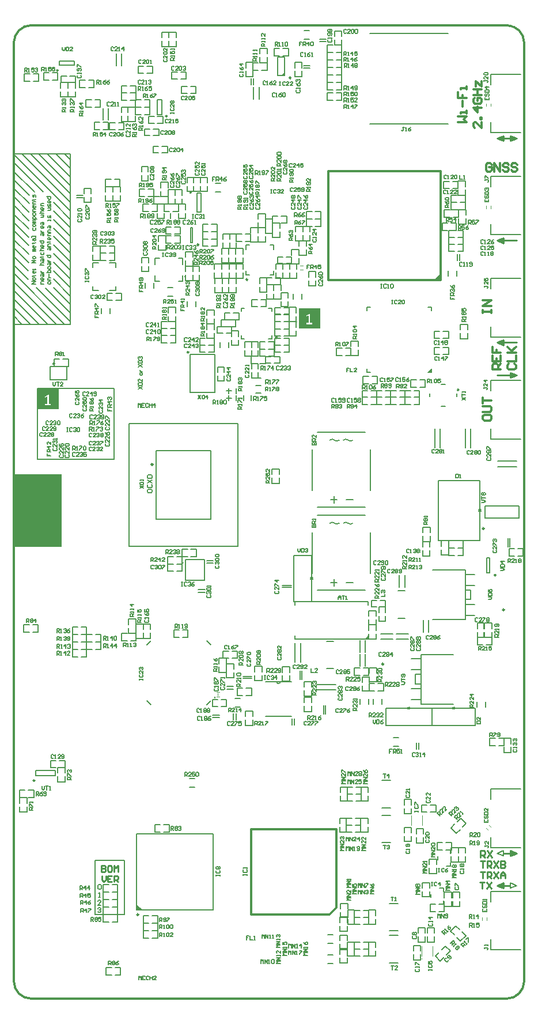
<source format=gto>
G04*
G04 #@! TF.GenerationSoftware,Altium Limited,Altium Designer,18.1.9 (240)*
G04*
G04 Layer_Color=65535*
%FSLAX44Y44*%
%MOMM*%
G71*
G01*
G75*
%ADD10C,0.2500*%
%ADD11C,0.2000*%
%ADD12C,0.1524*%
%ADD13C,0.2540*%
%ADD14C,0.3000*%
%ADD15C,0.1270*%
%ADD16C,0.0254*%
%ADD17C,0.1500*%
%ADD18C,0.1000*%
G36*
X117000Y199000D02*
D01*
D02*
G37*
G36*
X180720Y136746D02*
X187527Y129938D01*
X180720D01*
Y136746D01*
D02*
G37*
G36*
X70336Y663500D02*
X764Y663500D01*
X764Y770010D01*
X70336D01*
Y663500D01*
D02*
G37*
G36*
X520883Y533500D02*
X515383Y528000D01*
X520883Y528000D01*
X520883Y533500D01*
D02*
G37*
G36*
X614000Y926500D02*
X607999Y920500D01*
X614000Y920500D01*
X614000Y926500D01*
D02*
G37*
G36*
X729517Y912207D02*
Y919793D01*
X739000Y916000D01*
X729517Y912207D01*
D02*
G37*
G36*
X619532Y1055750D02*
X627532Y1063750D01*
X627532Y1055750D01*
X627532Y1055750D01*
X619532D01*
D02*
G37*
G36*
X398280Y1356170D02*
X392670D01*
X398280Y1361780D01*
X398280Y1356170D01*
D02*
G37*
D10*
X691450Y690750D02*
G03*
X691450Y690750I-1250J0D01*
G01*
X543507Y491500D02*
G03*
X543507Y491500I-1250J0D01*
G01*
X720993Y571250D02*
G03*
X720993Y571250I-1250J0D01*
G01*
X386750Y971250D02*
G03*
X386750Y971250I-1250J0D01*
G01*
X343875Y1056500D02*
G03*
X343875Y1056500I-1250J0D01*
G01*
X271750Y1107750D02*
G03*
X271750Y1107750I-1250J0D01*
G01*
X256860Y949750D02*
G03*
X256860Y949750I-1000J0D01*
G01*
X183470Y123438D02*
G03*
X183470Y123438I-1250J0D01*
G01*
X295500Y442500D02*
G03*
X295500Y442500I-250J0D01*
G01*
X719733Y162207D02*
Y169793D01*
X710250Y166000D02*
X719733Y162207D01*
X717750Y163862D02*
X717750Y168000D01*
X710250Y166000D02*
X719733Y169793D01*
X710250Y166000D02*
X729250Y166000D01*
X720000Y213500D02*
X739000D01*
X729517Y1260207D02*
Y1267793D01*
X739000Y1264000D01*
X731500Y1262000D02*
Y1266138D01*
X729517Y1260207D02*
X739000Y1264000D01*
X710250D02*
X739000D01*
X710250D02*
X719733Y1260207D01*
X717750Y1262000D02*
Y1266138D01*
X710250Y1264000D02*
X719733Y1267793D01*
Y1260207D02*
Y1267793D01*
X719733Y1110207D02*
Y1117793D01*
X710250Y1114000D02*
X719733Y1117793D01*
X717750Y1112000D02*
Y1116138D01*
X710250Y1114000D02*
X719733Y1110207D01*
X710250Y1114000D02*
X739000D01*
X729517Y209707D02*
X739000Y213500D01*
X731500Y211500D02*
Y215638D01*
X729517Y217293D02*
X739000Y213500D01*
X729517Y209707D02*
Y217293D01*
X710250Y916000D02*
X739000D01*
X729517Y912207D02*
X739000Y916000D01*
X729517Y919793D02*
X739000Y916000D01*
X729517Y912207D02*
Y919793D01*
X710250Y964000D02*
X739000D01*
X710250D02*
X719733Y960207D01*
X717750Y962000D02*
Y966138D01*
X710250Y964000D02*
X719733Y967793D01*
Y960207D02*
Y967793D01*
X686167Y207750D02*
Y217746D01*
X691165D01*
X692831Y216080D01*
Y212748D01*
X691165Y211082D01*
X686167D01*
X689499D02*
X692831Y207750D01*
X696163Y217746D02*
X702828Y207750D01*
Y217746D02*
X696163Y207750D01*
X129250Y180497D02*
Y174499D01*
X132249Y171500D01*
X135248Y174499D01*
Y180497D01*
X144245D02*
X138247D01*
Y171500D01*
X144245D01*
X138247Y175998D02*
X141246D01*
X147244Y171500D02*
Y180497D01*
X151743D01*
X153242Y178998D01*
Y175998D01*
X151743Y174499D01*
X147244D01*
X150243D02*
X153242Y171500D01*
X685166Y171246D02*
X691831D01*
X688499D01*
Y161250D01*
X695163Y171246D02*
X701828Y161250D01*
Y171246D02*
X695163Y161250D01*
X129000Y195497D02*
Y186500D01*
X133498D01*
X134998Y187999D01*
Y189499D01*
X133498Y190998D01*
X129000D01*
X133498D01*
X134998Y192498D01*
Y193998D01*
X133498Y195497D01*
X129000D01*
X142496D02*
X139497D01*
X137997Y193998D01*
Y187999D01*
X139497Y186500D01*
X142496D01*
X143995Y187999D01*
Y193998D01*
X142496Y195497D01*
X146994Y186500D02*
Y195497D01*
X149993Y192498D01*
X152992Y195497D01*
Y186500D01*
X685565Y202246D02*
X692230D01*
X688897D01*
Y192250D01*
X695562D02*
Y202246D01*
X700560D01*
X702226Y200580D01*
Y197248D01*
X700560Y195582D01*
X695562D01*
X698894D02*
X702226Y192250D01*
X705559Y202246D02*
X712223Y192250D01*
Y202246D02*
X705559Y192250D01*
X715555Y202246D02*
Y192250D01*
X720554D01*
X722220Y193916D01*
Y195582D01*
X720554Y197248D01*
X715555D01*
X720554D01*
X722220Y198914D01*
Y200580D01*
X720554Y202246D01*
X715555D01*
X685565Y186496D02*
X692230D01*
X688897D01*
Y176500D01*
X695562D02*
Y186496D01*
X700560D01*
X702226Y184830D01*
Y181498D01*
X700560Y179832D01*
X695562D01*
X698894D02*
X702226Y176500D01*
X705559Y186496D02*
X712223Y176500D01*
Y186496D02*
X705559Y176500D01*
X715555D02*
Y183164D01*
X718888Y186496D01*
X722220Y183164D01*
Y176500D01*
Y181498D01*
X715555D01*
D11*
X249029Y640250D02*
G03*
X249029Y640250I-559J0D01*
G01*
X487935Y821914D02*
G03*
X484521Y820500I0J-4828D01*
G01*
X491349D02*
G03*
X487935Y821914I-3414J-3414D01*
G01*
X491349Y820500D02*
G03*
X494764Y819086I3414J3414D01*
G01*
D02*
G03*
X498178Y820500I0J4828D01*
G01*
X467935Y821914D02*
G03*
X464521Y820500I0J-4828D01*
G01*
X471349D02*
G03*
X467935Y821914I-3414J-3414D01*
G01*
X471349Y820500D02*
G03*
X474764Y819086I3414J3414D01*
G01*
D02*
G03*
X478178Y820500I0J4828D01*
G01*
X474764Y697086D02*
G03*
X478178Y698500I0J4828D01*
G01*
X471349D02*
G03*
X474764Y697086I3414J3414D01*
G01*
X471349Y698500D02*
G03*
X467935Y699914I-3414J-3414D01*
G01*
D02*
G03*
X464521Y698500I0J-4828D01*
G01*
X494764Y697086D02*
G03*
X498178Y698500I0J4828D01*
G01*
X491349D02*
G03*
X494764Y697086I3414J3414D01*
G01*
X491349Y698500D02*
G03*
X487935Y699914I-3414J-3414D01*
G01*
D02*
G03*
X484521Y698500I0J-4828D01*
G01*
X584104Y250773D02*
G03*
X584104Y250773I-353J0D01*
G01*
X599854Y58750D02*
G03*
X599854Y58750I-353J0D01*
G01*
X251150Y1060890D02*
G03*
X251150Y1060890I-354J0D01*
G01*
X143104Y1083750D02*
G03*
X143104Y1083750I-354J0D01*
G01*
X742500Y705750D02*
Y723750D01*
X692500Y705750D02*
Y723750D01*
X742500D01*
X692500Y705750D02*
X742500D01*
X729517Y169793D02*
X739000Y166000D01*
X729517Y162207D02*
X739000Y166000D01*
X729517Y162207D02*
Y169793D01*
X523500Y1285125D02*
X638500D01*
X523500Y1418125D02*
X638500D01*
X0Y1003000D02*
X12125Y990875D01*
X125Y1015375D02*
X24750Y990750D01*
X0Y1028000D02*
X37375Y990625D01*
X74250Y1241250D02*
X82875Y1232625D01*
X61750Y1241250D02*
X83000Y1220000D01*
X49125Y1241375D02*
X83125Y1207375D01*
X750Y1241500D02*
X83250D01*
X36500Y1241500D02*
X83250Y1194750D01*
X24250Y1241250D02*
X83125Y1182375D01*
X11500Y1241500D02*
X83250Y1169750D01*
X-63Y1228063D02*
X43125Y1184875D01*
X250Y1215250D02*
X30375Y1185125D01*
X-125Y1203125D02*
X22625Y1180375D01*
X58250Y1169750D02*
X83125Y1144875D01*
X58125Y1157375D02*
X83000Y1132500D01*
X58250Y1144750D02*
X82875Y1120125D01*
X58250Y1107250D02*
X83031Y1082469D01*
X58125Y1119875D02*
X82625Y1095375D01*
X58250Y1132250D02*
X82750Y1107750D01*
X58375Y1069625D02*
X83375Y1044625D01*
X58313Y1082188D02*
X83250Y1057250D01*
X58250Y1094750D02*
X83125Y1069875D01*
X58250Y1044750D02*
X83000Y1020000D01*
X58250Y1057250D02*
X83125Y1032375D01*
X0Y1165500D02*
X22250Y1143250D01*
X-125Y1178125D02*
X22375Y1155625D01*
X-125Y1190625D02*
X22500Y1168000D01*
X-500Y1153500D02*
X22125Y1130875D01*
X-500Y1141000D02*
X22000Y1118500D01*
X-375Y1128375D02*
X21875Y1106125D01*
X125Y1115375D02*
X21750Y1093750D01*
X0Y1103000D02*
X21625Y1081375D01*
X0Y1090500D02*
X21500Y1069000D01*
X0Y1078000D02*
X21375Y1056625D01*
X-125Y1053125D02*
X62375Y990625D01*
X46281Y1044219D02*
X83125Y1007375D01*
X33312Y1044688D02*
X83125Y994875D01*
X500Y1040000D02*
X50000Y990500D01*
X-125Y1240625D02*
X83250Y1157250D01*
X-125Y1065625D02*
X74750Y990750D01*
X83250Y990500D02*
Y1241500D01*
X750Y990500D02*
X83250D01*
X438349Y807000D02*
X438349Y747000D01*
X524350D02*
X524350Y807000D01*
X470350Y728000D02*
Y738000D01*
X465350Y733000D02*
X475350D01*
X488349D02*
X498349D01*
X446349Y722000D02*
X516349D01*
X446349Y832000D02*
X516349D01*
X446349Y710000D02*
X516349D01*
X446349Y600000D02*
X516349D01*
X488349Y611000D02*
X498349D01*
X465350D02*
X475350D01*
X470350Y606000D02*
Y616000D01*
X524350Y625000D02*
X524350Y685000D01*
X438349D02*
X438349Y625000D01*
X719733Y209707D02*
Y217293D01*
X710250Y213500D02*
X719733Y217293D01*
X710250Y213500D02*
X719733Y209707D01*
X379000Y969750D02*
Y974250D01*
X374500Y969750D02*
X379000D01*
X334500D02*
X339000D01*
X334500D02*
Y974250D01*
Y1009750D02*
Y1014250D01*
X339000D01*
X379000Y1009750D02*
Y1014250D01*
X374500D02*
X379000D01*
X381625Y1063000D02*
Y1069500D01*
X376875Y1063000D02*
X381625D01*
Y1100500D02*
Y1107000D01*
X376875D02*
X381625D01*
X341125D02*
X345875D01*
X341125Y1100500D02*
Y1107000D01*
Y1063000D02*
Y1069500D01*
Y1063000D02*
X345875D01*
X614000Y1010500D02*
Y1015500D01*
X609000D02*
X614000D01*
X519000D02*
X524000D01*
X519000Y1010500D02*
Y1015500D01*
Y920500D02*
X524000D01*
X519000D02*
Y925500D01*
X609000Y920500D02*
X614000D01*
Y925500D01*
X269000Y1183500D02*
X275000D01*
X269000Y1155500D02*
X275000D01*
X269000D02*
Y1183500D01*
X275000Y1155500D02*
Y1183500D01*
X259500Y1132750D02*
X259500Y1110750D01*
X262500D02*
Y1132750D01*
X259500D02*
X262500D01*
X259500Y1110750D02*
X262500D01*
X701000Y1208250D02*
X745000D01*
X701000Y1122250D02*
X745000D01*
X701000D02*
Y1137500D01*
Y1193000D02*
Y1208250D01*
Y908250D02*
X745000Y908250D01*
X701000Y822250D02*
X745000Y822250D01*
X701000Y822250D02*
Y837500D01*
Y893000D02*
Y908250D01*
Y1058250D02*
X745000Y1058250D01*
X701000Y972250D02*
X745000Y972250D01*
X701000Y972250D02*
Y987500D01*
Y1043000D02*
Y1058250D01*
X552014Y139494D02*
X565014D01*
X552014Y99494D02*
X565014D01*
X552110Y92738D02*
X565110D01*
X552110Y52738D02*
X565110D01*
X540809Y320528D02*
X553809D01*
X540809Y280528D02*
X553809D01*
X540809Y269528D02*
X553809D01*
X540809Y229528D02*
X553809D01*
X701000Y157750D02*
X745000D01*
X701000Y71750D02*
X745000D01*
X701000D02*
Y87000D01*
Y142500D02*
Y157750D01*
X292720Y129938D02*
Y241938D01*
X180720Y129938D02*
Y241938D01*
X292720D01*
X180720Y129938D02*
X292720D01*
X180720Y136746D02*
X187527Y129938D01*
X169250Y844750D02*
X329250D01*
X169250Y664750D02*
Y844750D01*
X329250Y664750D02*
Y844750D01*
X169250Y664750D02*
X329250D01*
X283500Y525750D02*
X289500Y519750D01*
X195500D02*
X201500Y525750D01*
X195500Y437750D02*
X201500Y431750D01*
X283500D02*
X289500Y437750D01*
X701000Y292500D02*
Y307750D01*
Y221750D02*
Y237000D01*
Y221750D02*
X745000D01*
X701000Y307750D02*
X745000D01*
X701000Y1343000D02*
Y1358250D01*
Y1272250D02*
Y1287500D01*
Y1272250D02*
X745000Y1272250D01*
X701000Y1358250D02*
X745000Y1358250D01*
X119500Y203250D02*
X162750D01*
Y123500D02*
Y203250D01*
X119500Y123500D02*
X162750D01*
X119500D02*
Y203250D01*
X123750Y166331D02*
X124916Y167498D01*
X127249D01*
X128415Y166331D01*
Y161666D01*
X127249Y160500D01*
X124916D01*
X123750Y161666D01*
Y166331D01*
X123250Y132331D02*
X124416Y133498D01*
X126749D01*
X127915Y132331D01*
Y131165D01*
X126749Y129999D01*
X125583D01*
X126749D01*
X127915Y128833D01*
Y127666D01*
X126749Y126500D01*
X124416D01*
X123250Y127666D01*
X128165Y137500D02*
X123500D01*
X128165Y142165D01*
Y143331D01*
X126999Y144498D01*
X124666D01*
X123500Y143331D01*
X196503Y746999D02*
Y744666D01*
X197669Y743500D01*
X202334D01*
X203500Y744666D01*
Y746999D01*
X202334Y748165D01*
X197669D01*
X196503Y746999D01*
X197669Y755163D02*
X196503Y753997D01*
Y751664D01*
X197669Y750498D01*
X202334D01*
X203500Y751664D01*
Y753997D01*
X202334Y755163D01*
X196503Y757495D02*
X203500Y762161D01*
X196503D02*
X203500Y757495D01*
X196503Y767992D02*
Y765660D01*
X197669Y764493D01*
X202334D01*
X203500Y765660D01*
Y767992D01*
X202334Y769158D01*
X197669D01*
X196503Y767992D01*
X124750Y148750D02*
X127083D01*
X125916D01*
Y155748D01*
X124750Y154581D01*
D12*
X385952Y465900D02*
G03*
X392048Y465900I3048J0D01*
G01*
X370204D02*
X385952D01*
X392048D01*
X407796D01*
X370204Y415100D02*
X407796D01*
D13*
X225236Y1296750D02*
G03*
X225236Y1296750I-1016J0D01*
G01*
X654000Y894500D02*
G03*
X654000Y894500I-1000J0D01*
G01*
X65016Y1363750D02*
G03*
X65016Y1363750I-1016J0D01*
G01*
X407420Y1352900D02*
G03*
X407420Y1352900I-1270J0D01*
G01*
X59616Y932886D02*
G03*
X59616Y932886I-1016J0D01*
G01*
X708266Y622250D02*
G03*
X708266Y622250I-1016J0D01*
G01*
X30646Y320250D02*
G03*
X30646Y320250I-1016J0D01*
G01*
D14*
X259854Y1184250D02*
G03*
X259854Y1184250I-354J0D01*
G01*
X724600Y0D02*
G03*
X750000Y25400I0J25400D01*
G01*
X204250Y784750D02*
G03*
X204250Y784750I-1000J0D01*
G01*
X750000Y1404600D02*
G03*
X724600Y1430000I-25400J0D01*
G01*
X0Y25400D02*
G03*
X25400Y0I25400J0D01*
G01*
X25400Y1430000D02*
G03*
X0Y1404600I0J-25400D01*
G01*
X473720Y133438D02*
Y248438D01*
X348720Y248438D02*
X473720Y248438D01*
X348720Y123438D02*
Y248438D01*
Y123438D02*
X463720D01*
X473720Y133438D01*
X750000Y1404600D02*
X750000Y25400D01*
X25400Y0D02*
X724600Y0D01*
X-0Y1404600D02*
X0Y25550D01*
X25400Y1430000D02*
X724600D01*
X619532Y1055750D02*
X627532Y1063750D01*
X627532Y1055750D02*
Y1215750D01*
X462532D02*
X627532D01*
X462532Y1055750D02*
Y1215750D01*
Y1055750D02*
X627532Y1055750D01*
X689504Y855748D02*
Y851583D01*
X691587Y849500D01*
X699918D01*
X702000Y851583D01*
Y855748D01*
X699918Y857831D01*
X691587D01*
X689504Y855748D01*
Y861996D02*
X699918D01*
X702000Y864079D01*
Y868244D01*
X699918Y870327D01*
X689504D01*
Y874492D02*
Y882823D01*
Y878657D01*
X702000D01*
X689004Y1007250D02*
Y1011415D01*
Y1009333D01*
X701500D01*
Y1007250D01*
Y1011415D01*
Y1017663D02*
X689004D01*
X701500Y1025994D01*
X689004D01*
X702331Y1225413D02*
X700248Y1227496D01*
X696083D01*
X694000Y1225413D01*
Y1217083D01*
X696083Y1215000D01*
X700248D01*
X702331Y1217083D01*
Y1221248D01*
X698165D01*
X706496Y1215000D02*
Y1227496D01*
X714827Y1215000D01*
Y1227496D01*
X727322Y1225413D02*
X725240Y1227496D01*
X721075D01*
X718992Y1225413D01*
Y1223331D01*
X721075Y1221248D01*
X725240D01*
X727322Y1219165D01*
Y1217083D01*
X725240Y1215000D01*
X721075D01*
X718992Y1217083D01*
X739818Y1225413D02*
X737736Y1227496D01*
X733570D01*
X731488Y1225413D01*
Y1223331D01*
X733570Y1221248D01*
X737736D01*
X739818Y1219165D01*
Y1217083D01*
X737736Y1215000D01*
X733570D01*
X731488Y1217083D01*
X715805Y924250D02*
X703309D01*
Y930498D01*
X705392Y932581D01*
X709557D01*
X711639Y930498D01*
Y924250D01*
Y928415D02*
X715805Y932581D01*
X703309Y945077D02*
Y936746D01*
X715805D01*
Y945077D01*
X709557Y936746D02*
Y940911D01*
X703309Y957572D02*
Y949242D01*
X709557D01*
Y953407D01*
Y949242D01*
X715805D01*
X727587Y932581D02*
X725504Y930498D01*
Y926333D01*
X727587Y924250D01*
X735917D01*
X738000Y926333D01*
Y930498D01*
X735917Y932581D01*
X725504Y936746D02*
X738000D01*
Y945077D01*
X725504Y949242D02*
X738000D01*
X733835D01*
X725504Y957572D01*
X731752Y951324D01*
X738000Y957572D01*
X653059Y1287831D02*
X665555D01*
X661390Y1291996D01*
X665555Y1296161D01*
X653059D01*
X665555Y1300327D02*
Y1304492D01*
Y1302409D01*
X657224D01*
Y1300327D01*
X659307Y1310740D02*
Y1319070D01*
X653059Y1331566D02*
Y1323236D01*
X659307D01*
Y1327401D01*
Y1323236D01*
X665555D01*
Y1335732D02*
Y1339897D01*
Y1337814D01*
X657224D01*
Y1335732D01*
X687750Y1287831D02*
Y1279500D01*
X679419Y1287831D01*
X677337D01*
X675254Y1285748D01*
Y1281583D01*
X677337Y1279500D01*
X687750Y1291996D02*
X685667D01*
Y1294079D01*
X687750D01*
Y1291996D01*
Y1308657D02*
X675254D01*
X681502Y1302409D01*
Y1310740D01*
X677337Y1323236D02*
X675254Y1321153D01*
Y1316988D01*
X677337Y1314905D01*
X685667D01*
X687750Y1316988D01*
Y1321153D01*
X685667Y1323236D01*
X681502D01*
Y1319070D01*
X675254Y1327401D02*
X687750D01*
X681502D01*
Y1335732D01*
X675254D01*
X687750D01*
X679419Y1339897D02*
Y1348228D01*
X687750Y1339897D01*
Y1348228D01*
D15*
X379000Y770250D02*
Y778250D01*
Y757250D02*
Y765250D01*
Y757250D02*
X390000D01*
Y765250D01*
Y770250D02*
Y778250D01*
X379000D02*
X390000D01*
X644730Y425500D02*
Y428500D01*
X647730Y425500D02*
Y428500D01*
X644730Y427000D02*
X647730Y425500D01*
X644730Y427000D02*
X647730Y428500D01*
X644730Y427000D02*
X647730D01*
X598257Y505500D02*
X646257D01*
X584258Y499500D02*
X598257D01*
Y483500D02*
Y499500D01*
X584258Y483500D02*
X598257D01*
X590257Y462500D02*
Y476500D01*
Y462500D02*
X598257D01*
Y476500D01*
X590257D02*
X598257D01*
X584258Y439500D02*
X598257D01*
Y455500D01*
X584258D02*
X598257D01*
Y432500D02*
Y505500D01*
Y432500D02*
X646257D01*
X615742Y630250D02*
X663743D01*
Y557250D02*
Y630250D01*
Y607250D02*
X677742D01*
X663743D02*
Y623250D01*
X677742D01*
X663743Y586250D02*
X671742D01*
X663743D02*
Y600250D01*
X671742D01*
Y586250D02*
Y600250D01*
X663743Y579250D02*
X677742D01*
X663743Y563250D02*
Y579250D01*
Y563250D02*
X677742D01*
X615742Y557250D02*
X663743D01*
X579000Y425500D02*
Y428500D01*
X582000Y425500D02*
Y428500D01*
X579000Y427000D02*
X582000Y425500D01*
X579000Y427000D02*
X582000Y428500D01*
X579000Y427000D02*
X582000D01*
X437750Y616000D02*
Y619000D01*
X439250Y616000D01*
X436250D02*
X437750Y619000D01*
X436250Y616000D02*
X439250D01*
X436250Y619000D02*
X439250D01*
X217220Y1298750D02*
Y1320750D01*
X211220D02*
X217220D01*
X211220Y1298750D02*
Y1320750D01*
Y1298750D02*
X217220D01*
X426690Y1422600D02*
X434310D01*
X426690Y1409900D02*
X434310D01*
X410400Y1028190D02*
Y1035810D01*
X423100Y1028190D02*
Y1035810D01*
X316100Y956440D02*
Y964060D01*
X303400Y956440D02*
Y964060D01*
X355250Y912000D02*
X363250D01*
X355250Y901000D02*
X363250D01*
X355250D02*
X363250D01*
X355250Y890000D02*
X363250D01*
X317200Y1115500D02*
Y1123500D01*
Y1102500D02*
Y1110500D01*
Y1102500D02*
X327200D01*
Y1110500D01*
Y1115500D02*
Y1123500D01*
X317200D02*
X327200D01*
X359250Y912000D02*
Y920000D01*
Y925000D02*
Y933000D01*
X349250D02*
X359250D01*
X349250Y925000D02*
Y933000D01*
Y912000D02*
Y920000D01*
Y912000D02*
X359250D01*
X348750Y933000D02*
X356750D01*
X361750D02*
X369750D01*
Y944000D01*
X361750D02*
X369750D01*
X348750D02*
X356750D01*
X348750Y933000D02*
Y944000D01*
X339250Y957000D02*
Y965000D01*
Y944000D02*
Y952000D01*
Y944000D02*
X349250D01*
Y952000D01*
Y957000D02*
Y965000D01*
X339250D02*
X349250D01*
X382750Y943500D02*
X390750D01*
X369750D02*
X377750D01*
X369750Y933500D02*
Y943500D01*
Y933500D02*
X377750D01*
X382750D02*
X390750D01*
Y943500D01*
X374500Y954000D02*
X382500D01*
X361500D02*
X369500D01*
X361500Y944000D02*
Y954000D01*
Y944000D02*
X369500D01*
X374500D02*
X382500D01*
Y954000D01*
X320125Y973000D02*
Y981000D01*
Y960000D02*
Y968000D01*
Y960000D02*
X330125D01*
Y968000D01*
Y973000D02*
Y981000D01*
X320125D02*
X330125D01*
X359250Y944000D02*
Y952000D01*
Y957000D02*
Y965000D01*
X349250D02*
X359250D01*
X349250Y957000D02*
Y965000D01*
Y944000D02*
Y952000D01*
Y944000D02*
X359250D01*
X361500Y954000D02*
X369500D01*
X374500D02*
X382500D01*
Y965000D01*
X374500D02*
X382500D01*
X361500D02*
X369500D01*
X361500Y954000D02*
Y965000D01*
X383875Y950125D02*
X391875D01*
X396875D02*
X404875D01*
Y960125D01*
X396875D02*
X404875D01*
X383875D02*
X391875D01*
X383875Y950125D02*
Y960125D01*
X391875D01*
X396875D02*
X404875D01*
Y970125D01*
X396875D02*
X404875D01*
X383875D02*
X391875D01*
X383875Y960125D02*
Y970125D01*
X317875Y997500D02*
X325875D01*
X304875D02*
X312875D01*
X304875Y987500D02*
Y997500D01*
Y987500D02*
X312875D01*
X317875D02*
X325875D01*
Y997500D01*
X312000Y987500D02*
X320000D01*
X299000D02*
X307000D01*
X299000Y977500D02*
Y987500D01*
Y977500D02*
X307000D01*
X312000D02*
X320000D01*
Y987500D01*
X383875Y973375D02*
X391875D01*
X396875D02*
X404875D01*
Y983375D01*
X396875D02*
X404875D01*
X383875D02*
X391875D01*
X383875Y973375D02*
Y983375D01*
X383750Y983500D02*
X391750D01*
X396750D02*
X404750D01*
Y994500D01*
X396750D02*
X404750D01*
X383750D02*
X391750D01*
X383750Y983500D02*
Y994500D01*
X404750Y986500D02*
Y994500D01*
Y973500D02*
Y981500D01*
Y973500D02*
X414750D01*
Y981500D01*
Y986500D02*
Y994500D01*
X404750D02*
X414750D01*
X322875Y1007500D02*
X330875D01*
X309875D02*
X317875D01*
X309875Y997500D02*
Y1007500D01*
Y997500D02*
X317875D01*
X322875D02*
X330875D01*
Y1007500D01*
X383750Y1005250D02*
X391750D01*
X396750D02*
X404750D01*
Y1015250D01*
X396750D02*
X404750D01*
X383750D02*
X391750D01*
X383750Y1005250D02*
Y1015250D01*
Y994500D02*
X391750D01*
X396750D02*
X404750D01*
Y1005500D01*
X396750D02*
X404750D01*
X383750D02*
X391750D01*
X383750Y994500D02*
Y1005500D01*
X414750Y994500D02*
Y1002500D01*
Y1007500D02*
Y1015500D01*
X404750D02*
X414750D01*
X404750Y1007500D02*
Y1015500D01*
Y994500D02*
Y1002500D01*
Y994500D02*
X414750D01*
X362876Y1027000D02*
X370876D01*
X349875D02*
X357876D01*
X349875Y1017000D02*
Y1027000D01*
Y1017000D02*
X357876D01*
X362876D02*
X370876D01*
Y1027000D01*
X402875Y1016500D02*
Y1024500D01*
Y1029500D02*
Y1037500D01*
X392875D02*
X402875D01*
X392875Y1029500D02*
Y1037500D01*
Y1016500D02*
Y1024500D01*
Y1016500D02*
X402875D01*
X381875Y1040750D02*
Y1048750D01*
Y1027750D02*
Y1035750D01*
Y1027750D02*
X392875D01*
Y1035750D01*
Y1040750D02*
Y1048750D01*
X381875D02*
X392875D01*
X306125Y1037500D02*
Y1045500D01*
Y1050500D02*
Y1058500D01*
X295125D02*
X306125D01*
X295125Y1050500D02*
Y1058500D01*
Y1037500D02*
Y1045500D01*
Y1037500D02*
X306125D01*
X306125Y1050500D02*
Y1058500D01*
Y1037500D02*
Y1045500D01*
Y1037500D02*
X316125D01*
Y1045500D01*
Y1050500D02*
Y1058500D01*
X306125D02*
X316125D01*
X316125Y1050500D02*
Y1058500D01*
Y1037500D02*
Y1045500D01*
Y1037500D02*
X327125D01*
Y1045500D01*
Y1050500D02*
Y1058500D01*
X316125D02*
X327125D01*
X371375Y1037750D02*
Y1045750D01*
Y1050750D02*
Y1058750D01*
X361375D02*
X371375D01*
X361375Y1050750D02*
Y1058750D01*
Y1037750D02*
Y1045750D01*
Y1037750D02*
X371375D01*
X381875Y1027750D02*
Y1035750D01*
Y1040750D02*
Y1048750D01*
X371875D02*
X381875D01*
X371875Y1040750D02*
Y1048750D01*
Y1027750D02*
Y1035750D01*
Y1027750D02*
X381875D01*
X384375Y1058750D02*
X392375D01*
X371375D02*
X379375D01*
X371375Y1048750D02*
Y1058750D01*
Y1048750D02*
X379375D01*
X384375D02*
X392375D01*
Y1058750D01*
X305500Y1058500D02*
Y1066500D01*
Y1071500D02*
Y1079500D01*
X294500D02*
X305500D01*
X294500Y1071500D02*
Y1079500D01*
Y1058500D02*
Y1066500D01*
Y1058500D02*
X305500D01*
X316625Y1071500D02*
Y1079500D01*
Y1058500D02*
Y1066500D01*
Y1058500D02*
X326625D01*
Y1066500D01*
Y1071500D02*
Y1079500D01*
X316625D02*
X326625D01*
X316625Y1058500D02*
Y1066500D01*
Y1071500D02*
Y1079500D01*
X305625D02*
X316625D01*
X305625Y1071500D02*
Y1079500D01*
Y1058500D02*
Y1066500D01*
Y1058500D02*
X316625D01*
X326625Y1071500D02*
Y1079500D01*
Y1058500D02*
Y1066500D01*
Y1058500D02*
X336625D01*
Y1066500D01*
Y1071500D02*
Y1079500D01*
X326625D02*
X336625D01*
X395625Y1058500D02*
Y1066500D01*
Y1071500D02*
Y1079500D01*
X385625D02*
X395625D01*
X385625Y1071500D02*
Y1079500D01*
Y1058500D02*
Y1066500D01*
Y1058500D02*
X395625D01*
X405625D02*
Y1066500D01*
Y1071500D02*
Y1079500D01*
X395625D02*
X405625D01*
X395625Y1071500D02*
Y1079500D01*
Y1058500D02*
Y1066500D01*
Y1058500D02*
X405625D01*
X405625Y1071500D02*
Y1079500D01*
Y1058500D02*
Y1066500D01*
Y1058500D02*
X415625D01*
Y1066500D01*
Y1071500D02*
Y1079500D01*
X405625D02*
X415625D01*
X305625Y1094000D02*
Y1102000D01*
Y1081000D02*
Y1089000D01*
Y1081000D02*
X315625D01*
Y1089000D01*
Y1094000D02*
Y1102000D01*
X305625D02*
X315625D01*
X325625Y1081000D02*
Y1089000D01*
Y1094000D02*
Y1102000D01*
X315625D02*
X325625D01*
X315625Y1094000D02*
Y1102000D01*
Y1081000D02*
Y1089000D01*
Y1081000D02*
X325625D01*
X307250Y1115500D02*
Y1123500D01*
Y1102500D02*
Y1110500D01*
Y1102500D02*
X317250D01*
Y1110500D01*
Y1115500D02*
Y1123500D01*
X307250D02*
X317250D01*
X325625Y1094000D02*
Y1102000D01*
Y1081000D02*
Y1089000D01*
Y1081000D02*
X336625D01*
Y1089000D01*
Y1094000D02*
Y1102000D01*
X325625D02*
X336625D01*
X387375Y1080000D02*
X395375D01*
X400375D02*
X408375D01*
Y1090000D01*
X400375D02*
X408375D01*
X387375D02*
X395375D01*
X387375Y1080000D02*
Y1090000D01*
X419375Y1079500D02*
Y1087500D01*
Y1092500D02*
Y1100500D01*
X408375D02*
X419375D01*
X408375Y1092500D02*
Y1100500D01*
Y1079500D02*
Y1087500D01*
Y1079500D02*
X419375D01*
X433250Y1060000D02*
Y1068000D01*
Y1047000D02*
Y1055000D01*
Y1047000D02*
X443250D01*
Y1055000D01*
Y1060000D02*
Y1068000D01*
X433250D02*
X443250D01*
X327200Y1112500D02*
X335200D01*
X340200D02*
X348200D01*
Y1123500D01*
X340200D02*
X348200D01*
X327200D02*
X335200D01*
X327200Y1112500D02*
Y1123500D01*
X359125Y1111750D02*
Y1119750D01*
Y1124750D02*
Y1132750D01*
X348125D02*
X359125D01*
X348125Y1124750D02*
Y1132750D01*
Y1111750D02*
Y1119750D01*
Y1111750D02*
X359125D01*
X370125D02*
Y1119750D01*
Y1124750D02*
Y1132750D01*
X359125D02*
X370125D01*
X359125Y1124750D02*
Y1132750D01*
Y1111750D02*
Y1119750D01*
Y1111750D02*
X370125D01*
X380000Y1131500D02*
Y1139500D01*
Y1118500D02*
Y1126500D01*
Y1118500D02*
X391000D01*
Y1126500D01*
Y1131500D02*
Y1139500D01*
X380000D02*
X391000D01*
X380000Y1124250D02*
Y1132250D01*
Y1137250D02*
Y1145250D01*
X370000D02*
X380000D01*
X370000Y1137250D02*
Y1145250D01*
Y1124250D02*
Y1132250D01*
Y1124250D02*
X380000D01*
X370000Y1132500D02*
Y1140500D01*
Y1145500D02*
Y1153500D01*
X359000D02*
X370000D01*
X359000Y1145500D02*
Y1153500D01*
Y1132500D02*
Y1140500D01*
Y1132500D02*
X370000D01*
X380000Y1139500D02*
X388000D01*
X393000D02*
X401000D01*
Y1149500D01*
X393000D02*
X401000D01*
X380000D02*
X388000D01*
X380000Y1139500D02*
Y1149500D01*
X622083Y218500D02*
X630083D01*
X635083D02*
X643083D01*
Y229500D01*
X635083D02*
X643083D01*
X622083D02*
X630083D01*
X622083Y218500D02*
Y229500D01*
X610333Y197000D02*
Y205000D01*
Y184000D02*
Y192000D01*
Y184000D02*
X621333D01*
Y192000D01*
Y197000D02*
Y205000D01*
X610333D02*
X621333D01*
X653333Y200750D02*
Y208750D01*
Y213750D02*
Y221750D01*
X642333D02*
X653333D01*
X642333Y213750D02*
Y221750D01*
Y200750D02*
Y208750D01*
Y200750D02*
X653333D01*
X611750Y127500D02*
X619750D01*
X624750D02*
X632750D01*
Y138500D01*
X624750D02*
X632750D01*
X611750D02*
X619750D01*
X611750Y127500D02*
Y138500D01*
X611000Y149500D02*
Y157500D01*
Y162500D02*
Y170500D01*
X600000D02*
X611000D01*
X600000Y162500D02*
Y170500D01*
Y149500D02*
Y157500D01*
Y149500D02*
X611000D01*
X632750Y148250D02*
Y156250D01*
Y135250D02*
Y143250D01*
Y135250D02*
X643750D01*
Y143250D01*
Y148250D02*
Y156250D01*
X632750D02*
X643750D01*
X227500Y1399000D02*
Y1407000D01*
Y1412000D02*
Y1420000D01*
X217500D02*
X227500D01*
X217500Y1412000D02*
Y1420000D01*
Y1399000D02*
Y1407000D01*
Y1399000D02*
X227500D01*
X449238Y1405972D02*
X458762D01*
X449238Y1409528D02*
X458762D01*
X588000Y893500D02*
X596000D01*
X575000D02*
X583000D01*
X575000D02*
X575000Y883500D01*
X583000D01*
X588000D02*
X596000D01*
X596000Y893500D01*
X554000Y883500D02*
X562000D01*
X567000D02*
X575000Y883500D01*
X575000Y893500D02*
X575000Y883500D01*
X567000Y893500D02*
X575000D01*
X554000D02*
X562000D01*
X554000Y883500D02*
Y893500D01*
X546000D02*
X554000D01*
X533000D02*
X541000D01*
X533000Y883500D02*
Y893500D01*
Y883500D02*
X541000D01*
X546000D02*
X554000D01*
Y893500D01*
X512000Y883500D02*
X520000D01*
X525000D02*
X533000D01*
Y893500D01*
X525000D02*
X533000D01*
X512000D02*
X520000D01*
X512000Y883500D02*
Y893500D01*
X230110Y984500D02*
X238110Y984500D01*
X217110Y984500D02*
X225110Y984500D01*
X217110Y974500D02*
Y984500D01*
Y974500D02*
X225110D01*
X230110D02*
X238110D01*
X238110Y984500D01*
X230110Y994500D02*
X238110D01*
X217110D02*
X225110D01*
X217110Y984500D02*
Y994500D01*
Y984500D02*
X225110D01*
X230110D02*
X238110D01*
Y994500D01*
X286360Y970000D02*
X294360D01*
X273360D02*
X281360D01*
X273360Y960000D02*
Y970000D01*
Y960000D02*
X281360D01*
X286360D02*
X294360D01*
Y970000D01*
X286360Y960000D02*
X294360D01*
X273360D02*
X281360D01*
X273360Y950000D02*
Y960000D01*
Y950000D02*
X281360D01*
X286360D02*
X294360D01*
Y960000D01*
X309360Y907250D02*
Y915250D01*
Y920250D02*
Y928250D01*
X299360D02*
X309360D01*
X299360Y920250D02*
Y928250D01*
Y907250D02*
Y915250D01*
Y907250D02*
X309360D01*
X284500Y1185750D02*
Y1193750D01*
Y1198750D02*
Y1206750D01*
X274500D02*
X284500D01*
X274500Y1198750D02*
Y1206750D01*
Y1185750D02*
Y1193750D01*
Y1185750D02*
X284500D01*
X264500Y1198750D02*
Y1206750D01*
Y1185750D02*
Y1193750D01*
Y1185750D02*
X274500D01*
Y1193750D01*
Y1198750D02*
Y1206750D01*
X264500D02*
X274500D01*
X254500Y1198750D02*
Y1206750D01*
Y1185750D02*
Y1193750D01*
Y1185750D02*
X264500D01*
Y1193750D01*
Y1198750D02*
Y1206750D01*
X254500D02*
X264500D01*
X211000Y1159250D02*
Y1167250D01*
Y1146250D02*
Y1154250D01*
Y1146250D02*
X221000D01*
Y1154250D01*
Y1159250D02*
Y1167250D01*
X211000D02*
X221000D01*
X252000Y1146250D02*
Y1154250D01*
Y1159250D02*
Y1167250D01*
X242000D02*
X252000D01*
X242000Y1159250D02*
Y1167250D01*
Y1146250D02*
Y1154250D01*
Y1146250D02*
X252000D01*
X237000Y1167250D02*
Y1175250D01*
Y1180250D02*
Y1188250D01*
X227000D02*
X237000D01*
X227000Y1180250D02*
Y1188250D01*
Y1167250D02*
Y1175250D01*
Y1167250D02*
X237000D01*
X237000Y1180250D02*
Y1188250D01*
Y1167250D02*
Y1175250D01*
Y1167250D02*
X247000D01*
Y1175250D01*
Y1180250D02*
Y1188250D01*
X237000D02*
X247000D01*
X223500Y1123250D02*
X231500D01*
X236500D02*
X244500D01*
Y1133250D01*
X236500D02*
X244500D01*
X223500D02*
X231500D01*
X223500Y1123250D02*
Y1133250D01*
X150350Y1388262D02*
X150350Y1370738D01*
X158350D02*
Y1388262D01*
X254510Y1016440D02*
Y1024060D01*
X267210D02*
X267210Y1016440D01*
X205646Y1043830D02*
Y1051450D01*
X192946Y1043830D02*
X192946Y1051450D01*
X479684Y131994D02*
Y139994D01*
X479684Y118994D02*
X479684Y126994D01*
X479684Y118994D02*
X490684Y118994D01*
Y126994D01*
Y131994D02*
Y139994D01*
X479684D02*
X490684D01*
X490610Y98988D02*
Y106988D01*
Y111988D02*
Y119988D01*
X479610Y119988D02*
X490610Y119988D01*
X479610Y111988D02*
Y119988D01*
Y98988D02*
Y106988D01*
Y98988D02*
X490610D01*
X513764Y119494D02*
X521764D01*
X500764D02*
X508764D01*
X500764Y109494D02*
Y119494D01*
Y109494D02*
X508764D01*
X513764D02*
X521764D01*
Y119494D01*
X500764Y108994D02*
Y116994D01*
Y121994D02*
Y129994D01*
X490764D02*
X500764D01*
X490764Y121994D02*
Y129994D01*
Y108994D02*
Y116994D01*
Y108994D02*
X500764D01*
X521764Y121994D02*
Y129994D01*
Y108994D02*
Y116994D01*
Y108994D02*
X531764D01*
Y116994D01*
Y121994D02*
Y129994D01*
X521764D02*
X531764D01*
X500764Y119494D02*
X508764D01*
X513764D02*
X521764D01*
Y129494D01*
X513764D02*
X521764D01*
X500764D02*
X508764D01*
X500764Y119494D02*
Y129494D01*
X461069Y64605D02*
X468689D01*
X461069Y51905D02*
X468689D01*
X461069Y93605D02*
X468689D01*
X461069Y80905D02*
X468689D01*
X490610Y52238D02*
Y60238D01*
Y65238D02*
Y73238D01*
X479610D02*
X490610D01*
X479610Y65238D02*
Y73238D01*
Y52238D02*
Y60238D01*
Y52238D02*
X490610D01*
X479610Y85238D02*
Y93238D01*
Y72238D02*
Y80238D01*
Y72238D02*
X490610D01*
Y80238D01*
Y85238D02*
Y93238D01*
X479610D02*
X490610D01*
X500611Y72738D02*
X508610D01*
X513610D02*
X521610D01*
Y82738D01*
X513610D02*
X521610D01*
X500611D02*
X508610D01*
X500611Y72738D02*
Y82738D01*
X500610Y62238D02*
Y70238D01*
Y75238D02*
Y83238D01*
X490610D02*
X500610D01*
X490610Y75238D02*
Y83238D01*
Y62238D02*
Y70238D01*
Y62238D02*
X500610D01*
X521610Y75238D02*
Y83238D01*
Y62238D02*
Y70238D01*
Y62238D02*
X531610D01*
Y70238D01*
Y75238D02*
Y83238D01*
X521610D02*
X531610D01*
X513610Y72738D02*
X521610D01*
X500611D02*
X508610D01*
X500611Y62738D02*
Y72738D01*
Y62738D02*
X508610D01*
X513610D02*
X521610D01*
Y72738D01*
X489809Y290528D02*
X497809D01*
X502809D02*
X510809D01*
Y300528D01*
X502809D02*
X510809D01*
X489809D02*
X497809D01*
X489809Y290528D02*
Y300528D01*
X520809Y290028D02*
Y298028D01*
Y303028D02*
Y311028D01*
X510809D02*
X520809D01*
X510809Y303028D02*
Y311028D01*
Y290028D02*
Y298028D01*
Y290028D02*
X520809D01*
X489883Y290028D02*
Y298028D01*
Y303028D02*
Y311028D01*
X479883D02*
X489883D01*
X479883Y303028D02*
Y311028D01*
Y290028D02*
Y298028D01*
Y290028D02*
X489883D01*
X489809Y300528D02*
X497809D01*
X502809D02*
X510809D01*
Y310528D01*
X502809D02*
X510809D01*
X489809D02*
X497809D01*
X489809Y300528D02*
Y310528D01*
X488809Y244778D02*
X496809D01*
X501809D02*
X509809D01*
Y254778D01*
X501809D02*
X509809D01*
X488809D02*
X496809D01*
X488809Y244778D02*
Y254778D01*
X520809Y244278D02*
Y252278D01*
Y257278D02*
Y265278D01*
X509809D02*
X520809D01*
X509809Y257278D02*
Y265278D01*
Y244278D02*
Y252278D01*
Y244278D02*
X520809D01*
X488883Y244278D02*
Y252278D01*
Y257278D02*
Y265278D01*
X478883D02*
X488883D01*
X478883Y257278D02*
Y265278D01*
Y244278D02*
Y252278D01*
Y244278D02*
X488883D01*
X488809Y254778D02*
X496809D01*
X501809D02*
X509809D01*
Y264778D01*
X501809D02*
X509809D01*
X488809D02*
X496809D01*
X488809Y254778D02*
Y264778D01*
X238500Y1399000D02*
Y1407000D01*
Y1412000D02*
Y1420000D01*
X227500D02*
X238500D01*
X227500Y1412000D02*
Y1420000D01*
Y1399000D02*
Y1407000D01*
Y1399000D02*
X238500D01*
X144500Y167500D02*
X152500D01*
X131500D02*
X139500D01*
X131500Y156500D02*
Y167500D01*
Y156500D02*
X139500D01*
X144500D02*
X152500D01*
Y167500D01*
X144500Y156500D02*
X152500D01*
X131500D02*
X139500D01*
X131500Y145500D02*
Y156500D01*
Y145500D02*
X139500D01*
X144500D02*
X152500D01*
Y156500D01*
X554000Y872500D02*
X562000D01*
X567000D02*
X575000D01*
Y883500D01*
X567000Y883500D02*
X575000Y883500D01*
X554000Y883500D02*
X562000D01*
X554000D02*
X554000Y872500D01*
X588000Y883500D02*
X596000D01*
X575000D02*
X583000D01*
X575000Y872500D02*
Y883500D01*
Y872500D02*
X583000D01*
X588000D02*
X596000D01*
Y883500D01*
X512000Y872500D02*
X520000D01*
X525000D02*
X533000D01*
Y883500D01*
X525000D02*
X533000D01*
X512000D02*
X520000D01*
X512000Y872500D02*
Y883500D01*
X546000D02*
X554000D01*
X533000D02*
X541000D01*
X533000Y872500D02*
Y883500D01*
Y872500D02*
X541000D01*
X546000D02*
X554000D01*
X554000Y883500D02*
X554000Y872500D01*
X583500Y898000D02*
X591500D01*
X596500D02*
X604500D01*
Y909000D01*
X596500D02*
X604500D01*
X583500D02*
X591500D01*
X583500Y898000D02*
X583500Y909000D01*
X506500Y945000D02*
Y953000D01*
Y958000D02*
Y966000D01*
X495500D02*
X506500D01*
X495500Y958000D02*
Y966000D01*
X495500Y945000D02*
X495500Y953000D01*
X495500Y945000D02*
X506500Y945000D01*
X474250Y945000D02*
X482250D01*
X487250D02*
X495250D01*
X495250Y956000D02*
X495250Y945000D01*
X487250Y956000D02*
X495250D01*
X474250D02*
X482250D01*
X474250Y945000D02*
X474250Y956000D01*
X220220Y256000D02*
X228220D01*
X207220D02*
X215220D01*
X207220Y245000D02*
Y256000D01*
Y245000D02*
X215220D01*
X220220D02*
X228220D01*
Y256000D01*
X326750Y878500D02*
Y886500D01*
X315750Y878500D02*
X315750Y886500D01*
X230110Y974500D02*
X238110D01*
X217110D02*
X225110D01*
X217110Y963500D02*
Y974500D01*
Y963500D02*
X225110D01*
X230110D02*
X238110D01*
Y974500D01*
X312250Y882000D02*
X320250D01*
X312250Y893000D02*
X320250Y893000D01*
X227110Y1007500D02*
Y1015500D01*
Y994500D02*
Y1002500D01*
Y994500D02*
X238110D01*
Y1002500D01*
Y1007500D02*
Y1015500D01*
X227110D02*
X238110D01*
X294360Y991000D02*
Y999000D01*
Y1004000D02*
Y1012000D01*
X283360D02*
X294360D01*
X283360Y1004000D02*
Y1012000D01*
Y991000D02*
Y999000D01*
Y991000D02*
X294360D01*
X326750Y888500D02*
X326750Y896500D01*
X315750D02*
X315750Y888500D01*
X294360Y970000D02*
Y978000D01*
Y983000D02*
Y991000D01*
X283360D02*
X294360D01*
X283360Y983000D02*
Y991000D01*
Y970000D02*
Y978000D01*
Y970000D02*
X294360D01*
X655750Y982750D02*
Y990750D01*
Y969750D02*
Y977750D01*
Y969750D02*
X666750Y969750D01*
Y977750D01*
Y982750D02*
Y990750D01*
X655750Y990750D02*
X666750Y990750D01*
X234000Y1167250D02*
X242000D01*
X221000D02*
X229000D01*
X221000Y1156250D02*
Y1167250D01*
Y1156250D02*
X229000D01*
X234000D02*
X242000D01*
Y1167250D01*
X203000D02*
X211000D01*
X190000D02*
X198000D01*
X190000Y1156250D02*
Y1167250D01*
Y1156250D02*
X198000D01*
X203000D02*
X211000D01*
Y1167250D01*
X216000Y1191250D02*
Y1199250D01*
Y1178250D02*
Y1186250D01*
Y1178250D02*
X227000D01*
Y1186250D01*
Y1191250D02*
Y1199250D01*
X216000D02*
X227000D01*
X184500Y1178250D02*
X192500D01*
X197500D02*
X205500D01*
Y1189250D01*
X197500D02*
X205500D01*
X184500D02*
X192500D01*
X184500Y1178250D02*
Y1189250D01*
X206000Y1167250D02*
X214000D01*
X219000D02*
X227000D01*
Y1178250D01*
X219000D02*
X227000D01*
X206000D02*
X214000D01*
X206000Y1167250D02*
Y1178250D01*
X236500Y1120750D02*
X244500D01*
X223500D02*
X231500D01*
X223500Y1109750D02*
Y1120750D01*
Y1109750D02*
X231500D01*
X236500D02*
X244500D01*
Y1120750D01*
X223500Y1099750D02*
Y1107750D01*
Y1112750D02*
Y1120750D01*
X212500D02*
X223500D01*
X212500Y1112750D02*
Y1120750D01*
Y1099750D02*
Y1107750D01*
Y1099750D02*
X223500D01*
X290500Y1116250D02*
X298500D01*
X277500D02*
X285500D01*
X277500Y1105250D02*
Y1116250D01*
Y1105250D02*
X285500D01*
X290500D02*
X298500D01*
Y1116250D01*
X290500Y1127250D02*
X298500D01*
X277500D02*
X285500D01*
X277500Y1116250D02*
Y1127250D01*
Y1116250D02*
X285500D01*
X290500D02*
X298500D01*
Y1127250D01*
X290500Y1138250D02*
X298500D01*
X277500D02*
X285500D01*
X277500Y1127250D02*
Y1138250D01*
Y1127250D02*
X285500D01*
X290500D02*
X298500D01*
Y1138250D01*
X144500Y123500D02*
X152500D01*
X131500D02*
X139500D01*
X131500Y112500D02*
Y123500D01*
Y112500D02*
X139500D01*
X144500D02*
X152500D01*
Y123500D01*
X430150Y1092500D02*
Y1100500D01*
Y1105500D02*
Y1113500D01*
X419150Y1113500D02*
X430150Y1113500D01*
X419150Y1105500D02*
Y1113500D01*
Y1092500D02*
Y1100500D01*
Y1092500D02*
X430150Y1092500D01*
X413650Y1126500D02*
Y1134500D01*
Y1113500D02*
Y1121500D01*
Y1113500D02*
X424650D01*
Y1121500D01*
Y1126500D02*
Y1134500D01*
X413650D02*
X424650D01*
X425150Y1126500D02*
Y1134500D01*
Y1113500D02*
Y1121500D01*
Y1113500D02*
X435150D01*
Y1121500D01*
Y1126500D02*
Y1134500D01*
X425150D02*
X435150D01*
X631000Y956750D02*
X639000D01*
X618000D02*
X626000D01*
X618000Y946750D02*
Y956750D01*
Y946750D02*
X626000D01*
X631000D02*
X639000D01*
Y956750D01*
X631000Y980500D02*
X639000D01*
X618000Y980500D02*
X626000Y980500D01*
X618000Y980500D02*
X618000Y970500D01*
X626000D01*
X631000D02*
X639000D01*
Y980500D01*
X513250Y903500D02*
X521250D01*
X526250D02*
X534250D01*
Y914500D01*
X526250D02*
X534250D01*
X513250D02*
X521250D01*
X513250D02*
X513250Y903500D01*
X80250Y929000D02*
Y940000D01*
X72250Y929000D02*
X80250D01*
X59250D02*
X67250D01*
X59250D02*
Y940000D01*
X67250D01*
X72250D02*
X80250D01*
X656535Y84365D02*
X664314Y92143D01*
X650879Y90022D02*
X656535Y84365D01*
X641686Y99214D02*
X647343Y93558D01*
X641686Y99214D02*
X649464Y106993D01*
X655121Y101336D01*
X658657Y97800D02*
X664314Y92143D01*
X657263Y265287D02*
X665041Y257509D01*
X659385Y251852D02*
X665041Y257509D01*
X650192Y242660D02*
X655849Y248317D01*
X642414Y250438D02*
X650192Y242660D01*
X642414Y250438D02*
X648071Y256095D01*
X651606Y259631D02*
X657263Y265287D01*
X338000Y886500D02*
X338000Y878500D01*
X349000D02*
X349000Y886500D01*
X481750Y1400750D02*
Y1408750D01*
Y1413750D02*
Y1421750D01*
X471750D02*
X481750D01*
X471750Y1413750D02*
Y1421750D01*
Y1400750D02*
Y1408750D01*
Y1400750D02*
X481750D01*
X481750Y1389750D02*
Y1400750D01*
X473750Y1389750D02*
X481750Y1389750D01*
X460750Y1389750D02*
X468750Y1389750D01*
X460750Y1400750D02*
X460750Y1389750D01*
X460750Y1400750D02*
X468750D01*
X473750D02*
X481750D01*
Y1378750D02*
Y1389750D01*
X473750Y1378750D02*
X481750Y1378750D01*
X460750Y1378750D02*
X468750Y1378750D01*
X460750Y1378750D02*
Y1389750D01*
X468750D01*
X473750D02*
X481750D01*
Y1367750D02*
Y1378750D01*
X473750Y1367750D02*
X481750Y1367750D01*
X460750Y1367750D02*
X468750Y1367750D01*
X460750Y1367750D02*
Y1378750D01*
X468750D01*
X473750D02*
X481750D01*
Y1356750D02*
Y1367750D01*
X473750Y1356750D02*
X481750Y1356750D01*
X460750Y1356750D02*
X468750Y1356750D01*
X460750Y1367750D02*
X460750Y1356750D01*
X460750Y1367750D02*
X468750D01*
X473750D02*
X481750D01*
Y1345750D02*
Y1356750D01*
X473750Y1345750D02*
X481750Y1345750D01*
X460750Y1345750D02*
X468750Y1345750D01*
X460750Y1356750D02*
X460750Y1345750D01*
X460750Y1356750D02*
X468750D01*
X473750D02*
X481750D01*
Y1334750D02*
Y1345750D01*
X473750Y1334750D02*
X481750Y1334750D01*
X460750Y1334750D02*
X468750Y1334750D01*
X460750Y1345750D02*
X460750Y1334750D01*
X460750Y1345750D02*
X468750D01*
X473750D02*
X481750D01*
X167970Y1309750D02*
X178970D01*
Y1301750D02*
Y1309750D01*
Y1288750D02*
Y1296750D01*
X167970Y1288750D02*
X178970D01*
X167970D02*
Y1296750D01*
Y1301750D02*
Y1309750D01*
X35750Y538625D02*
Y549625D01*
X27750Y538625D02*
X35750D01*
X14750D02*
X22750D01*
X14750D02*
Y549625D01*
X22750D01*
X27750D02*
X35750D01*
X158250Y1319750D02*
Y1330750D01*
X166250D01*
X171250D02*
X179250D01*
Y1319750D02*
Y1330750D01*
X171250Y1319750D02*
X179250D01*
X158250D02*
X166250D01*
X106000Y1309350D02*
Y1320350D01*
X114000D01*
X119000D02*
X127000D01*
Y1309350D02*
Y1320350D01*
X119000Y1309350D02*
X127000D01*
X106000D02*
X114000D01*
X178970Y1298750D02*
X178970Y1309750D01*
X186970D01*
X191970D02*
X199970D01*
Y1298750D02*
Y1309750D01*
X191970Y1298750D02*
X199970D01*
X178970D02*
X186970D01*
X631782Y1190750D02*
Y1200750D01*
X639782D01*
X644782D02*
X652782D01*
Y1190750D02*
Y1200750D01*
X644782Y1190750D02*
X652782D01*
X631782D02*
X639782D01*
X642782Y1170250D02*
Y1180250D01*
X650782D01*
X655782D02*
X663782D01*
Y1170250D02*
Y1180250D01*
X655782Y1170250D02*
X663782D01*
X642782D02*
X650782D01*
X652782Y1180250D02*
X663782Y1180250D01*
X652782Y1180250D02*
Y1188250D01*
Y1193250D02*
Y1201250D01*
X663782Y1201250D01*
Y1193250D02*
Y1201250D01*
Y1180250D02*
Y1188250D01*
X632782Y1159250D02*
X632782Y1148250D01*
X632782Y1159250D02*
X640782Y1159250D01*
X645782D02*
X653782D01*
Y1148250D02*
Y1159250D01*
X645782Y1148250D02*
X653782D01*
X632782D02*
X640782D01*
X653782Y1159250D02*
X664781D01*
Y1151250D02*
Y1159250D01*
Y1138250D02*
Y1146250D01*
X653782Y1138250D02*
X664781Y1138250D01*
X653782Y1138250D02*
Y1146250D01*
Y1151250D02*
Y1159250D01*
X663782Y1170250D02*
X663782Y1159250D01*
X655782D02*
X663782D01*
X642782D02*
X650782D01*
X642782D02*
Y1170250D01*
X650782Y1170250D01*
X655782Y1170250D02*
X663782Y1170250D01*
X394500Y487500D02*
X405500Y487500D01*
Y479500D02*
Y487500D01*
Y466500D02*
Y474500D01*
X394500Y466500D02*
X405500Y466500D01*
X394500Y466500D02*
Y474500D01*
Y479500D02*
Y487500D01*
X349240Y445620D02*
Y456620D01*
X341240Y445620D02*
X349240D01*
X328240D02*
X336240D01*
X328240D02*
Y456620D01*
X336240D01*
X341240D02*
X349240D01*
X312420Y492250D02*
X323419D01*
Y484250D02*
Y492250D01*
Y471250D02*
Y479250D01*
X312420Y471250D02*
X323419D01*
X312420D02*
Y479250D01*
Y484250D02*
Y492250D01*
X600750Y671500D02*
X611750D01*
X600750D02*
Y679500D01*
Y684500D02*
Y692500D01*
X611750D01*
Y684500D02*
Y692500D01*
Y671500D02*
Y679500D01*
X178970Y1320750D02*
X178970Y1309750D01*
X178970Y1320750D02*
X186970D01*
X191970D02*
X199970Y1320750D01*
Y1309750D02*
Y1320750D01*
X191970Y1309750D02*
X199970D01*
X178970D02*
X186970D01*
X601250Y671500D02*
X611250D01*
Y663500D02*
Y671500D01*
Y650500D02*
Y658500D01*
X601250Y650500D02*
X611250D01*
X601250D02*
Y658500D01*
Y663500D02*
Y671500D01*
X139063Y1308262D02*
X139063Y1290738D01*
X131063D02*
Y1308262D01*
X167970Y1288750D02*
Y1296750D01*
Y1301750D02*
Y1309750D01*
X157970D02*
X167970D01*
X157970Y1301750D02*
Y1309750D01*
Y1288750D02*
Y1296750D01*
Y1288750D02*
X167970D01*
X171250Y1340750D02*
X179250D01*
X158250D02*
X166250D01*
X158250Y1330750D02*
Y1340750D01*
Y1330750D02*
X166250D01*
X171250D02*
X179250D01*
Y1340750D01*
X67000Y1371250D02*
Y1377250D01*
X89000D01*
Y1371250D02*
Y1377250D01*
X67000Y1371250D02*
X89000D01*
X198220Y1286250D02*
X206220Y1286250D01*
X211220Y1286250D02*
X219220D01*
Y1296250D01*
X211220D02*
X219220D01*
X198220Y1296250D02*
X206220Y1296250D01*
X198220Y1286250D02*
Y1296250D01*
X341200Y1367700D02*
Y1375700D01*
Y1354700D02*
Y1362700D01*
Y1354700D02*
X351200D01*
Y1362700D01*
Y1367700D02*
Y1375700D01*
X341200D02*
X351200D01*
X413200Y1367700D02*
Y1375700D01*
Y1354700D02*
Y1362700D01*
Y1354700D02*
X423200D01*
Y1362700D01*
Y1367700D02*
Y1375700D01*
X413200D02*
X423200D01*
X512000Y464750D02*
Y472750D01*
Y451750D02*
Y459750D01*
Y451750D02*
X522000D01*
Y459750D01*
Y464750D02*
Y472750D01*
X512000D02*
X522000D01*
X283208Y640222D02*
X292731Y640222D01*
X283208Y643778D02*
X292732Y643778D01*
X348422Y1342938D02*
Y1352462D01*
X351978Y1342938D02*
Y1352462D01*
X425688Y1366922D02*
X435212Y1366922D01*
X425688Y1370478D02*
X435212D01*
X92038Y1176372D02*
X101562Y1176372D01*
X92038Y1179928D02*
X101562Y1179928D01*
X271208Y600778D02*
X280732Y600778D01*
X271208Y597222D02*
X280732Y597222D01*
X292488Y416278D02*
X302012D01*
X292488Y412722D02*
X302012D01*
X268270Y649500D02*
X268270Y660500D01*
X260270Y649500D02*
X268270D01*
X247270D02*
X255270D01*
X247270Y660500D02*
X247270Y649500D01*
X247270Y660500D02*
X255270D01*
X260270D02*
X268270D01*
X135750Y34500D02*
Y45500D01*
X143750D01*
X148750D02*
X156750D01*
Y34500D02*
Y45500D01*
X148750Y34500D02*
X156750D01*
X135750D02*
X143750D01*
X247270Y638500D02*
X247270Y649500D01*
X239270Y638500D02*
X247270D01*
X226270D02*
X234270D01*
X226270D02*
Y649500D01*
X234270D01*
X239270D02*
X247270D01*
X118250Y1276500D02*
Y1287500D01*
X126250D01*
X131250D02*
X139250D01*
Y1276500D02*
Y1287500D01*
X131250Y1276500D02*
X139250D01*
X118250D02*
X126250D01*
X382450Y1384950D02*
Y1395950D01*
X390450D01*
X395450D02*
X403450D01*
Y1384950D02*
Y1395950D01*
X395450Y1384950D02*
X403450D01*
X382450D02*
X390450D01*
X179500Y525500D02*
Y536500D01*
X171500Y525500D02*
X179500D01*
X158500D02*
X166500D01*
X158500D02*
Y536500D01*
X166500D01*
X171500D02*
X179500D01*
X168500Y557750D02*
X179500D01*
Y549750D02*
Y557750D01*
Y536750D02*
Y544750D01*
X168500Y536750D02*
X179500D01*
X168500D02*
Y544750D01*
Y549750D02*
Y557750D01*
X179500Y529500D02*
X190500D01*
X179500D02*
Y537500D01*
Y542500D02*
Y550500D01*
X190500D01*
Y542500D02*
Y550500D01*
Y529500D02*
Y537500D01*
X301500Y500250D02*
X312500D01*
Y492250D02*
Y500250D01*
Y479250D02*
Y487250D01*
X301500Y479250D02*
X312500D01*
X301500D02*
Y487250D01*
Y492250D02*
Y500250D01*
X256000Y530500D02*
Y541500D01*
X248000Y530500D02*
X256000D01*
X235000D02*
X243000D01*
X235000D02*
Y541500D01*
X243000D01*
X248000D02*
X256000D01*
X155850Y1193100D02*
Y1204100D01*
X147850Y1193100D02*
X155850D01*
X134850D02*
X142850D01*
X134850Y1204100D02*
X134850Y1193100D01*
X134850Y1204100D02*
X142850Y1204100D01*
X147850D02*
X155850D01*
X145350Y1193100D02*
X156350Y1193100D01*
Y1185100D02*
Y1193100D01*
Y1172100D02*
Y1180100D01*
X145350Y1172100D02*
X156350Y1172100D01*
X145350Y1172100D02*
X145350Y1180100D01*
X145350Y1185100D02*
X145350Y1193100D01*
X351200Y1364200D02*
Y1375200D01*
X359200D01*
X364200D02*
X372200D01*
Y1364200D02*
Y1375200D01*
X364200Y1364200D02*
X372200D01*
X351200D02*
X359200D01*
X361200Y1396200D02*
X372200D01*
Y1388200D02*
Y1396200D01*
Y1375200D02*
Y1383200D01*
X361200Y1375200D02*
X372200D01*
X361200D02*
Y1383200D01*
Y1388200D02*
Y1396200D01*
X107000Y524140D02*
Y535140D01*
X115000D01*
X120000D02*
X128000D01*
Y524140D02*
Y535140D01*
X120000Y524140D02*
X128000D01*
X107000D02*
X115000D01*
X388120Y1356170D02*
X398280D01*
X388120Y1383170D02*
X388120Y1356170D01*
X388120Y1383170D02*
X398280D01*
X398280Y1356170D02*
X398280Y1383170D01*
X117750Y1349750D02*
X117750Y1338750D01*
X109750Y1338750D02*
X117750Y1338750D01*
X96750Y1338750D02*
X104750Y1338750D01*
X96750Y1349750D02*
X96750Y1338750D01*
X96750Y1349750D02*
X104750D01*
X109750D02*
X117750D01*
X660500Y1118250D02*
Y1128250D01*
X652500Y1118250D02*
X660500D01*
X639500D02*
X647500D01*
X639500D02*
Y1128250D01*
X647500D01*
X652500D02*
X660500D01*
X639500Y1108250D02*
Y1118250D01*
X647500D01*
X652500D02*
X660500D01*
Y1108250D02*
Y1118250D01*
X652500Y1108250D02*
X660500D01*
X639500D02*
X647500D01*
X639500Y1098250D02*
Y1108250D01*
X647500D01*
X652500D02*
X660500D01*
X660500Y1098250D01*
X652500Y1098250D02*
X660500Y1098250D01*
X639500Y1098250D02*
X647500Y1098250D01*
X651722Y1084488D02*
Y1094012D01*
X655278Y1084488D02*
X655278Y1094012D01*
X638650Y1061690D02*
Y1069310D01*
X651350Y1061690D02*
Y1069310D01*
X312750Y429250D02*
Y439250D01*
X304750Y429250D02*
X312750D01*
X291750D02*
X299750D01*
X291750D02*
Y439250D01*
X299750D01*
X304750D02*
X312750D01*
X720500Y371500D02*
Y382500D01*
X712500Y371500D02*
X720500D01*
X699500D02*
X707500D01*
X699500D02*
Y382500D01*
X707500D01*
X712500D02*
X720500D01*
X720500Y361500D02*
X730500Y361500D01*
X720500Y369500D02*
X720500Y361500D01*
X720500Y382500D02*
X720500Y374500D01*
X720500Y382500D02*
X730500D01*
Y374500D02*
Y382500D01*
Y361500D02*
Y369500D01*
X360450Y1321688D02*
Y1339212D01*
X352450Y1321688D02*
Y1339212D01*
X296690Y1197600D02*
X304310D01*
X296690Y1184900D02*
X304310D01*
X557554Y383600D02*
X565174D01*
X557554Y370900D02*
X565174D01*
X591722Y366238D02*
Y375762D01*
X595278Y366238D02*
Y375762D01*
X53600Y908886D02*
Y928886D01*
Y908886D02*
X77600D01*
Y928886D01*
X53600D02*
X77600D01*
X211250Y99750D02*
Y110750D01*
X203250Y99750D02*
X211250D01*
X190250D02*
X198250D01*
X190250D02*
Y110750D01*
X198250D01*
X203250D02*
X211250D01*
Y121750D01*
X203250Y110750D02*
X211250D01*
X190250D02*
X198250D01*
X190250D02*
Y121750D01*
X198250D01*
X203250D02*
X211250D01*
Y88750D02*
Y99750D01*
X203250Y88750D02*
X211250D01*
X190250D02*
X198250D01*
X190250D02*
Y99750D01*
X198250D01*
X203250D02*
X211250D01*
X430150Y1134500D02*
Y1145500D01*
X438150D01*
X443150D02*
X451150D01*
Y1134500D02*
Y1145500D01*
X443150Y1134500D02*
X451150D01*
X430150D02*
X438150D01*
X681375Y519750D02*
Y530750D01*
X689375D01*
X694375D02*
X702375D01*
Y519750D02*
Y530750D01*
X694375Y519750D02*
X702375D01*
X681375D02*
X689375D01*
X107000Y535250D02*
Y546250D01*
X99000Y535250D02*
X107000D01*
X86000D02*
X94000D01*
X86000D02*
Y546250D01*
X94000D01*
X99000D02*
X107000D01*
Y524140D02*
Y535140D01*
X99000Y524140D02*
X107000D01*
X86000D02*
X94000D01*
X86000D02*
Y535140D01*
X94000D01*
X99000D02*
X107000D01*
Y502030D02*
Y513030D01*
X99000Y502030D02*
X107000D01*
X86000D02*
X94000D01*
X86000D02*
Y513030D01*
X94000D01*
X99000D02*
X107000D01*
Y513140D02*
Y524140D01*
X99000Y513140D02*
X107000D01*
X86000D02*
X94000D01*
X86000D02*
Y524140D01*
X94000D01*
X99000D02*
X107000D01*
X645500Y148250D02*
Y156250D01*
Y135250D02*
Y143250D01*
Y135250D02*
X655500D01*
Y143250D01*
Y148250D02*
Y156250D01*
X645500D02*
X655500D01*
X594500Y96250D02*
Y104250D01*
Y83250D02*
Y91250D01*
Y83250D02*
X604500D01*
Y91250D01*
Y96250D02*
Y104250D01*
X594500D02*
X604500D01*
X587500Y70000D02*
Y78000D01*
Y57000D02*
Y65000D01*
Y57000D02*
X597500D01*
Y65000D01*
Y70000D02*
Y78000D01*
X587500D02*
X597500D01*
X663833Y200750D02*
Y208750D01*
Y213750D02*
Y221750D01*
X653833D02*
X663833D01*
X653833Y213750D02*
Y221750D01*
Y200750D02*
Y208750D01*
Y200750D02*
X663833D01*
X574000Y284500D02*
Y292500D01*
Y271500D02*
Y279500D01*
Y271500D02*
X584000D01*
Y279500D01*
Y284500D02*
Y292500D01*
X574000D02*
X584000D01*
X617771Y83250D02*
Y91250D01*
Y96250D02*
Y104250D01*
X607771D02*
X617771D01*
X607771Y96250D02*
Y104250D01*
Y83250D02*
Y91250D01*
Y83250D02*
X617771D01*
X626646Y55325D02*
X632303Y60982D01*
X635839Y64518D02*
X641496Y70175D01*
X634425Y77246D02*
X641496Y70175D01*
X628768Y71589D02*
X634425Y77246D01*
X619575Y62396D02*
X625232Y68053D01*
X619575Y62396D02*
X626646Y55325D01*
X599250Y274250D02*
X607250D01*
X612250D02*
X620250D01*
Y284250D01*
X612250D02*
X620250D01*
X599250D02*
X607250D01*
X599250Y274250D02*
Y284250D01*
X592000Y241887D02*
Y249887D01*
Y228887D02*
Y236887D01*
Y228887D02*
X602000D01*
Y236887D01*
Y241887D02*
Y249887D01*
X592000D02*
X602000D01*
X583812Y230750D02*
Y238750D01*
Y243750D02*
Y251750D01*
X573812D02*
X583812D01*
X573812Y243750D02*
Y251750D01*
Y230750D02*
Y238750D01*
Y230750D02*
X583812D01*
X522250Y465168D02*
X533250Y465168D01*
X522250Y465168D02*
Y473167D01*
Y478167D02*
Y486167D01*
X533250D01*
Y478167D02*
Y486167D01*
X533250Y465168D02*
X533250Y473167D01*
X521950Y570000D02*
X532949Y570000D01*
Y562000D02*
Y570000D01*
Y549000D02*
Y557000D01*
X521950Y549000D02*
X532949D01*
X521950D02*
X521950Y557000D01*
X521950Y562000D02*
X521950Y570000D01*
X521559Y475168D02*
Y486167D01*
X513559Y475168D02*
X521559D01*
X500559D02*
X508559D01*
X500559D02*
Y486167D01*
X508559D01*
X513559D02*
X521559D01*
X521950Y549000D02*
X532949D01*
Y541000D02*
Y549000D01*
Y528000D02*
Y536000D01*
X521950Y528000D02*
X532949D01*
X521950D02*
Y536000D01*
Y541000D02*
Y549000D01*
X443150Y1156500D02*
X451150D01*
X430150D02*
X438150D01*
X430150Y1145500D02*
Y1156500D01*
Y1145500D02*
X438150D01*
X443150D02*
X451150D01*
Y1156500D01*
X562488Y536000D02*
X580012D01*
X562488Y528000D02*
X580012D01*
X525500Y575250D02*
X533500D01*
X538500D02*
X546500D01*
Y585250D01*
X538500D02*
X546500D01*
X525500D02*
X533500D01*
X525500Y575250D02*
Y585250D01*
X508500Y508738D02*
Y526262D01*
X516500Y508738D02*
Y526262D01*
X508450Y488288D02*
Y505812D01*
X516449Y488288D02*
Y505812D01*
X602000Y538238D02*
Y555762D01*
X610000Y538238D02*
Y555762D01*
X539462Y536250D02*
X556986D01*
X539462Y528250D02*
X556986D01*
X320500Y510500D02*
X328500D01*
X307500D02*
X315500D01*
X307500Y500500D02*
Y510500D01*
Y500500D02*
X315500D01*
X320500D02*
X328500D01*
Y510500D01*
X699250Y625250D02*
Y647250D01*
X695250Y647250D02*
X699250Y647250D01*
X695250Y647250D02*
X695250Y625250D01*
X699250D01*
X197796Y1068140D02*
Y1076140D01*
Y1081140D02*
Y1089140D01*
X187796D02*
X197796D01*
X187796Y1081140D02*
Y1089140D01*
Y1068140D02*
Y1076140D01*
Y1068140D02*
X197796D01*
X273000Y1055250D02*
Y1063250D01*
Y1068250D02*
Y1076250D01*
X263000D02*
X273000D01*
X263000Y1068250D02*
Y1076250D01*
Y1055250D02*
Y1063250D01*
Y1055250D02*
X273000D01*
X82500Y1355750D02*
X90500D01*
X69500D02*
X77500D01*
X69500Y1345750D02*
Y1355750D01*
Y1345750D02*
X77500D01*
X82500D02*
X90500D01*
Y1355750D01*
X204700Y1242500D02*
X212700D01*
X217700D02*
X225700D01*
Y1252500D01*
X217700D02*
X225700D01*
X204700D02*
X212700D01*
X204700Y1242500D02*
Y1252500D01*
X140950Y1277000D02*
X148950D01*
X153950D02*
X161950D01*
Y1287000D01*
X153950D02*
X161950D01*
X140950D02*
X148950D01*
X140950Y1277000D02*
Y1287000D01*
X113350Y1169600D02*
Y1177600D01*
Y1182600D02*
Y1190600D01*
X103350D02*
X113350D01*
X103350Y1182600D02*
Y1190600D01*
Y1169600D02*
Y1177600D01*
Y1169600D02*
X113350D01*
X192200Y1267900D02*
X200200D01*
X205200D02*
X213200D01*
Y1277900D01*
X205200D02*
X213200D01*
X192200D02*
X200200D01*
X192200Y1267900D02*
Y1277900D01*
X187650Y1214550D02*
Y1222550D01*
Y1201550D02*
Y1209550D01*
Y1201550D02*
X197650D01*
Y1209550D01*
Y1214550D02*
Y1222550D01*
X187650D02*
X197650D01*
X226270Y628500D02*
X234270D01*
X239270D02*
X247270D01*
Y638500D01*
X239270D02*
X247270D01*
X226270D02*
X234270D01*
X226270Y628500D02*
Y638500D01*
X152500Y134500D02*
Y145500D01*
X144500Y134500D02*
X152500D01*
X131500D02*
X139500D01*
X131500D02*
Y145500D01*
X139500D01*
X144500D02*
X152500D01*
Y123500D02*
Y134500D01*
X144500Y123500D02*
X152500D01*
X131500D02*
X139500D01*
X131500D02*
Y134500D01*
X139500D01*
X144500D02*
X152500D01*
X68572Y1324750D02*
X79571D01*
X68572D02*
Y1332750D01*
Y1337750D02*
Y1345750D01*
X79571D01*
Y1337750D02*
Y1345750D01*
Y1324750D02*
Y1332750D01*
X79571Y1345750D02*
X90571D01*
Y1337750D02*
Y1345750D01*
Y1324750D02*
Y1332750D01*
X79571Y1324750D02*
X90571D01*
X79571D02*
Y1332750D01*
Y1337750D02*
Y1345750D01*
X64750Y1349500D02*
Y1360500D01*
X56750Y1349500D02*
X64750D01*
X43750D02*
X51750D01*
X43750D02*
Y1360500D01*
X51750D01*
X56750D02*
X64750D01*
X252000Y1055250D02*
X263000D01*
X252000D02*
Y1063250D01*
Y1068250D02*
Y1076250D01*
X263000D01*
Y1068250D02*
Y1076250D01*
Y1055250D02*
Y1063250D01*
X252000Y1097250D02*
X263000D01*
Y1089250D02*
Y1097250D01*
Y1076250D02*
Y1084250D01*
X252000Y1076250D02*
X263000D01*
X252000D02*
Y1084250D01*
Y1089250D02*
Y1097250D01*
X134350Y1172100D02*
X145350D01*
X134350D02*
Y1180100D01*
Y1185100D02*
Y1193100D01*
X145350D01*
Y1185100D02*
Y1193100D01*
Y1172100D02*
Y1180100D01*
X660610Y662150D02*
Y673150D01*
X652610Y662150D02*
X660610D01*
X639610D02*
X647610D01*
X639610D02*
Y673150D01*
X647610D01*
X652610D02*
X660610D01*
X340240Y401370D02*
X351240D01*
X340240D02*
Y409370D01*
Y414370D02*
Y422370D01*
X351240D01*
Y414370D02*
Y422370D01*
Y401370D02*
Y409370D01*
X543250Y451750D02*
Y462750D01*
X535250Y451750D02*
X543250D01*
X522250D02*
X530250D01*
X522250D02*
Y462750D01*
X530250D01*
X535250D02*
X543250D01*
X354240Y467120D02*
X365240D01*
X354240D02*
Y475120D01*
Y480120D02*
Y488120D01*
X365240D01*
Y480120D02*
Y488120D01*
Y467120D02*
Y475120D01*
X680400Y428690D02*
Y436310D01*
X693100Y428690D02*
Y436310D01*
X521910Y432190D02*
Y439810D01*
X509210Y432190D02*
Y439810D01*
X540600Y432190D02*
Y439810D01*
X527900Y432190D02*
Y439810D01*
X257940Y310400D02*
X265560D01*
X257940Y323100D02*
X265560D01*
X226190Y1031650D02*
X233810D01*
X226190Y1044350D02*
X233810D01*
X458246Y417858D02*
Y430882D01*
X455254Y417858D02*
Y430882D01*
X394738Y607246D02*
X407762D01*
X394738Y604254D02*
X407762D01*
X420460Y468988D02*
Y482012D01*
X423452Y468988D02*
Y482012D01*
X336728Y473616D02*
X349752D01*
X336728Y470624D02*
X349752D01*
X691750Y530750D02*
X702750D01*
X691750D02*
Y538750D01*
Y543750D02*
Y551750D01*
X702750D01*
Y543750D02*
Y551750D01*
Y530750D02*
Y538750D01*
X681205Y543750D02*
Y551750D01*
Y530750D02*
Y538750D01*
Y530750D02*
X691205D01*
Y538750D01*
Y543750D02*
Y551750D01*
X681205D02*
X691205D01*
X566500Y604488D02*
Y622012D01*
X574500Y604488D02*
Y622012D01*
X546500Y554250D02*
Y562250D01*
Y567250D02*
Y575250D01*
X536500D02*
X546500D01*
X536500Y567250D02*
Y575250D01*
Y554250D02*
Y562250D01*
Y554250D02*
X546500D01*
X426585Y421750D02*
X437585D01*
X426585D02*
Y429750D01*
Y434750D02*
Y442750D01*
X437585D01*
Y434750D02*
Y442750D01*
Y421750D02*
Y429750D01*
X683250Y719000D02*
X686250D01*
X683250Y716000D02*
X686250D01*
X683250D02*
X684750Y719000D01*
X686250Y716000D01*
X684750D02*
Y719000D01*
X726254Y663488D02*
Y676512D01*
X729246Y663488D02*
Y676512D01*
X660610Y651250D02*
Y662250D01*
X652610Y651250D02*
X660610D01*
X639610D02*
X647610D01*
X639610D02*
Y662250D01*
X647610D01*
X652610D02*
X660610D01*
X628500Y651750D02*
X639500D01*
X628500D02*
Y659750D01*
Y664750D02*
Y672750D01*
X639500D01*
Y664750D02*
Y672750D01*
Y651750D02*
Y659750D01*
X426500Y444652D02*
X437500D01*
X426500D02*
Y452652D01*
Y457652D02*
Y465652D01*
X437500D01*
Y457652D02*
Y465652D01*
Y444652D02*
Y452652D01*
X727750Y649750D02*
X735750D01*
X740750D02*
X748750Y649750D01*
X748750Y660750D02*
X748750Y649750D01*
X740750Y660750D02*
X748750D01*
X727750D02*
X735750D01*
X727750Y649750D02*
X727750Y660750D01*
X481883Y1319633D02*
Y1330633D01*
X473883Y1319633D02*
X481883D01*
X460883D02*
X468883D01*
X460883D02*
Y1330633D01*
X468883D01*
X473883D02*
X481883D01*
X650500Y1128250D02*
Y1139250D01*
X642500Y1128250D02*
X650500D01*
X629500D02*
X637500D01*
X629500D02*
Y1139250D01*
X637500D01*
X642500D02*
X650500D01*
X246750Y1330000D02*
Y1340000D01*
X254750D01*
X259750D02*
X267750D01*
Y1330000D02*
Y1340000D01*
X259750Y1330000D02*
X267750D01*
X246750D02*
X254750D01*
X232250Y1351000D02*
Y1361000D01*
X240250D01*
X245250D02*
X253250D01*
Y1351000D02*
Y1361000D01*
X245250Y1351000D02*
X253250D01*
X232250D02*
X240250D01*
X182750Y1359750D02*
Y1369750D01*
X190750D01*
X195750D02*
X203750D01*
Y1359750D02*
Y1369750D01*
X195750Y1359750D02*
X203750D01*
X182750D02*
X190750D01*
X190500Y542500D02*
Y550500D01*
Y529500D02*
Y537500D01*
Y529500D02*
X200500D01*
Y537500D01*
Y542500D02*
Y550500D01*
X190500D02*
X200500D01*
X64000Y339500D02*
X75000D01*
Y331500D02*
Y339500D01*
Y318500D02*
Y326500D01*
X64000Y318500D02*
X75000Y318500D01*
X64000Y318500D02*
Y326500D01*
Y331500D02*
Y339500D01*
X8250Y295250D02*
Y306250D01*
X16250D01*
X21250D02*
X29250D01*
Y295250D02*
Y306250D01*
X21250Y295250D02*
X29250D01*
X8250D02*
X16250D01*
X75000Y349500D02*
X75000Y339500D01*
X67000D02*
X75000D01*
X54000D02*
X62000D01*
X54000D02*
Y349500D01*
X62000Y349500D01*
X67000D02*
X75000D01*
X32250Y327940D02*
X32250Y335560D01*
X61250D01*
Y327940D02*
Y335560D01*
X32250Y327940D02*
X61250D01*
X8250Y295250D02*
X19250D01*
Y287250D02*
Y295250D01*
Y274250D02*
Y282250D01*
X8250Y274250D02*
X19250D01*
X8250D02*
Y282250D01*
Y287250D02*
Y295250D01*
X313198Y458528D02*
X322722Y458528D01*
X313198Y454972D02*
X322722Y454972D01*
X408597Y411512D02*
X408597Y401988D01*
X412153Y411512D02*
X412153Y401988D01*
X326518Y409858D02*
Y419382D01*
X322962Y409858D02*
X322962Y419382D01*
X324690Y428400D02*
X332310D01*
X324690Y441100D02*
X332310D01*
X36500Y1347750D02*
Y1358750D01*
X28500Y1347750D02*
X36500D01*
X15500D02*
X23500D01*
X15500D02*
Y1358750D01*
X23500D01*
X28500D02*
X36500D01*
X148180Y1084750D02*
Y1095750D01*
X140180Y1084750D02*
X148180D01*
X127180D02*
X135180D01*
X127180D02*
Y1095750D01*
X135180D01*
X140180D02*
X148180D01*
X116180Y1105750D02*
X127180Y1105750D01*
X127180Y1097750D01*
Y1084750D02*
Y1092750D01*
X116180Y1084750D02*
X127180D01*
X116180D02*
Y1092750D01*
Y1097750D02*
Y1105750D01*
X148180Y1105750D02*
X148180Y1095750D01*
X140180Y1095750D02*
X148180Y1095750D01*
X127180D02*
X135180Y1095750D01*
X127180Y1095750D02*
X127180Y1105750D01*
X135180D01*
X140180D02*
X148180D01*
X137000Y1026500D02*
Y1036500D01*
X145000D01*
X150000D02*
X158000D01*
Y1026500D02*
Y1036500D01*
X150000Y1026500D02*
X158000D01*
X137000D02*
X145000D01*
X128400Y1014310D02*
X128400Y1006690D01*
X141100D02*
Y1014310D01*
X671801Y809500D02*
Y837500D01*
X663801Y809500D02*
Y837500D01*
X413287Y494000D02*
Y522000D01*
X421287Y494000D02*
Y522000D01*
X445250Y453750D02*
X473250D01*
X445250Y461750D02*
X473250D01*
X618914Y809500D02*
Y837500D01*
X626914Y809500D02*
Y837500D01*
X711000Y781750D02*
X739000D01*
X711000Y789750D02*
X739000D01*
X107000Y513140D02*
X115000D01*
X120000D02*
X128000D01*
X128000Y524140D02*
X128000Y513140D01*
X120000Y524140D02*
X128000D01*
X107000D02*
X115000D01*
X107000D02*
X107000Y513140D01*
D16*
X419278Y1014566D02*
X449250D01*
X419278Y1014312D02*
X449250D01*
X419278Y1014058D02*
X449250D01*
X419278Y1013804D02*
X449250D01*
X419278Y1013550D02*
X449250D01*
X419278Y1013296D02*
X449250D01*
X419278Y1013042D02*
X449250D01*
X419278Y1012788D02*
X449250D01*
X419278Y1012534D02*
X449250D01*
X419278Y1012280D02*
X449250D01*
X419278Y1012026D02*
X449250D01*
X419278Y1011772D02*
X449250D01*
X419278Y1011518D02*
X449250D01*
X419278Y1011264D02*
X449250D01*
X419278Y1011010D02*
X449250D01*
X419278Y1010756D02*
X449250D01*
X419278Y1010502D02*
X449250D01*
X419278Y1010248D02*
X449250D01*
X419278Y1009994D02*
X449250D01*
X419278Y1009740D02*
X449250D01*
X419278Y1009486D02*
X449250D01*
X419278Y1009232D02*
X449250D01*
X419278Y1008978D02*
X449250D01*
X419278Y1008724D02*
X449250D01*
X419278Y1008470D02*
X449250D01*
X419278Y1008216D02*
X449250D01*
X419278Y1007962D02*
X449250D01*
X419278Y1007708D02*
X449250D01*
X419278Y1007454D02*
X449250D01*
X419278Y1007200D02*
X449250D01*
X419278Y1006946D02*
X449250D01*
X419278Y1006692D02*
X449250D01*
X419278Y1006438D02*
X432740D01*
X435280D02*
X449250D01*
X419278Y1006184D02*
X432232D01*
X435534D02*
X449250D01*
X419278Y1005930D02*
X431978D01*
X435534D02*
X449250D01*
X419278Y1005676D02*
X431470D01*
X435534D02*
X449250D01*
X419278Y1005422D02*
X431216D01*
X435534D02*
X449250D01*
X419278Y1005168D02*
X430708D01*
X435534D02*
X449250D01*
X419278Y1004914D02*
X430200D01*
X435534D02*
X449250D01*
X419278Y1004660D02*
X429946D01*
X435534D02*
X449250D01*
X419278Y1004406D02*
X429438D01*
X435534D02*
X449250D01*
X419278Y1004152D02*
X429184D01*
X435534D02*
X449250D01*
X419278Y1003898D02*
X428930D01*
X435534D02*
X449250D01*
X419278Y1003644D02*
X428930D01*
X435534D02*
X449250D01*
X419278Y1003390D02*
X428930Y1003390D01*
X431978Y1003390D02*
X432232D01*
X435534D02*
X449250D01*
X419278Y1003136D02*
X428930D01*
X431724D02*
X432232D01*
X435534D02*
X449250D01*
X419278Y1002882D02*
X428930D01*
X431216D02*
X432232D01*
X435534D02*
X449250D01*
X419278Y1002628D02*
X428930D01*
X430708D02*
X432232D01*
X435534D02*
X449250D01*
X419278Y1002374D02*
X428930Y1002374D01*
X430200Y1002374D02*
X432232D01*
X435534D02*
X449250D01*
X419278Y1002120D02*
X429184D01*
X429438D02*
X432232D01*
X435534D02*
X449250D01*
X419278Y1001866D02*
X432232D01*
X435534D02*
X449250D01*
X419278Y1001612D02*
X432232D01*
X435534D02*
X449250D01*
X419278Y1001358D02*
X432232D01*
X435534D02*
X449250D01*
X419278Y1001104D02*
X432232D01*
X435534D02*
X449250D01*
X419278Y1000850D02*
X432232D01*
X435534D02*
X449250D01*
X419278Y1000596D02*
X432232D01*
X435534D02*
X449250D01*
X419278Y1000342D02*
X432232D01*
X435534D02*
X449250D01*
X419278Y1000088D02*
X432232D01*
X435534D02*
X449250D01*
X419278Y999834D02*
X432232D01*
X435534D02*
X449250D01*
X419278Y999580D02*
X432232D01*
X435534D02*
X449250D01*
X419278Y999326D02*
X432232D01*
X435534D02*
X449250D01*
X419278Y999072D02*
X432232D01*
X435534D02*
X449250D01*
X419278Y998818D02*
X432232D01*
X435534D02*
X449250D01*
X419278Y998564D02*
X432232D01*
X435534D02*
X449250D01*
X419278Y998310D02*
X432232D01*
X435534D02*
X449250D01*
X419278Y998056D02*
X432232D01*
X435534D02*
X449250D01*
X419278Y997802D02*
X432232D01*
X435534D02*
X449250D01*
X419278Y997548D02*
X432232D01*
X435534D02*
X449250D01*
X419278Y997294D02*
X432232D01*
X435534D02*
X449250D01*
X419278Y997040D02*
X432232D01*
X435534D02*
X449250D01*
X419278Y996786D02*
X432232D01*
X435534D02*
X449250D01*
X419278Y996532D02*
X432232D01*
X435534D02*
X449250D01*
X419278Y996278D02*
X432232D01*
X435534D02*
X449250D01*
X419278Y996024D02*
X432232D01*
X435534D02*
X449250D01*
X419278Y995770D02*
X432232D01*
X435534D02*
X449250D01*
X419278Y995516D02*
X432232D01*
X435534D02*
X449250D01*
X419278Y995262D02*
X432232D01*
X435534D02*
X449250D01*
X419278Y995008D02*
X432232D01*
X435534D02*
X449250D01*
X419278Y994754D02*
X432232D01*
X435534D02*
X449250D01*
X419278Y994500D02*
X432232D01*
X435534D02*
X449250D01*
X419278Y994246D02*
X432232D01*
X435534D02*
X449250D01*
X419278Y993992D02*
X432232D01*
X435534D02*
X449250D01*
X419278Y993738D02*
X432232D01*
X435534D02*
X449250D01*
X419278Y993484D02*
X429184D01*
X438328D02*
X449250D01*
X419278Y993230D02*
X429184D01*
X438328D02*
X449250D01*
X419278Y992976D02*
X428930D01*
X438328Y992976D02*
X449250Y992976D01*
X419278Y992722D02*
X428930D01*
X438328D02*
X449250D01*
X419278Y992468D02*
X428930D01*
X438582D02*
X449250D01*
X419278Y992214D02*
X428930D01*
X438582D02*
X449250D01*
X419278Y991960D02*
X428930D01*
X438328D02*
X449250D01*
X419278Y991706D02*
X428930D01*
X438328D02*
X449250D01*
X419278Y991452D02*
X429184Y991452D01*
X438328Y991452D02*
X449250D01*
X419278Y991198D02*
X429184Y991198D01*
X438328Y991198D02*
X449250D01*
X419278Y990944D02*
X449250D01*
X419278Y990690D02*
X449250D01*
X419278Y990436D02*
X449250D01*
X419278Y990182D02*
X449250D01*
X419278Y989928D02*
X449250D01*
X419278Y989674D02*
X449250D01*
X419278Y989420D02*
X449250D01*
X419278Y989166D02*
X449250D01*
X419278Y988912D02*
X449250D01*
X419278Y988658D02*
X449250D01*
X419278Y988404D02*
X449250D01*
X419278Y988150D02*
X449250D01*
X419278Y987896D02*
X449250D01*
X419278Y987642D02*
X449250D01*
X419278Y987388D02*
X449250D01*
X419278Y987134D02*
X449250D01*
X419278Y986880D02*
X449250D01*
X419278Y986626D02*
X449250D01*
X419278Y986372D02*
X449250D01*
X419278Y986118D02*
X449250D01*
X419278Y985864D02*
X449250D01*
X419278Y985610D02*
X449250D01*
X35278Y866606D02*
X65250D01*
X35278Y866860D02*
X65250D01*
X35278Y867114D02*
X65250D01*
X35278Y867368D02*
X65250D01*
X35278Y867622D02*
X65250D01*
X35278Y867876D02*
X65250D01*
X35278Y868130D02*
X65250D01*
X35278Y868384D02*
X65250D01*
X35278Y868638D02*
X65250D01*
X35278Y868892D02*
X65250D01*
X35278Y869146D02*
X65250D01*
X35278Y869400D02*
X65250D01*
X35278Y869654D02*
X65250D01*
X35278Y869908D02*
X65250D01*
X35278Y870162D02*
X65250D01*
X35278Y870416D02*
X65250D01*
X35278Y870670D02*
X65250D01*
X35278Y870924D02*
X65250D01*
X35278Y871178D02*
X65250D01*
X35278Y871432D02*
X65250D01*
X35278Y871686D02*
X65250D01*
X35278Y871940D02*
X65250D01*
X54328Y872194D02*
X65250D01*
X35278D02*
X45184Y872194D01*
X54328Y872448D02*
X65250D01*
X35278D02*
X45184Y872448D01*
X54328Y872702D02*
X65250D01*
X35278D02*
X44930D01*
X54328Y872956D02*
X65250D01*
X35278D02*
X44930D01*
X54582Y873210D02*
X65250D01*
X35278D02*
X44930D01*
X54582Y873464D02*
X65250D01*
X35278D02*
X44930D01*
X54328Y873718D02*
X65250D01*
X35278D02*
X44930D01*
X54328Y873972D02*
X65250Y873972D01*
X35278D02*
X44930D01*
X54328Y874226D02*
X65250D01*
X35278D02*
X45184D01*
X54328Y874480D02*
X65250D01*
X35278D02*
X45184D01*
X51534Y874734D02*
X65250D01*
X35278D02*
X48232D01*
X51534Y874988D02*
X65250D01*
X35278D02*
X48232D01*
X51534Y875242D02*
X65250D01*
X35278D02*
X48232D01*
X51534Y875496D02*
X65250D01*
X35278D02*
X48232D01*
X51534Y875750D02*
X65250D01*
X35278D02*
X48232D01*
X51534Y876004D02*
X65250D01*
X35278D02*
X48232D01*
X51534Y876258D02*
X65250D01*
X35278D02*
X48232D01*
X51534Y876512D02*
X65250D01*
X35278D02*
X48232D01*
X51534Y876766D02*
X65250D01*
X35278D02*
X48232D01*
X51534Y877020D02*
X65250D01*
X35278D02*
X48232D01*
X51534Y877274D02*
X65250D01*
X35278D02*
X48232D01*
X51534Y877528D02*
X65250D01*
X35278D02*
X48232D01*
X51534Y877782D02*
X65250D01*
X35278D02*
X48232D01*
X51534Y878036D02*
X65250D01*
X35278D02*
X48232D01*
X51534Y878290D02*
X65250D01*
X35278D02*
X48232D01*
X51534Y878544D02*
X65250D01*
X35278D02*
X48232D01*
X51534Y878798D02*
X65250D01*
X35278D02*
X48232D01*
X51534Y879052D02*
X65250D01*
X35278D02*
X48232D01*
X51534Y879306D02*
X65250D01*
X35278D02*
X48232D01*
X51534Y879560D02*
X65250D01*
X35278D02*
X48232D01*
X51534Y879814D02*
X65250D01*
X35278D02*
X48232D01*
X51534Y880068D02*
X65250D01*
X35278D02*
X48232D01*
X51534Y880322D02*
X65250D01*
X35278D02*
X48232D01*
X51534Y880576D02*
X65250D01*
X35278D02*
X48232D01*
X51534Y880830D02*
X65250D01*
X35278D02*
X48232D01*
X51534Y881084D02*
X65250D01*
X35278D02*
X48232D01*
X51534Y881338D02*
X65250D01*
X35278D02*
X48232D01*
X51534Y881592D02*
X65250D01*
X35278D02*
X48232D01*
X51534Y881846D02*
X65250D01*
X35278D02*
X48232D01*
X51534Y882100D02*
X65250D01*
X35278D02*
X48232D01*
X51534Y882354D02*
X65250D01*
X35278D02*
X48232D01*
X51534Y882608D02*
X65250D01*
X35278D02*
X48232D01*
X51534Y882862D02*
X65250D01*
X35278D02*
X48232D01*
X51534Y883116D02*
X65250D01*
X45438D02*
X48232D01*
X35278D02*
X45184D01*
X51534Y883370D02*
X65250D01*
X46200D02*
X48232D01*
X35278D02*
X44930Y883370D01*
X51534Y883624D02*
X65250D01*
X46708D02*
X48232D01*
X35278D02*
X44930D01*
X51534Y883878D02*
X65250D01*
X47216D02*
X48232D01*
X35278D02*
X44930D01*
X51534Y884132D02*
X65250D01*
X47724D02*
X48232D01*
X35278D02*
X44930D01*
X51534Y884386D02*
X65250D01*
X47978D02*
X48232D01*
X35278D02*
X44930Y884386D01*
X51534Y884640D02*
X65250D01*
X35278D02*
X44930D01*
X51534Y884894D02*
X65250D01*
X35278D02*
X44930D01*
X51534Y885148D02*
X65250D01*
X35278D02*
X45184D01*
X51534Y885402D02*
X65250D01*
X35278D02*
X45438D01*
X51534Y885656D02*
X65250D01*
X35278D02*
X45946D01*
X51534Y885910D02*
X65250D01*
X35278D02*
X46200D01*
X51534Y886164D02*
X65250D01*
X35278D02*
X46708D01*
X51534Y886418D02*
X65250D01*
X35278D02*
X47216D01*
X51534Y886672D02*
X65250D01*
X35278D02*
X47470D01*
X51534Y886926D02*
X65250D01*
X35278D02*
X47978D01*
X51534Y887180D02*
X65250D01*
X35278D02*
X48232D01*
X51280Y887434D02*
X65250D01*
X35278D02*
X48740D01*
X35278Y887688D02*
X65250D01*
X35278Y887942D02*
X65250D01*
X35278Y888196D02*
X65250D01*
X35278Y888450D02*
X65250D01*
X35278Y888704D02*
X65250D01*
X35278Y888958D02*
X65250D01*
X35278Y889212D02*
X65250D01*
X35278Y889466D02*
X65250D01*
X35278Y889720D02*
X65250D01*
X35278Y889974D02*
X65250D01*
X35278Y890228D02*
X65250D01*
X35278Y890482D02*
X65250D01*
X35278Y890736D02*
X65250D01*
X35278Y890990D02*
X65250D01*
X35278Y891244D02*
X65250D01*
X35278Y891498D02*
X65250D01*
X35278Y891752D02*
X65250D01*
X35278Y892006D02*
X65250D01*
X35278Y892260D02*
X65250D01*
X35278Y892514D02*
X65250D01*
X35278Y892768D02*
X65250D01*
X35278Y893022D02*
X65250D01*
X35278Y893276D02*
X65250D01*
X35278Y893530D02*
X65250D01*
X35278Y893784D02*
X65250D01*
X35278Y894038D02*
X65250D01*
X35278Y894292D02*
X65250D01*
X35278Y894546D02*
X65250D01*
X35278Y894800D02*
X65250D01*
X35278Y895054D02*
X65250D01*
X35278Y895308D02*
X65250D01*
X35278Y895562D02*
X65250D01*
D17*
X251970Y645501D02*
X280470D01*
Y615001D02*
Y645501D01*
X251970Y615001D02*
X280470D01*
X251970D02*
Y645501D01*
X35000Y896500D02*
X147000D01*
Y792000D02*
Y896500D01*
X35000Y792000D02*
X147000D01*
X35000D02*
Y896500D01*
X678480Y401000D02*
Y427000D01*
X614480Y401000D02*
X678480D01*
X614480D02*
Y427000D01*
X678480D01*
X614750Y401000D02*
Y427000D01*
X546750Y401000D02*
X614750D01*
X546750D02*
Y427000D01*
X614750D01*
X437750Y583250D02*
Y651250D01*
X411750D02*
X437750D01*
X411750Y583250D02*
Y651250D01*
Y583250D02*
X437750D01*
X414750Y994500D02*
X416000D01*
X230250Y1146250D02*
Y1154000D01*
X750000Y721750D02*
Y785750D01*
Y457750D02*
Y521750D01*
X258860Y946750D02*
X295860Y946750D01*
X258860Y890750D02*
Y946750D01*
Y890750D02*
X295860D01*
X295860Y946750D02*
X295860Y890750D01*
X611000Y888500D02*
X611000Y884500D01*
X628000Y870500D02*
X634000D01*
X651000Y884500D02*
Y888500D01*
X628000Y902500D02*
X634000Y902500D01*
X636083Y194500D02*
X642083D01*
X642083Y199500D01*
X642083Y213000D02*
Y218000D01*
X636083D02*
X642083D01*
X623083Y204250D02*
Y208750D01*
X625750Y139000D02*
X631750Y139000D01*
Y144000D01*
Y157500D02*
Y162500D01*
X625750Y162500D02*
X631750Y162500D01*
X612750Y153250D02*
X612750Y148750D01*
X209250Y704750D02*
Y804750D01*
X289250D01*
Y704750D02*
Y804750D01*
X209250Y704750D02*
X289250D01*
X207796Y1078890D02*
Y1087890D01*
X213796D01*
X207796Y1053890D02*
X213796Y1053890D01*
X207796Y1053890D02*
Y1062890D01*
X247796Y1053890D02*
Y1062890D01*
X241796Y1053890D02*
X247796D01*
X241796Y1087890D02*
X247796D01*
Y1078890D02*
Y1087890D01*
X413383Y583000D02*
X520883D01*
X413383Y578000D02*
Y583000D01*
X520883Y578000D02*
Y583000D01*
Y528000D02*
Y533000D01*
X413383Y528000D02*
Y533000D01*
Y528000D02*
X520883D01*
X459750Y525250D02*
X469750Y525250D01*
X459750Y485250D02*
X469750D01*
X564750Y599000D02*
X574750D01*
X564750Y559000D02*
X574750D01*
X624250Y673250D02*
X684750D01*
X624250D02*
Y761250D01*
X684750D01*
Y673250D02*
Y761250D01*
X115750Y1040750D02*
X124750Y1040750D01*
X115750Y1040750D02*
Y1046750D01*
X149750Y1040750D02*
X149750Y1046750D01*
X140750Y1040750D02*
X149750D01*
X140750Y1080750D02*
X149750D01*
X149750Y1074750D01*
X115750Y1074750D02*
Y1080750D01*
X124750D01*
X188750Y917083D02*
Y918749D01*
X187917Y919582D01*
X186251D01*
X185418Y918749D01*
Y917083D01*
X186251Y916250D01*
X187917D01*
X188750Y917083D01*
X185418Y921248D02*
X188750D01*
X187084D01*
X186251Y922082D01*
X185418Y922915D01*
Y923748D01*
X31756Y1050000D02*
X26258D01*
X31756Y1053665D01*
X26258D01*
X31756Y1056415D02*
Y1058247D01*
X30840Y1059164D01*
X29007D01*
X28091Y1058247D01*
Y1056415D01*
X29007Y1055498D01*
X30840D01*
X31756Y1056415D01*
X27175Y1061913D02*
X28091D01*
Y1060996D01*
Y1062829D01*
Y1061913D01*
X30840D01*
X31756Y1062829D01*
Y1068327D02*
Y1066495D01*
X30840Y1065578D01*
X29007D01*
X28091Y1066495D01*
Y1068327D01*
X29007Y1069244D01*
X29924D01*
Y1065578D01*
X28091Y1071077D02*
Y1071993D01*
X29007D01*
Y1071077D01*
X28091D01*
X30840D02*
Y1071993D01*
X31756D01*
Y1071077D01*
X30840D01*
X31756Y1081156D02*
X26258D01*
X31756Y1084822D01*
X26258D01*
X31756Y1087571D02*
Y1089404D01*
X30840Y1090320D01*
X29007D01*
X28091Y1089404D01*
Y1087571D01*
X29007Y1086655D01*
X30840D01*
X31756Y1087571D01*
Y1097651D02*
X28091D01*
Y1098568D01*
X29007Y1099484D01*
X31756D01*
X29007D01*
X28091Y1100400D01*
X29007Y1101317D01*
X31756D01*
Y1105899D02*
Y1104066D01*
X30840Y1103149D01*
X29007D01*
X28091Y1104066D01*
Y1105899D01*
X29007Y1106815D01*
X29924D01*
Y1103149D01*
X27175Y1109564D02*
X28091D01*
Y1108648D01*
Y1110480D01*
Y1109564D01*
X30840D01*
X31756Y1110480D01*
X28091Y1114146D02*
Y1115978D01*
X29007Y1116895D01*
X31756D01*
Y1114146D01*
X30840Y1113229D01*
X29924Y1114146D01*
Y1116895D01*
X31756Y1118728D02*
Y1120560D01*
Y1119644D01*
X26258D01*
Y1118728D01*
X28091Y1132473D02*
Y1129724D01*
X29007Y1128808D01*
X30840D01*
X31756Y1129724D01*
Y1132473D01*
Y1135222D02*
Y1137055D01*
X30840Y1137971D01*
X29007D01*
X28091Y1137055D01*
Y1135222D01*
X29007Y1134306D01*
X30840D01*
X31756Y1135222D01*
Y1139804D02*
X28091D01*
Y1140721D01*
X29007Y1141637D01*
X31756D01*
X29007D01*
X28091Y1142553D01*
X29007Y1143470D01*
X31756D01*
X33589Y1145302D02*
X28091D01*
Y1148052D01*
X29007Y1148968D01*
X30840D01*
X31756Y1148052D01*
Y1145302D01*
Y1151717D02*
Y1153550D01*
X30840Y1154466D01*
X29007D01*
X28091Y1153550D01*
Y1151717D01*
X29007Y1150801D01*
X30840D01*
X31756Y1151717D01*
Y1156299D02*
X28091D01*
Y1159048D01*
X29007Y1159964D01*
X31756D01*
Y1164546D02*
Y1162713D01*
X30840Y1161797D01*
X29007D01*
X28091Y1162713D01*
Y1164546D01*
X29007Y1165462D01*
X29924D01*
Y1161797D01*
X31756Y1167295D02*
X28091D01*
Y1170044D01*
X29007Y1170961D01*
X31756D01*
X27175Y1173710D02*
X28091D01*
Y1172793D01*
Y1174626D01*
Y1173710D01*
X30840D01*
X31756Y1174626D01*
Y1177375D02*
Y1180124D01*
X30840Y1181041D01*
X29924Y1180124D01*
Y1178292D01*
X29007Y1177375D01*
X28091Y1178292D01*
Y1181041D01*
X43787Y1050000D02*
X40121D01*
Y1052749D01*
X41038Y1053665D01*
X43787D01*
Y1058247D02*
Y1056415D01*
X42871Y1055498D01*
X41038D01*
X40121Y1056415D01*
Y1058247D01*
X41038Y1059164D01*
X41954D01*
Y1055498D01*
X40121Y1061913D02*
Y1063745D01*
X41038Y1064662D01*
X43787D01*
Y1061913D01*
X42871Y1060996D01*
X41954Y1061913D01*
Y1064662D01*
X40121Y1066495D02*
X43787D01*
X41954D01*
X41038Y1067411D01*
X40121Y1068327D01*
Y1069244D01*
X38289Y1077491D02*
X43787D01*
X41038D01*
X40121Y1078407D01*
Y1080240D01*
X41038Y1081156D01*
X43787D01*
X40121Y1083906D02*
Y1085738D01*
X41038Y1086655D01*
X43787D01*
Y1083906D01*
X42871Y1082989D01*
X41954Y1083906D01*
Y1086655D01*
X39205Y1089404D02*
X40121D01*
Y1088487D01*
Y1090320D01*
Y1089404D01*
X42871D01*
X43787Y1090320D01*
X40121Y1096735D02*
Y1093986D01*
X41038Y1093069D01*
X42871D01*
X43787Y1093986D01*
Y1096735D01*
X38289Y1098568D02*
X43787D01*
X41038D01*
X40121Y1099484D01*
Y1101317D01*
X41038Y1102233D01*
X43787D01*
Y1106815D02*
Y1104982D01*
X42871Y1104066D01*
X41038D01*
X40121Y1104982D01*
Y1106815D01*
X41038Y1107731D01*
X41954D01*
Y1104066D01*
X38289Y1113229D02*
X43787D01*
Y1110480D01*
X42871Y1109564D01*
X41038D01*
X40121Y1110480D01*
Y1113229D01*
Y1121477D02*
Y1123309D01*
X41038Y1124226D01*
X43787D01*
Y1121477D01*
X42871Y1120560D01*
X41954Y1121477D01*
Y1124226D01*
X40121Y1126059D02*
X43787D01*
X41954D01*
X41038Y1126975D01*
X40121Y1127891D01*
Y1128808D01*
X43787Y1134306D02*
Y1132473D01*
X42871Y1131557D01*
X41038D01*
X40121Y1132473D01*
Y1134306D01*
X41038Y1135222D01*
X41954D01*
Y1131557D01*
X40121Y1137971D02*
Y1139804D01*
X41038Y1140721D01*
X43787D01*
Y1137971D01*
X42871Y1137055D01*
X41954Y1137971D01*
Y1140721D01*
X40121Y1148051D02*
X42871D01*
X43787Y1148968D01*
X42871Y1149884D01*
X43787Y1150800D01*
X42871Y1151717D01*
X40121D01*
X38289Y1153550D02*
X43787D01*
X41038D01*
X40121Y1154466D01*
Y1156299D01*
X41038Y1157215D01*
X43787D01*
Y1161797D02*
Y1159964D01*
X42871Y1159048D01*
X41038D01*
X40121Y1159964D01*
Y1161797D01*
X41038Y1162713D01*
X41954D01*
Y1159048D01*
X43787Y1164546D02*
X40121D01*
Y1167295D01*
X41038Y1168212D01*
X43787D01*
X53985Y1050916D02*
Y1052749D01*
X53068Y1053665D01*
X51236D01*
X50319Y1052749D01*
Y1050916D01*
X51236Y1050000D01*
X53068D01*
X53985Y1050916D01*
Y1055498D02*
X50319D01*
Y1058247D01*
X51236Y1059164D01*
X53985D01*
X51236Y1060996D02*
Y1064662D01*
X48486Y1066495D02*
X53985D01*
Y1069244D01*
X53068Y1070160D01*
X52152D01*
X51236D01*
X50319Y1069244D01*
Y1066495D01*
X53985Y1072909D02*
Y1074742D01*
X53068Y1075658D01*
X51236D01*
X50319Y1074742D01*
Y1072909D01*
X51236Y1071993D01*
X53068D01*
X53985Y1072909D01*
X50319Y1078407D02*
Y1080240D01*
X51236Y1081156D01*
X53985D01*
Y1078407D01*
X53068Y1077491D01*
X52152Y1078407D01*
Y1081156D01*
X50319Y1082989D02*
X53985D01*
X52152D01*
X51236Y1083906D01*
X50319Y1084822D01*
Y1085738D01*
X48486Y1092153D02*
X53985D01*
Y1089404D01*
X53068Y1088487D01*
X51236D01*
X50319Y1089404D01*
Y1092153D01*
Y1100400D02*
Y1102233D01*
X51236Y1103149D01*
X53985D01*
Y1100400D01*
X53068Y1099484D01*
X52152Y1100400D01*
Y1103149D01*
X53985Y1104982D02*
X50319D01*
Y1107731D01*
X51236Y1108648D01*
X53985D01*
X49403Y1111397D02*
X50319D01*
Y1110480D01*
Y1112313D01*
Y1111397D01*
X53068D01*
X53985Y1112313D01*
Y1117811D02*
Y1115978D01*
X53068Y1115062D01*
X51236D01*
X50319Y1115978D01*
Y1117811D01*
X51236Y1118728D01*
X52152D01*
Y1115062D01*
X53985Y1120560D02*
X50319D01*
Y1123309D01*
X51236Y1124226D01*
X53985D01*
Y1126059D02*
X50319D01*
Y1128808D01*
X51236Y1129724D01*
X53985D01*
X50319Y1132473D02*
Y1134306D01*
X51236Y1135222D01*
X53985D01*
Y1132473D01*
X53068Y1131557D01*
X52152Y1132473D01*
Y1135222D01*
X53985Y1142553D02*
Y1144386D01*
Y1143470D01*
X50319D01*
Y1142553D01*
X53985Y1147135D02*
Y1149884D01*
X53068Y1150800D01*
X52152Y1149884D01*
Y1148052D01*
X51236Y1147135D01*
X50319Y1148052D01*
Y1150800D01*
Y1158131D02*
X53068D01*
X53985Y1159048D01*
Y1161797D01*
X50319D01*
X53985Y1163630D02*
Y1166379D01*
X53068Y1167295D01*
X52152Y1166379D01*
Y1164546D01*
X51236Y1163630D01*
X50319Y1164546D01*
Y1167295D01*
X53985Y1171877D02*
Y1170044D01*
X53068Y1169128D01*
X51236D01*
X50319Y1170044D01*
Y1171877D01*
X51236Y1172793D01*
X52152D01*
Y1169128D01*
X48486Y1178292D02*
X53985D01*
Y1175543D01*
X53068Y1174626D01*
X51236D01*
X50319Y1175543D01*
Y1178292D01*
X376000Y757500D02*
X370502D01*
Y760249D01*
X371418Y761165D01*
X373251D01*
X374167Y760249D01*
Y757500D01*
Y759333D02*
X376000Y761165D01*
Y766664D02*
Y762998D01*
X372335Y766664D01*
X371418D01*
X370502Y765747D01*
Y763915D01*
X371418Y762998D01*
X370502Y772162D02*
Y768496D01*
X373251D01*
X372335Y770329D01*
Y771245D01*
X373251Y772162D01*
X375084D01*
X376000Y771245D01*
Y769413D01*
X375084Y768496D01*
X376000Y777660D02*
Y773995D01*
X372335Y777660D01*
X371418D01*
X370502Y776744D01*
Y774911D01*
X371418Y773995D01*
X687502Y728750D02*
X691167D01*
X693000Y730583D01*
X691167Y732415D01*
X687502D01*
Y734248D02*
Y737914D01*
Y736081D01*
X693000D01*
X688418Y739746D02*
X687502Y740663D01*
Y742495D01*
X688418Y743412D01*
X689334D01*
X690251Y742495D01*
X691167Y743412D01*
X692084D01*
X693000Y742495D01*
Y740663D01*
X692084Y739746D01*
X691167D01*
X690251Y740663D01*
X689334Y739746D01*
X688418D01*
X690251Y740663D02*
Y742495D01*
X492665Y926248D02*
X489000D01*
Y923499D01*
X490833D01*
X489000D01*
Y920750D01*
X494498Y926248D02*
Y920750D01*
X498164D01*
X503662D02*
X499996D01*
X503662Y924415D01*
Y925332D01*
X502746Y926248D01*
X500913D01*
X499996Y925332D01*
X127000Y1110250D02*
Y1115748D01*
X129749D01*
X130666Y1114832D01*
Y1112999D01*
X129749Y1112083D01*
X127000D01*
X128833D02*
X130666Y1110250D01*
X136164D02*
X132498D01*
X136164Y1113915D01*
Y1114832D01*
X135247Y1115748D01*
X133415D01*
X132498Y1114832D01*
X137996D02*
X138913Y1115748D01*
X140745D01*
X141662Y1114832D01*
Y1113915D01*
X140745Y1112999D01*
X139829D01*
X140745D01*
X141662Y1112083D01*
Y1111166D01*
X140745Y1110250D01*
X138913D01*
X137996Y1111166D01*
X147160Y1115748D02*
X143495D01*
Y1112999D01*
X145327Y1113915D01*
X146244D01*
X147160Y1112999D01*
Y1111166D01*
X146244Y1110250D01*
X144411D01*
X143495Y1111166D01*
X553166Y629832D02*
X552249Y630748D01*
X550416D01*
X549500Y629832D01*
Y626166D01*
X550416Y625250D01*
X552249D01*
X553166Y626166D01*
X558664Y625250D02*
X554998D01*
X558664Y628915D01*
Y629832D01*
X557747Y630748D01*
X555915D01*
X554998Y629832D01*
X560496D02*
X561413Y630748D01*
X563246D01*
X564162Y629832D01*
Y628915D01*
X563246Y627999D01*
X564162Y627083D01*
Y626166D01*
X563246Y625250D01*
X561413D01*
X560496Y626166D01*
Y627083D01*
X561413Y627999D01*
X560496Y628915D01*
Y629832D01*
X561413Y627999D02*
X563246D01*
X565995Y626166D02*
X566911Y625250D01*
X568744D01*
X569660Y626166D01*
Y629832D01*
X568744Y630748D01*
X566911D01*
X565995Y629832D01*
Y628915D01*
X566911Y627999D01*
X569660D01*
X573666Y1280248D02*
X571833D01*
X572749D01*
Y1275666D01*
X571833Y1274750D01*
X570916D01*
X570000Y1275666D01*
X575498Y1274750D02*
X577331D01*
X576415D01*
Y1280248D01*
X575498Y1279332D01*
X583745Y1280248D02*
X581913Y1279332D01*
X580080Y1277499D01*
Y1275666D01*
X580997Y1274750D01*
X582829D01*
X583745Y1275666D01*
Y1276583D01*
X582829Y1277499D01*
X580080D01*
X618950Y208195D02*
X613452D01*
X615285Y210028D01*
X613452Y211861D01*
X618950D01*
Y213694D02*
X613452D01*
X618950Y217359D01*
X613452D01*
X618950Y222857D02*
Y219192D01*
X615285Y222857D01*
X614368D01*
X613452Y221941D01*
Y220108D01*
X614368Y219192D01*
Y224690D02*
X613452Y225606D01*
Y227439D01*
X614368Y228356D01*
X618034D01*
X618950Y227439D01*
Y225606D01*
X618034Y224690D01*
X614368D01*
X607000Y184250D02*
X601502D01*
X603335Y186083D01*
X601502Y187915D01*
X607000D01*
Y189748D02*
X601502D01*
X607000Y193414D01*
X601502D01*
X607000Y198912D02*
Y195246D01*
X603335Y198912D01*
X602418D01*
X601502Y197995D01*
Y196163D01*
X602418Y195246D01*
X607000Y200745D02*
Y202577D01*
Y201661D01*
X601502D01*
X602418Y200745D01*
X650192Y177500D02*
X644694D01*
X646527Y179333D01*
X644694Y181166D01*
X650192D01*
Y182998D02*
X644694D01*
X650192Y186664D01*
X644694D01*
X650192Y188496D02*
Y190329D01*
Y189413D01*
X644694D01*
X645610Y188496D01*
Y193078D02*
X644694Y193995D01*
Y195827D01*
X645610Y196744D01*
X646527D01*
X647443Y195827D01*
X648360Y196744D01*
X649276D01*
X650192Y195827D01*
Y193995D01*
X649276Y193078D01*
X648360D01*
X647443Y193995D01*
X646527Y193078D01*
X645610D01*
X647443Y193995D02*
Y195827D01*
X623000Y118750D02*
Y124248D01*
X624833Y122415D01*
X626665Y124248D01*
Y118750D01*
X628498D02*
Y124248D01*
X632164Y118750D01*
Y124248D01*
X633996Y119666D02*
X634913Y118750D01*
X636745D01*
X637662Y119666D01*
Y123332D01*
X636745Y124248D01*
X634913D01*
X633996Y123332D01*
Y122415D01*
X634913Y121499D01*
X637662D01*
X596500Y153500D02*
X591002D01*
X592835Y155333D01*
X591002Y157165D01*
X596500D01*
Y158998D02*
X591002D01*
X596500Y162664D01*
X591002D01*
X591918Y164496D02*
X591002Y165413D01*
Y167246D01*
X591918Y168162D01*
X592835D01*
X593751Y167246D01*
X594667Y168162D01*
X595584D01*
X596500Y167246D01*
Y165413D01*
X595584Y164496D01*
X594667D01*
X593751Y165413D01*
X592835Y164496D01*
X591918D01*
X593751Y165413D02*
Y167246D01*
X640500Y159000D02*
X635002D01*
X636834Y160833D01*
X635002Y162666D01*
X640500D01*
Y164498D02*
X635002D01*
X640500Y168164D01*
X635002D01*
X640500Y172745D02*
X635002D01*
X637751Y169996D01*
Y173662D01*
X577418Y299415D02*
X576502Y298499D01*
Y296666D01*
X577418Y295750D01*
X581084D01*
X582000Y296666D01*
Y298499D01*
X581084Y299415D01*
X582000Y304914D02*
Y301248D01*
X578335Y304914D01*
X577418D01*
X576502Y303997D01*
Y302165D01*
X577418Y301248D01*
X582000Y306746D02*
Y308579D01*
Y307663D01*
X576502D01*
X577418Y306746D01*
X656918Y187666D02*
X656002Y186749D01*
Y184916D01*
X656918Y184000D01*
X660584D01*
X661500Y184916D01*
Y186749D01*
X660584Y187666D01*
X661500Y189498D02*
Y191331D01*
Y190415D01*
X656002D01*
X656918Y189498D01*
Y194080D02*
X656002Y194996D01*
Y196829D01*
X656918Y197745D01*
X657834D01*
X658751Y196829D01*
X659667Y197745D01*
X660584D01*
X661500Y196829D01*
Y194996D01*
X660584Y194080D01*
X659667D01*
X658751Y194996D01*
X657834Y194080D01*
X656918D01*
X658751Y194996D02*
Y196829D01*
X591168Y43415D02*
X590252Y42499D01*
Y40666D01*
X591168Y39750D01*
X594834D01*
X595750Y40666D01*
Y42499D01*
X594834Y43415D01*
X595750Y45248D02*
Y47081D01*
Y46165D01*
X590252D01*
X591168Y45248D01*
X590252Y49830D02*
Y53495D01*
X591168D01*
X594834Y49830D01*
X595750D01*
X586918Y91916D02*
X586002Y90999D01*
Y89166D01*
X586918Y88250D01*
X590584D01*
X591500Y89166D01*
Y90999D01*
X590584Y91916D01*
X586918Y93748D02*
X586002Y94665D01*
Y96497D01*
X586918Y97414D01*
X587835D01*
X588751Y96497D01*
X589667Y97414D01*
X590584D01*
X591500Y96497D01*
Y94665D01*
X590584Y93748D01*
X589667D01*
X588751Y94665D01*
X587835Y93748D01*
X586918D01*
X588751Y94665D02*
Y96497D01*
X649251Y163916D02*
X648335Y162999D01*
Y161166D01*
X649251Y160250D01*
X652917D01*
X653833Y161166D01*
Y162999D01*
X652917Y163916D01*
X648335Y165748D02*
Y169414D01*
X649251D01*
X652917Y165748D01*
X653833D01*
X536500Y612250D02*
X531002D01*
Y614999D01*
X531918Y615915D01*
X533751D01*
X534667Y614999D01*
Y612250D01*
Y614083D02*
X536500Y615915D01*
Y621414D02*
Y617748D01*
X532835Y621414D01*
X531918D01*
X531002Y620497D01*
Y618665D01*
X531918Y617748D01*
X536500Y626912D02*
Y623246D01*
X532835Y626912D01*
X531918D01*
X531002Y625995D01*
Y624163D01*
X531918Y623246D01*
X536500Y628745D02*
Y630577D01*
Y629661D01*
X531002D01*
X531918Y628745D01*
X540809Y465250D02*
X535311D01*
Y467999D01*
X536227Y468915D01*
X538060D01*
X538977Y467999D01*
Y465250D01*
Y467083D02*
X540809Y468915D01*
Y474414D02*
Y470748D01*
X537144Y474414D01*
X536227D01*
X535311Y473497D01*
Y471665D01*
X536227Y470748D01*
Y476246D02*
X535311Y477163D01*
Y478996D01*
X536227Y479912D01*
X537144D01*
X538060Y478996D01*
Y478079D01*
Y478996D01*
X538977Y479912D01*
X539893D01*
X540809Y478996D01*
Y477163D01*
X539893Y476246D01*
X536227Y481745D02*
X535311Y482661D01*
Y484494D01*
X536227Y485410D01*
X539893D01*
X540809Y484494D01*
Y482661D01*
X539893Y481745D01*
X536227D01*
X726254Y640750D02*
Y646248D01*
X729003D01*
X729920Y645332D01*
Y643499D01*
X729003Y642583D01*
X726254D01*
X728087D02*
X729920Y640750D01*
X735418D02*
X731752D01*
X735418Y644416D01*
Y645332D01*
X734501Y646248D01*
X732669D01*
X731752Y645332D01*
X737250Y640750D02*
X739083D01*
X738167D01*
Y646248D01*
X737250Y645332D01*
X741832D02*
X742749Y646248D01*
X744581D01*
X745498Y645332D01*
Y644416D01*
X744581Y643499D01*
X745498Y642583D01*
Y641666D01*
X744581Y640750D01*
X742749D01*
X741832Y641666D01*
Y642583D01*
X742749Y643499D01*
X741832Y644416D01*
Y645332D01*
X742749Y643499D02*
X744581D01*
X488750Y466750D02*
Y472248D01*
X491499D01*
X492416Y471332D01*
Y469499D01*
X491499Y468583D01*
X488750D01*
X490583D02*
X492416Y466750D01*
X497914D02*
X494248D01*
X497914Y470415D01*
Y471332D01*
X496997Y472248D01*
X495165D01*
X494248Y471332D01*
X503412Y466750D02*
X499746D01*
X503412Y470415D01*
Y471332D01*
X502495Y472248D01*
X500663D01*
X499746Y471332D01*
X508910Y472248D02*
X505245D01*
Y469499D01*
X507077Y470415D01*
X507994D01*
X508910Y469499D01*
Y467666D01*
X507994Y466750D01*
X506161D01*
X505245Y467666D01*
X333490Y458870D02*
X327992D01*
Y461619D01*
X328908Y462536D01*
X330741D01*
X331657Y461619D01*
Y458870D01*
Y460703D02*
X333490Y462536D01*
Y468034D02*
Y464368D01*
X329824Y468034D01*
X328908D01*
X327992Y467117D01*
Y465285D01*
X328908Y464368D01*
X333490Y469866D02*
Y471699D01*
Y470783D01*
X327992D01*
X328908Y469866D01*
Y474448D02*
X327992Y475365D01*
Y477197D01*
X328908Y478114D01*
X332574D01*
X333490Y477197D01*
Y475365D01*
X332574Y474448D01*
X328908D01*
X336750Y490250D02*
X331252D01*
Y492999D01*
X332168Y493915D01*
X334001D01*
X334917Y492999D01*
Y490250D01*
Y492083D02*
X336750Y493915D01*
Y499414D02*
Y495748D01*
X333084Y499414D01*
X332168D01*
X331252Y498497D01*
Y496665D01*
X332168Y495748D01*
Y501246D02*
X331252Y502163D01*
Y503996D01*
X332168Y504912D01*
X335834D01*
X336750Y503996D01*
Y502163D01*
X335834Y501246D01*
X332168D01*
Y506745D02*
X331252Y507661D01*
Y509494D01*
X332168Y510410D01*
X333084D01*
X334001Y509494D01*
X334917Y510410D01*
X335834D01*
X336750Y509494D01*
Y507661D01*
X335834Y506745D01*
X334917D01*
X334001Y507661D01*
X333084Y506745D01*
X332168D01*
X334001Y507661D02*
Y509494D01*
X536750Y588500D02*
X531252D01*
Y591249D01*
X532168Y592165D01*
X534001D01*
X534917Y591249D01*
Y588500D01*
Y590333D02*
X536750Y592165D01*
Y597664D02*
Y593998D01*
X533084Y597664D01*
X532168D01*
X531252Y596747D01*
Y594915D01*
X532168Y593998D01*
X536750Y603162D02*
Y599496D01*
X533084Y603162D01*
X532168D01*
X531252Y602245D01*
Y600413D01*
X532168Y599496D01*
X531252Y608660D02*
X532168Y606827D01*
X534001Y604995D01*
X535834D01*
X536750Y605911D01*
Y607744D01*
X535834Y608660D01*
X534917D01*
X534001Y607744D01*
Y604995D01*
X691502Y75665D02*
Y73833D01*
Y74749D01*
X696084D01*
X697000Y73833D01*
Y72916D01*
X696084Y72000D01*
X697000Y77498D02*
Y79331D01*
Y78415D01*
X691502D01*
X692418Y77498D01*
X689502Y131665D02*
Y128000D01*
X695000D01*
Y131665D01*
X692251Y128000D02*
Y129833D01*
X690418Y137164D02*
X689502Y136247D01*
Y134415D01*
X690418Y133498D01*
X691335D01*
X692251Y134415D01*
Y136247D01*
X693167Y137164D01*
X694084D01*
X695000Y136247D01*
Y134415D01*
X694084Y133498D01*
X689502Y138996D02*
X695000D01*
Y141746D01*
X694084Y142662D01*
X690418D01*
X689502Y141746D01*
Y138996D01*
X695000Y144495D02*
Y146327D01*
Y145411D01*
X689502D01*
X690418Y144495D01*
X337252Y181000D02*
Y182833D01*
Y181916D01*
X342750D01*
Y181000D01*
Y182833D01*
X338168Y189247D02*
X337252Y188331D01*
Y186498D01*
X338168Y185582D01*
X341834D01*
X342750Y186498D01*
Y188331D01*
X341834Y189247D01*
X342750Y191080D02*
Y192913D01*
Y191996D01*
X337252D01*
X338168Y191080D01*
X613500Y170998D02*
X615333D01*
X614416D01*
Y165500D01*
X613500D01*
X615333D01*
X621747Y170082D02*
X620831Y170998D01*
X618998D01*
X618082Y170082D01*
Y166416D01*
X618998Y165500D01*
X620831D01*
X621747Y166416D01*
X626329Y165500D02*
Y170998D01*
X623580Y168249D01*
X627245D01*
X624200Y191444D02*
X626033D01*
X625117D01*
Y185945D01*
X624200D01*
X626033D01*
X632448Y190527D02*
X631531Y191444D01*
X629698D01*
X628782Y190527D01*
Y186862D01*
X629698Y185945D01*
X631531D01*
X632448Y186862D01*
X637946Y191444D02*
X636113Y190527D01*
X634280Y188695D01*
Y186862D01*
X635197Y185945D01*
X637029D01*
X637946Y186862D01*
Y187778D01*
X637029Y188695D01*
X634280D01*
X658502Y879500D02*
X664000Y883166D01*
X658502D02*
X664000Y879500D01*
X658502Y884998D02*
Y888664D01*
Y886831D01*
X664000D01*
Y890497D02*
Y892329D01*
Y891413D01*
X658502D01*
X659418Y890497D01*
X271000Y886498D02*
X274666Y881000D01*
Y886498D02*
X271000Y881000D01*
X279247Y886498D02*
X277415D01*
X276498Y885582D01*
Y881916D01*
X277415Y881000D01*
X279247D01*
X280164Y881916D01*
Y885582D01*
X279247Y886498D01*
X284746Y881000D02*
Y886498D01*
X281996Y883749D01*
X285662D01*
X183002Y928250D02*
X188500Y931916D01*
X183002D02*
X188500Y928250D01*
X183002Y936497D02*
Y934665D01*
X183918Y933748D01*
X187584D01*
X188500Y934665D01*
Y936497D01*
X187584Y937414D01*
X183918D01*
X183002Y936497D01*
X183918Y939247D02*
X183002Y940163D01*
Y941996D01*
X183918Y942912D01*
X184834D01*
X185751Y941996D01*
Y941079D01*
Y941996D01*
X186667Y942912D01*
X187584D01*
X188500Y941996D01*
Y940163D01*
X187584Y939247D01*
X183002Y895500D02*
X188500Y899165D01*
X183002D02*
X188500Y895500D01*
X183002Y903747D02*
Y901915D01*
X183918Y900998D01*
X187584D01*
X188500Y901915D01*
Y903747D01*
X187584Y904664D01*
X183918D01*
X183002Y903747D01*
X188500Y910162D02*
Y906497D01*
X184834Y910162D01*
X183918D01*
X183002Y909246D01*
Y907413D01*
X183918Y906497D01*
X185252Y749750D02*
X190750Y753416D01*
X185252D02*
X190750Y749750D01*
X185252Y757997D02*
Y756165D01*
X186168Y755248D01*
X189834D01*
X190750Y756165D01*
Y757997D01*
X189834Y758914D01*
X186168D01*
X185252Y757997D01*
X190750Y760747D02*
Y762579D01*
Y761663D01*
X185252D01*
X186168Y760747D01*
X41250Y311998D02*
Y308333D01*
X43083Y306500D01*
X44915Y308333D01*
Y311998D01*
X46748D02*
X50414D01*
X48581D01*
Y306500D01*
X52246D02*
X54079D01*
X53163D01*
Y311998D01*
X52246Y311082D01*
X543000Y225498D02*
X546665D01*
X544833D01*
Y220000D01*
X548498Y224582D02*
X549415Y225498D01*
X551247D01*
X552164Y224582D01*
Y223666D01*
X551247Y222749D01*
X550331D01*
X551247D01*
X552164Y221833D01*
Y220916D01*
X551247Y220000D01*
X549415D01*
X548498Y220916D01*
X543000Y329998D02*
X546665D01*
X544833D01*
Y324500D01*
X551247D02*
Y329998D01*
X548498Y327249D01*
X552164D01*
X554750Y47998D02*
X558415D01*
X556583D01*
Y42500D01*
X563914D02*
X560248D01*
X563914Y46165D01*
Y47082D01*
X562997Y47998D01*
X561165D01*
X560248Y47082D01*
X554500Y148998D02*
X558166D01*
X556333D01*
Y143500D01*
X559998D02*
X561831D01*
X560915D01*
Y148998D01*
X559998Y148082D01*
X113500Y113750D02*
Y119248D01*
X116249D01*
X117165Y118332D01*
Y116499D01*
X116249Y115583D01*
X113500D01*
X115333D02*
X117165Y113750D01*
X118998Y118332D02*
X119915Y119248D01*
X121747D01*
X122664Y118332D01*
Y117416D01*
X121747Y116499D01*
X122664Y115583D01*
Y114666D01*
X121747Y113750D01*
X119915D01*
X118998Y114666D01*
Y115583D01*
X119915Y116499D01*
X118998Y117416D01*
Y118332D01*
X119915Y116499D02*
X121747D01*
X128162Y119248D02*
X124496D01*
Y116499D01*
X126329Y117416D01*
X127246D01*
X128162Y116499D01*
Y114666D01*
X127246Y113750D01*
X125413D01*
X124496Y114666D01*
X121750Y1108500D02*
X116252D01*
Y1111249D01*
X117168Y1112166D01*
X119001D01*
X119917Y1111249D01*
Y1108500D01*
Y1110333D02*
X121750Y1112166D01*
Y1117664D02*
Y1113998D01*
X118084Y1117664D01*
X117168D01*
X116252Y1116747D01*
Y1114915D01*
X117168Y1113998D01*
Y1119496D02*
X116252Y1120413D01*
Y1122245D01*
X117168Y1123162D01*
X118084D01*
X119001Y1122245D01*
Y1121329D01*
Y1122245D01*
X119917Y1123162D01*
X120834D01*
X121750Y1122245D01*
Y1120413D01*
X120834Y1119496D01*
Y1124995D02*
X121750Y1125911D01*
Y1127744D01*
X120834Y1128660D01*
X117168D01*
X116252Y1127744D01*
Y1125911D01*
X117168Y1124995D01*
X118084D01*
X119001Y1125911D01*
Y1128660D01*
X444750Y446000D02*
X439252D01*
Y448749D01*
X440168Y449665D01*
X442001D01*
X442917Y448749D01*
Y446000D01*
Y447833D02*
X444750Y449665D01*
Y455164D02*
Y451498D01*
X441085Y455164D01*
X440168D01*
X439252Y454247D01*
Y452415D01*
X440168Y451498D01*
X444750Y460662D02*
Y456996D01*
X441085Y460662D01*
X440168D01*
X439252Y459745D01*
Y457913D01*
X440168Y456996D01*
Y462495D02*
X439252Y463411D01*
Y465244D01*
X440168Y466160D01*
X441085D01*
X442001Y465244D01*
Y464327D01*
Y465244D01*
X442917Y466160D01*
X443834D01*
X444750Y465244D01*
Y463411D01*
X443834Y462495D01*
X712750Y531000D02*
X707252D01*
Y533749D01*
X708168Y534665D01*
X710001D01*
X710917Y533749D01*
Y531000D01*
Y532833D02*
X712750Y534665D01*
Y540164D02*
Y536498D01*
X709084Y540164D01*
X708168D01*
X707252Y539247D01*
Y537415D01*
X708168Y536498D01*
X712750Y541996D02*
Y543829D01*
Y542913D01*
X707252D01*
X708168Y541996D01*
X711834Y546578D02*
X712750Y547495D01*
Y549327D01*
X711834Y550244D01*
X708168D01*
X707252Y549327D01*
Y547495D01*
X708168Y546578D01*
X709084D01*
X710001Y547495D01*
Y550244D01*
X372000Y479250D02*
Y484748D01*
X374749D01*
X375666Y483832D01*
Y481999D01*
X374749Y481083D01*
X372000D01*
X373833D02*
X375666Y479250D01*
X381164D02*
X377498D01*
X381164Y482915D01*
Y483832D01*
X380247Y484748D01*
X378415D01*
X377498Y483832D01*
X386662Y479250D02*
X382996D01*
X386662Y482915D01*
Y483832D01*
X385746Y484748D01*
X383913D01*
X382996Y483832D01*
X388495Y480166D02*
X389411Y479250D01*
X391244D01*
X392160Y480166D01*
Y483832D01*
X391244Y484748D01*
X389411D01*
X388495Y483832D01*
Y482915D01*
X389411Y481999D01*
X392160D01*
X273250Y1095500D02*
Y1100998D01*
X275999D01*
X276915Y1100082D01*
Y1098249D01*
X275999Y1097333D01*
X273250D01*
X275083D02*
X276915Y1095500D01*
X282414D02*
X278748D01*
X282414Y1099165D01*
Y1100082D01*
X281497Y1100998D01*
X279665D01*
X278748Y1100082D01*
X284246D02*
X285163Y1100998D01*
X286996D01*
X287912Y1100082D01*
Y1096416D01*
X286996Y1095500D01*
X285163D01*
X284246Y1096416D01*
Y1100082D01*
X289745Y1100998D02*
X293410D01*
Y1100082D01*
X289745Y1096416D01*
Y1095500D01*
X273250Y1086500D02*
Y1091998D01*
X275999D01*
X276915Y1091082D01*
Y1089249D01*
X275999Y1088333D01*
X273250D01*
X275083D02*
X276915Y1086500D01*
X282414D02*
X278748D01*
X282414Y1090165D01*
Y1091082D01*
X281497Y1091998D01*
X279665D01*
X278748Y1091082D01*
X284246D02*
X285163Y1091998D01*
X286996D01*
X287912Y1091082D01*
Y1087416D01*
X286996Y1086500D01*
X285163D01*
X284246Y1087416D01*
Y1091082D01*
X293410Y1091998D02*
X291577Y1091082D01*
X289745Y1089249D01*
Y1087416D01*
X290661Y1086500D01*
X292494D01*
X293410Y1087416D01*
Y1088333D01*
X292494Y1089249D01*
X289745D01*
X273000Y1078250D02*
Y1083748D01*
X275749D01*
X276665Y1082832D01*
Y1080999D01*
X275749Y1080083D01*
X273000D01*
X274833D02*
X276665Y1078250D01*
X282164D02*
X278498D01*
X282164Y1081916D01*
Y1082832D01*
X281247Y1083748D01*
X279415D01*
X278498Y1082832D01*
X283996D02*
X284913Y1083748D01*
X286745D01*
X287662Y1082832D01*
Y1079166D01*
X286745Y1078250D01*
X284913D01*
X283996Y1079166D01*
Y1082832D01*
X293160Y1083748D02*
X289495D01*
Y1080999D01*
X291327Y1081916D01*
X292244D01*
X293160Y1080999D01*
Y1079166D01*
X292244Y1078250D01*
X290411D01*
X289495Y1079166D01*
X209250Y1101500D02*
X203752D01*
Y1104249D01*
X204668Y1105165D01*
X206501D01*
X207417Y1104249D01*
Y1101500D01*
Y1103333D02*
X209250Y1105165D01*
Y1110664D02*
Y1106998D01*
X205585Y1110664D01*
X204668D01*
X203752Y1109747D01*
Y1107915D01*
X204668Y1106998D01*
Y1112496D02*
X203752Y1113413D01*
Y1115246D01*
X204668Y1116162D01*
X208334D01*
X209250Y1115246D01*
Y1113413D01*
X208334Y1112496D01*
X204668D01*
X209250Y1120744D02*
X203752D01*
X206501Y1117995D01*
Y1121660D01*
X225500Y1101500D02*
Y1106998D01*
X228249D01*
X229165Y1106082D01*
Y1104249D01*
X228249Y1103333D01*
X225500D01*
X227333D02*
X229165Y1101500D01*
X234664D02*
X230998D01*
X234664Y1105165D01*
Y1106082D01*
X233747Y1106998D01*
X231915D01*
X230998Y1106082D01*
X236496D02*
X237413Y1106998D01*
X239245D01*
X240162Y1106082D01*
Y1102416D01*
X239245Y1101500D01*
X237413D01*
X236496Y1102416D01*
Y1106082D01*
X241995D02*
X242911Y1106998D01*
X244744D01*
X245660Y1106082D01*
Y1105165D01*
X244744Y1104249D01*
X243827D01*
X244744D01*
X245660Y1103333D01*
Y1102416D01*
X244744Y1101500D01*
X242911D01*
X241995Y1102416D01*
X383750Y1201500D02*
X378252D01*
Y1204249D01*
X379168Y1205166D01*
X381001D01*
X381917Y1204249D01*
Y1201500D01*
Y1203333D02*
X383750Y1205166D01*
Y1210664D02*
Y1206998D01*
X380084Y1210664D01*
X379168D01*
X378252Y1209747D01*
Y1207915D01*
X379168Y1206998D01*
Y1212496D02*
X378252Y1213413D01*
Y1215246D01*
X379168Y1216162D01*
X382834D01*
X383750Y1215246D01*
Y1213413D01*
X382834Y1212496D01*
X379168D01*
X383750Y1221660D02*
Y1217995D01*
X380084Y1221660D01*
X379168D01*
X378252Y1220744D01*
Y1218911D01*
X379168Y1217995D01*
X392750Y1201250D02*
X387252D01*
Y1203999D01*
X388168Y1204915D01*
X390001D01*
X390917Y1203999D01*
Y1201250D01*
Y1203083D02*
X392750Y1204915D01*
Y1210414D02*
Y1206748D01*
X389085Y1210414D01*
X388168D01*
X387252Y1209497D01*
Y1207665D01*
X388168Y1206748D01*
Y1212246D02*
X387252Y1213163D01*
Y1214996D01*
X388168Y1215912D01*
X391834D01*
X392750Y1214996D01*
Y1213163D01*
X391834Y1212246D01*
X388168D01*
X392750Y1217745D02*
Y1219577D01*
Y1218661D01*
X387252D01*
X388168Y1217745D01*
X392750Y1223250D02*
X387252D01*
Y1225999D01*
X388168Y1226916D01*
X390001D01*
X390917Y1225999D01*
Y1223250D01*
Y1225083D02*
X392750Y1226916D01*
Y1232414D02*
Y1228748D01*
X389085Y1232414D01*
X388168D01*
X387252Y1231497D01*
Y1229665D01*
X388168Y1228748D01*
Y1234247D02*
X387252Y1235163D01*
Y1236996D01*
X388168Y1237912D01*
X391834D01*
X392750Y1236996D01*
Y1235163D01*
X391834Y1234247D01*
X388168D01*
Y1239745D02*
X387252Y1240661D01*
Y1242494D01*
X388168Y1243410D01*
X391834D01*
X392750Y1242494D01*
Y1240661D01*
X391834Y1239745D01*
X388168D01*
X324250Y1015000D02*
X318752D01*
Y1017749D01*
X319668Y1018665D01*
X321501D01*
X322417Y1017749D01*
Y1015000D01*
Y1016833D02*
X324250Y1018665D01*
Y1020498D02*
Y1022331D01*
Y1021415D01*
X318752D01*
X319668Y1020498D01*
X323334Y1025080D02*
X324250Y1025996D01*
Y1027829D01*
X323334Y1028746D01*
X319668D01*
X318752Y1027829D01*
Y1025996D01*
X319668Y1025080D01*
X320584D01*
X321501Y1025996D01*
Y1028746D01*
X323334Y1030578D02*
X324250Y1031495D01*
Y1033327D01*
X323334Y1034244D01*
X319668D01*
X318752Y1033327D01*
Y1031495D01*
X319668Y1030578D01*
X320584D01*
X321501Y1031495D01*
Y1034244D01*
X334500Y1159750D02*
X329002D01*
Y1162499D01*
X329918Y1163416D01*
X331751D01*
X332667Y1162499D01*
Y1159750D01*
Y1161583D02*
X334500Y1163416D01*
Y1165248D02*
Y1167081D01*
Y1166165D01*
X329002D01*
X329918Y1165248D01*
X333584Y1169830D02*
X334500Y1170747D01*
Y1172579D01*
X333584Y1173496D01*
X329918D01*
X329002Y1172579D01*
Y1170747D01*
X329918Y1169830D01*
X330835D01*
X331751Y1170747D01*
Y1173496D01*
X329918Y1175328D02*
X329002Y1176245D01*
Y1178077D01*
X329918Y1178994D01*
X330835D01*
X331751Y1178077D01*
X332667Y1178994D01*
X333584D01*
X334500Y1178077D01*
Y1176245D01*
X333584Y1175328D01*
X332667D01*
X331751Y1176245D01*
X330835Y1175328D01*
X329918D01*
X331751Y1176245D02*
Y1178077D01*
X354950Y1210750D02*
Y1216248D01*
X357699D01*
X358615Y1215332D01*
Y1213499D01*
X357699Y1212583D01*
X354950D01*
X356783D02*
X358615Y1210750D01*
X360448D02*
X362281D01*
X361365D01*
Y1216248D01*
X360448Y1215332D01*
X365030Y1211666D02*
X365946Y1210750D01*
X367779D01*
X368695Y1211666D01*
Y1215332D01*
X367779Y1216248D01*
X365946D01*
X365030Y1215332D01*
Y1214416D01*
X365946Y1213499D01*
X368695D01*
X370528Y1216248D02*
X374194D01*
Y1215332D01*
X370528Y1211666D01*
Y1210750D01*
X183750Y1170000D02*
Y1175498D01*
X186499D01*
X187416Y1174582D01*
Y1172749D01*
X186499Y1171833D01*
X183750D01*
X185583D02*
X187416Y1170000D01*
X189248D02*
X191081D01*
X190165D01*
Y1175498D01*
X189248Y1174582D01*
X193830Y1170916D02*
X194746Y1170000D01*
X196579D01*
X197496Y1170916D01*
Y1174582D01*
X196579Y1175498D01*
X194746D01*
X193830Y1174582D01*
Y1173665D01*
X194746Y1172749D01*
X197496D01*
X202994Y1175498D02*
X201161Y1174582D01*
X199328Y1172749D01*
Y1170916D01*
X200245Y1170000D01*
X202077D01*
X202994Y1170916D01*
Y1171833D01*
X202077Y1172749D01*
X199328D01*
X184500Y1192500D02*
Y1197998D01*
X187249D01*
X188165Y1197082D01*
Y1195249D01*
X187249Y1194333D01*
X184500D01*
X186333D02*
X188165Y1192500D01*
X189998D02*
X191831D01*
X190915D01*
Y1197998D01*
X189998Y1197082D01*
X194580Y1193416D02*
X195497Y1192500D01*
X197329D01*
X198246Y1193416D01*
Y1197082D01*
X197329Y1197998D01*
X195497D01*
X194580Y1197082D01*
Y1196165D01*
X195497Y1195249D01*
X198246D01*
X203744Y1197998D02*
X200078D01*
Y1195249D01*
X201911Y1196165D01*
X202827D01*
X203744Y1195249D01*
Y1193416D01*
X202827Y1192500D01*
X200995D01*
X200078Y1193416D01*
X224000Y1202750D02*
X218502D01*
Y1205499D01*
X219418Y1206415D01*
X221251D01*
X222167Y1205499D01*
Y1202750D01*
Y1204583D02*
X224000Y1206415D01*
Y1208248D02*
Y1210081D01*
Y1209165D01*
X218502D01*
X219418Y1208248D01*
X223084Y1212830D02*
X224000Y1213746D01*
Y1215579D01*
X223084Y1216496D01*
X219418D01*
X218502Y1215579D01*
Y1213746D01*
X219418Y1212830D01*
X220334D01*
X221251Y1213746D01*
Y1216496D01*
X224000Y1221077D02*
X218502D01*
X221251Y1218328D01*
Y1221994D01*
X303750Y1014750D02*
X298252D01*
Y1017499D01*
X299168Y1018416D01*
X301001D01*
X301917Y1017499D01*
Y1014750D01*
Y1016583D02*
X303750Y1018416D01*
Y1020248D02*
Y1022081D01*
Y1021165D01*
X298252D01*
X299168Y1020248D01*
X302834Y1024830D02*
X303750Y1025747D01*
Y1027579D01*
X302834Y1028496D01*
X299168D01*
X298252Y1027579D01*
Y1025747D01*
X299168Y1024830D01*
X300084D01*
X301001Y1025747D01*
Y1028496D01*
X299168Y1030328D02*
X298252Y1031245D01*
Y1033077D01*
X299168Y1033994D01*
X300084D01*
X301001Y1033077D01*
Y1032161D01*
Y1033077D01*
X301917Y1033994D01*
X302834D01*
X303750Y1033077D01*
Y1031245D01*
X302834Y1030328D01*
X436000Y1185750D02*
X430502D01*
Y1188499D01*
X431418Y1189416D01*
X433251D01*
X434167Y1188499D01*
Y1185750D01*
Y1187583D02*
X436000Y1189416D01*
Y1191248D02*
Y1193081D01*
Y1192165D01*
X430502D01*
X431418Y1191248D01*
X435084Y1195830D02*
X436000Y1196747D01*
Y1198579D01*
X435084Y1199496D01*
X431418D01*
X430502Y1198579D01*
Y1196747D01*
X431418Y1195830D01*
X432334D01*
X433251Y1196747D01*
Y1199496D01*
X436000Y1204994D02*
Y1201328D01*
X432334Y1204994D01*
X431418D01*
X430502Y1204077D01*
Y1202245D01*
X431418Y1201328D01*
X343500Y1159750D02*
X338002D01*
Y1162499D01*
X338918Y1163416D01*
X340751D01*
X341667Y1162499D01*
Y1159750D01*
Y1161583D02*
X343500Y1163416D01*
Y1165248D02*
Y1167081D01*
Y1166165D01*
X338002D01*
X338918Y1165248D01*
X342584Y1169830D02*
X343500Y1170747D01*
Y1172579D01*
X342584Y1173496D01*
X338918D01*
X338002Y1172579D01*
Y1170747D01*
X338918Y1169830D01*
X339835D01*
X340751Y1170747D01*
Y1173496D01*
X343500Y1175328D02*
Y1177161D01*
Y1176245D01*
X338002D01*
X338918Y1175328D01*
X410750Y1199250D02*
X405252D01*
Y1201999D01*
X406168Y1202915D01*
X408001D01*
X408917Y1201999D01*
Y1199250D01*
Y1201083D02*
X410750Y1202915D01*
Y1204748D02*
Y1206581D01*
Y1205665D01*
X405252D01*
X406168Y1204748D01*
X409834Y1209330D02*
X410750Y1210246D01*
Y1212079D01*
X409834Y1212996D01*
X406168D01*
X405252Y1212079D01*
Y1210246D01*
X406168Y1209330D01*
X407085D01*
X408001Y1210246D01*
Y1212996D01*
X406168Y1214828D02*
X405252Y1215745D01*
Y1217577D01*
X406168Y1218494D01*
X409834D01*
X410750Y1217577D01*
Y1215745D01*
X409834Y1214828D01*
X406168D01*
X186500Y1147250D02*
Y1152748D01*
X189249D01*
X190166Y1151832D01*
Y1149999D01*
X189249Y1149083D01*
X186500D01*
X188333D02*
X190166Y1147250D01*
X191998D02*
X193831D01*
X192915D01*
Y1152748D01*
X191998Y1151832D01*
X196580D02*
X197496Y1152748D01*
X199329D01*
X200246Y1151832D01*
Y1150916D01*
X199329Y1149999D01*
X200246Y1149083D01*
Y1148167D01*
X199329Y1147250D01*
X197496D01*
X196580Y1148167D01*
Y1149083D01*
X197496Y1149999D01*
X196580Y1150916D01*
Y1151832D01*
X197496Y1149999D02*
X199329D01*
X202078Y1148167D02*
X202995Y1147250D01*
X204827D01*
X205744Y1148167D01*
Y1151832D01*
X204827Y1152748D01*
X202995D01*
X202078Y1151832D01*
Y1150916D01*
X202995Y1149999D01*
X205744D01*
X225000Y1138250D02*
Y1143748D01*
X227749D01*
X228666Y1142832D01*
Y1140999D01*
X227749Y1140083D01*
X225000D01*
X226833D02*
X228666Y1138250D01*
X230498D02*
X232331D01*
X231415D01*
Y1143748D01*
X230498Y1142832D01*
X235080D02*
X235996Y1143748D01*
X237829D01*
X238745Y1142832D01*
Y1141916D01*
X237829Y1140999D01*
X238745Y1140083D01*
Y1139166D01*
X237829Y1138250D01*
X235996D01*
X235080Y1139166D01*
Y1140083D01*
X235996Y1140999D01*
X235080Y1141916D01*
Y1142832D01*
X235996Y1140999D02*
X237829D01*
X240578Y1142832D02*
X241495Y1143748D01*
X243327D01*
X244244Y1142832D01*
Y1141916D01*
X243327Y1140999D01*
X244244Y1140083D01*
Y1139166D01*
X243327Y1138250D01*
X241495D01*
X240578Y1139166D01*
Y1140083D01*
X241495Y1140999D01*
X240578Y1141916D01*
Y1142832D01*
X241495Y1140999D02*
X243327D01*
X361000Y1182000D02*
X355502D01*
Y1184749D01*
X356418Y1185666D01*
X358251D01*
X359167Y1184749D01*
Y1182000D01*
Y1183833D02*
X361000Y1185666D01*
Y1187498D02*
Y1189331D01*
Y1188415D01*
X355502D01*
X356418Y1187498D01*
Y1192080D02*
X355502Y1192997D01*
Y1194829D01*
X356418Y1195746D01*
X357335D01*
X358251Y1194829D01*
X359167Y1195746D01*
X360084D01*
X361000Y1194829D01*
Y1192997D01*
X360084Y1192080D01*
X359167D01*
X358251Y1192997D01*
X357335Y1192080D01*
X356418D01*
X358251Y1192997D02*
Y1194829D01*
X355502Y1197578D02*
Y1201244D01*
X356418D01*
X360084Y1197578D01*
X361000D01*
X117250Y863250D02*
X111752D01*
Y865999D01*
X112668Y866916D01*
X114501D01*
X115417Y865999D01*
Y863250D01*
Y865083D02*
X117250Y866916D01*
Y868748D02*
Y870581D01*
Y869665D01*
X111752D01*
X112668Y868748D01*
Y873330D02*
X111752Y874247D01*
Y876079D01*
X112668Y876996D01*
X113584D01*
X114501Y876079D01*
X115417Y876996D01*
X116334D01*
X117250Y876079D01*
Y874247D01*
X116334Y873330D01*
X115417D01*
X114501Y874247D01*
X113584Y873330D01*
X112668D01*
X114501Y874247D02*
Y876079D01*
X111752Y882494D02*
X112668Y880661D01*
X114501Y878828D01*
X116334D01*
X117250Y879745D01*
Y881577D01*
X116334Y882494D01*
X115417D01*
X114501Y881577D01*
Y878828D01*
X664250Y994750D02*
X658752D01*
Y997499D01*
X659668Y998416D01*
X661501D01*
X662417Y997499D01*
Y994750D01*
Y996583D02*
X664250Y998416D01*
Y1000248D02*
Y1002081D01*
Y1001165D01*
X658752D01*
X659668Y1000248D01*
Y1004830D02*
X658752Y1005747D01*
Y1007579D01*
X659668Y1008495D01*
X660584D01*
X661501Y1007579D01*
X662417Y1008495D01*
X663334D01*
X664250Y1007579D01*
Y1005747D01*
X663334Y1004830D01*
X662417D01*
X661501Y1005747D01*
X660584Y1004830D01*
X659668D01*
X661501Y1005747D02*
Y1007579D01*
X658752Y1013994D02*
Y1010328D01*
X661501D01*
X660584Y1012161D01*
Y1013077D01*
X661501Y1013994D01*
X663334D01*
X664250Y1013077D01*
Y1011245D01*
X663334Y1010328D01*
X280500Y973500D02*
X275002D01*
Y976249D01*
X275918Y977166D01*
X277751D01*
X278667Y976249D01*
Y973500D01*
Y975333D02*
X280500Y977166D01*
Y978998D02*
Y980831D01*
Y979915D01*
X275002D01*
X275918Y978998D01*
Y983580D02*
X275002Y984497D01*
Y986329D01*
X275918Y987246D01*
X276835D01*
X277751Y986329D01*
X278667Y987246D01*
X279584D01*
X280500Y986329D01*
Y984497D01*
X279584Y983580D01*
X278667D01*
X277751Y984497D01*
X276835Y983580D01*
X275918D01*
X277751Y984497D02*
Y986329D01*
X280500Y991827D02*
X275002D01*
X277751Y989078D01*
Y992744D01*
X335500Y893000D02*
X330002D01*
Y895749D01*
X330918Y896665D01*
X332751D01*
X333667Y895749D01*
Y893000D01*
Y894833D02*
X335500Y896665D01*
Y898498D02*
Y900331D01*
Y899415D01*
X330002D01*
X330918Y898498D01*
Y903080D02*
X330002Y903997D01*
Y905829D01*
X330918Y906746D01*
X331834D01*
X332751Y905829D01*
X333667Y906746D01*
X334584D01*
X335500Y905829D01*
Y903997D01*
X334584Y903080D01*
X333667D01*
X332751Y903997D01*
X331834Y903080D01*
X330918D01*
X332751Y903997D02*
Y905829D01*
X330918Y908578D02*
X330002Y909495D01*
Y911327D01*
X330918Y912244D01*
X331834D01*
X332751Y911327D01*
Y910411D01*
Y911327D01*
X333667Y912244D01*
X334584D01*
X335500Y911327D01*
Y909495D01*
X334584Y908578D01*
X280500Y995750D02*
X275002D01*
Y998499D01*
X275918Y999416D01*
X277751D01*
X278667Y998499D01*
Y995750D01*
Y997583D02*
X280500Y999416D01*
Y1001248D02*
Y1003081D01*
Y1002165D01*
X275002D01*
X275918Y1001248D01*
Y1005830D02*
X275002Y1006747D01*
Y1008579D01*
X275918Y1009496D01*
X276835D01*
X277751Y1008579D01*
X278667Y1009496D01*
X279584D01*
X280500Y1008579D01*
Y1006747D01*
X279584Y1005830D01*
X278667D01*
X277751Y1006747D01*
X276835Y1005830D01*
X275918D01*
X277751Y1006747D02*
Y1008579D01*
X280500Y1014994D02*
Y1011328D01*
X276835Y1014994D01*
X275918D01*
X275002Y1014077D01*
Y1012245D01*
X275918Y1011328D01*
X224000Y998250D02*
X218502D01*
Y1000999D01*
X219418Y1001916D01*
X221251D01*
X222167Y1000999D01*
Y998250D01*
Y1000083D02*
X224000Y1001916D01*
Y1003748D02*
Y1005581D01*
Y1004665D01*
X218502D01*
X219418Y1003748D01*
Y1008330D02*
X218502Y1009247D01*
Y1011079D01*
X219418Y1011996D01*
X220334D01*
X221251Y1011079D01*
X222167Y1011996D01*
X223084D01*
X224000Y1011079D01*
Y1009247D01*
X223084Y1008330D01*
X222167D01*
X221251Y1009247D01*
X220334Y1008330D01*
X219418D01*
X221251Y1009247D02*
Y1011079D01*
X224000Y1013828D02*
Y1015661D01*
Y1014745D01*
X218502D01*
X219418Y1013828D01*
X293000Y873750D02*
Y879248D01*
X295749D01*
X296665Y878332D01*
Y876499D01*
X295749Y875583D01*
X293000D01*
X294833D02*
X296665Y873750D01*
X298498D02*
X300331D01*
X299415D01*
Y879248D01*
X298498Y878332D01*
X303080D02*
X303996Y879248D01*
X305829D01*
X306745Y878332D01*
Y877415D01*
X305829Y876499D01*
X306745Y875583D01*
Y874666D01*
X305829Y873750D01*
X303996D01*
X303080Y874666D01*
Y875583D01*
X303996Y876499D01*
X303080Y877415D01*
Y878332D01*
X303996Y876499D02*
X305829D01*
X308578Y878332D02*
X309495Y879248D01*
X311327D01*
X312244Y878332D01*
Y874666D01*
X311327Y873750D01*
X309495D01*
X308578Y874666D01*
Y878332D01*
X577000Y631500D02*
X571502D01*
Y634249D01*
X572418Y635165D01*
X574251D01*
X575167Y634249D01*
Y631500D01*
Y633333D02*
X577000Y635165D01*
Y640664D02*
Y636998D01*
X573335Y640664D01*
X572418D01*
X571502Y639747D01*
Y637915D01*
X572418Y636998D01*
X577000Y642496D02*
Y644329D01*
Y643413D01*
X571502D01*
X572418Y642496D01*
X577000Y650744D02*
Y647078D01*
X573335Y650744D01*
X572418D01*
X571502Y649827D01*
Y647995D01*
X572418Y647078D01*
X195250Y966500D02*
Y971998D01*
X197999D01*
X198916Y971082D01*
Y969249D01*
X197999Y968333D01*
X195250D01*
X197083D02*
X198916Y966500D01*
X200748D02*
X202581D01*
X201665D01*
Y971998D01*
X200748Y971082D01*
X205330Y971998D02*
X208995D01*
Y971082D01*
X205330Y967416D01*
Y966500D01*
X210828Y967416D02*
X211745Y966500D01*
X213577D01*
X214494Y967416D01*
Y971082D01*
X213577Y971998D01*
X211745D01*
X210828Y971082D01*
Y970165D01*
X211745Y969249D01*
X214494D01*
X112000Y843250D02*
Y848748D01*
X114749D01*
X115666Y847832D01*
Y845999D01*
X114749Y845083D01*
X112000D01*
X113833D02*
X115666Y843250D01*
X117498D02*
X119331D01*
X118415D01*
Y848748D01*
X117498Y847832D01*
X122080Y848748D02*
X125746D01*
Y847832D01*
X122080Y844166D01*
Y843250D01*
X131244Y848748D02*
X129411Y847832D01*
X127578Y845999D01*
Y844166D01*
X128495Y843250D01*
X130327D01*
X131244Y844166D01*
Y845083D01*
X130327Y845999D01*
X127578D01*
X363000Y923750D02*
Y929248D01*
X365749D01*
X366665Y928332D01*
Y926499D01*
X365749Y925583D01*
X363000D01*
X364833D02*
X366665Y923750D01*
X368498D02*
X370331D01*
X369415D01*
Y929248D01*
X368498Y928332D01*
X373080Y929248D02*
X376746D01*
Y928332D01*
X373080Y924666D01*
Y923750D01*
X381327D02*
Y929248D01*
X378578Y926499D01*
X382244D01*
X111250Y834250D02*
Y839748D01*
X113999D01*
X114916Y838832D01*
Y836999D01*
X113999Y836083D01*
X111250D01*
X113083D02*
X114916Y834250D01*
X116748D02*
X118581D01*
X117665D01*
Y839748D01*
X116748Y838832D01*
X121330Y839748D02*
X124996D01*
Y838832D01*
X121330Y835166D01*
Y834250D01*
X126828Y838832D02*
X127745Y839748D01*
X129577D01*
X130494Y838832D01*
Y837915D01*
X129577Y836999D01*
X128661D01*
X129577D01*
X130494Y836083D01*
Y835166D01*
X129577Y834250D01*
X127745D01*
X126828Y835166D01*
X335200Y866000D02*
X329702D01*
Y868749D01*
X330618Y869666D01*
X332451D01*
X333367Y868749D01*
Y866000D01*
Y867833D02*
X335200Y869666D01*
Y871498D02*
Y873331D01*
Y872415D01*
X329702D01*
X330618Y871498D01*
X329702Y876080D02*
Y879745D01*
X330618D01*
X334284Y876080D01*
X335200D01*
Y881578D02*
Y883411D01*
Y882495D01*
X329702D01*
X330618Y881578D01*
X370000Y893000D02*
Y898498D01*
X372749D01*
X373666Y897582D01*
Y895749D01*
X372749Y894833D01*
X370000D01*
X371833D02*
X373666Y893000D01*
X375498D02*
X377331D01*
X376415D01*
Y898498D01*
X375498Y897582D01*
X380080Y898498D02*
X383745D01*
Y897582D01*
X380080Y893916D01*
Y893000D01*
X385578Y897582D02*
X386495Y898498D01*
X388327D01*
X389244Y897582D01*
Y896665D01*
X388327Y895749D01*
X389244Y894833D01*
Y893916D01*
X388327Y893000D01*
X386495D01*
X385578Y893916D01*
Y894833D01*
X386495Y895749D01*
X385578Y896665D01*
Y897582D01*
X386495Y895749D02*
X388327D01*
X86500Y806000D02*
Y811498D01*
X89249D01*
X90166Y810582D01*
Y808749D01*
X89249Y807833D01*
X86500D01*
X88333D02*
X90166Y806000D01*
X91998D02*
X93831D01*
X92915D01*
Y811498D01*
X91998Y810582D01*
X96580Y811498D02*
X100246D01*
Y810582D01*
X96580Y806916D01*
Y806000D01*
X102078Y810582D02*
X102995Y811498D01*
X104827D01*
X105744Y810582D01*
Y806916D01*
X104827Y806000D01*
X102995D01*
X102078Y806916D01*
Y810582D01*
X370250Y903500D02*
Y908998D01*
X372999D01*
X373915Y908082D01*
Y906249D01*
X372999Y905333D01*
X370250D01*
X372083D02*
X373915Y903500D01*
X375748D02*
X377581D01*
X376665D01*
Y908998D01*
X375748Y908082D01*
X380330Y908998D02*
X383996D01*
Y908082D01*
X380330Y904416D01*
Y903500D01*
X385828Y908998D02*
X389494D01*
Y908082D01*
X385828Y904416D01*
Y903500D01*
X231220Y247500D02*
Y252998D01*
X233969D01*
X234885Y252082D01*
Y250249D01*
X233969Y249333D01*
X231220D01*
X233052D02*
X234885Y247500D01*
X236718Y252082D02*
X237634Y252998D01*
X239467D01*
X240383Y252082D01*
Y251166D01*
X239467Y250249D01*
X240383Y249333D01*
Y248416D01*
X239467Y247500D01*
X237634D01*
X236718Y248416D01*
Y249333D01*
X237634Y250249D01*
X236718Y251166D01*
Y252082D01*
X237634Y250249D02*
X239467D01*
X242216Y252082D02*
X243132Y252998D01*
X244965D01*
X245882Y252082D01*
Y251166D01*
X244965Y250249D01*
X244049D01*
X244965D01*
X245882Y249333D01*
Y248416D01*
X244965Y247500D01*
X243132D01*
X242216Y248416D01*
X18750Y552500D02*
Y557998D01*
X21499D01*
X22415Y557082D01*
Y555249D01*
X21499Y554333D01*
X18750D01*
X20583D02*
X22415Y552500D01*
X24248Y557082D02*
X25165Y557998D01*
X26997D01*
X27914Y557082D01*
Y556166D01*
X26997Y555249D01*
X27914Y554333D01*
Y553416D01*
X26997Y552500D01*
X25165D01*
X24248Y553416D01*
Y554333D01*
X25165Y555249D01*
X24248Y556166D01*
Y557082D01*
X25165Y555249D02*
X26997D01*
X32496Y552500D02*
Y557998D01*
X29746Y555249D01*
X33412D01*
X183000Y1334500D02*
Y1339998D01*
X185749D01*
X186665Y1339082D01*
Y1337249D01*
X185749Y1336333D01*
X183000D01*
X184833D02*
X186665Y1334500D01*
X188498D02*
X190331D01*
X189415D01*
Y1339998D01*
X188498Y1339082D01*
X196745Y1339998D02*
X194913Y1339082D01*
X193080Y1337249D01*
Y1335416D01*
X193996Y1334500D01*
X195829D01*
X196745Y1335416D01*
Y1336333D01*
X195829Y1337249D01*
X193080D01*
X202244Y1339998D02*
X198578D01*
Y1337249D01*
X200411Y1338165D01*
X201327D01*
X202244Y1337249D01*
Y1335416D01*
X201327Y1334500D01*
X199495D01*
X198578Y1335416D01*
X699750Y384750D02*
Y390248D01*
X702499D01*
X703416Y389332D01*
Y387499D01*
X702499Y386583D01*
X699750D01*
X701583D02*
X703416Y384750D01*
X705248Y390248D02*
X708914D01*
Y389332D01*
X705248Y385666D01*
Y384750D01*
X710746Y385666D02*
X711663Y384750D01*
X713495D01*
X714412Y385666D01*
Y389332D01*
X713495Y390248D01*
X711663D01*
X710746Y389332D01*
Y388415D01*
X711663Y387499D01*
X714412D01*
X102000Y1297250D02*
X96502D01*
Y1299999D01*
X97418Y1300916D01*
X99251D01*
X100167Y1299999D01*
Y1297250D01*
Y1299083D02*
X102000Y1300916D01*
Y1302748D02*
Y1304581D01*
Y1303665D01*
X96502D01*
X97418Y1302748D01*
X96502Y1310995D02*
X97418Y1309163D01*
X99251Y1307330D01*
X101084D01*
X102000Y1308246D01*
Y1310079D01*
X101084Y1310995D01*
X100167D01*
X99251Y1310079D01*
Y1307330D01*
X102000Y1315577D02*
X96502D01*
X99251Y1312828D01*
Y1316494D01*
X180000Y1266250D02*
X174502D01*
Y1268999D01*
X175418Y1269915D01*
X177251D01*
X178167Y1268999D01*
Y1266250D01*
Y1268083D02*
X180000Y1269915D01*
Y1271748D02*
Y1273581D01*
Y1272665D01*
X174502D01*
X175418Y1271748D01*
X174502Y1279995D02*
X175418Y1278163D01*
X177251Y1276330D01*
X179084D01*
X180000Y1277246D01*
Y1279079D01*
X179084Y1279995D01*
X178167D01*
X177251Y1279079D01*
Y1276330D01*
X175418Y1281828D02*
X174502Y1282745D01*
Y1284577D01*
X175418Y1285494D01*
X176334D01*
X177251Y1284577D01*
Y1283661D01*
Y1284577D01*
X178167Y1285494D01*
X179084D01*
X180000Y1284577D01*
Y1282745D01*
X179084Y1281828D01*
X84500Y321500D02*
X79002D01*
Y324249D01*
X79918Y325165D01*
X81751D01*
X82667Y324249D01*
Y321500D01*
Y323333D02*
X84500Y325165D01*
X79002Y326998D02*
Y330664D01*
X79918D01*
X83584Y326998D01*
X84500D01*
X79918Y332496D02*
X79002Y333413D01*
Y335246D01*
X79918Y336162D01*
X80835D01*
X81751Y335246D01*
Y334329D01*
Y335246D01*
X82667Y336162D01*
X83584D01*
X84500Y335246D01*
Y333413D01*
X83584Y332496D01*
X189500Y1275750D02*
X184002D01*
Y1278499D01*
X184918Y1279416D01*
X186751D01*
X187667Y1278499D01*
Y1275750D01*
Y1277583D02*
X189500Y1279416D01*
Y1281248D02*
Y1283081D01*
Y1282165D01*
X184002D01*
X184918Y1281248D01*
X184002Y1289496D02*
X184918Y1287663D01*
X186751Y1285830D01*
X188584D01*
X189500Y1286746D01*
Y1288579D01*
X188584Y1289496D01*
X187667D01*
X186751Y1288579D01*
Y1285830D01*
X189500Y1294994D02*
Y1291328D01*
X185835Y1294994D01*
X184918D01*
X184002Y1294077D01*
Y1292245D01*
X184918Y1291328D01*
X28250Y277000D02*
X22752D01*
Y279749D01*
X23668Y280665D01*
X25501D01*
X26417Y279749D01*
Y277000D01*
Y278833D02*
X28250Y280665D01*
X22752Y282498D02*
Y286164D01*
X23668D01*
X27334Y282498D01*
X28250D01*
Y287996D02*
Y289829D01*
Y288913D01*
X22752D01*
X23668Y287996D01*
X33000Y298250D02*
Y303748D01*
X35749D01*
X36665Y302832D01*
Y300999D01*
X35749Y300083D01*
X33000D01*
X34833D02*
X36665Y298250D01*
X42164Y303748D02*
X40331Y302832D01*
X38498Y300999D01*
Y299166D01*
X39415Y298250D01*
X41247D01*
X42164Y299166D01*
Y300083D01*
X41247Y300999D01*
X38498D01*
X43996Y299166D02*
X44913Y298250D01*
X46746D01*
X47662Y299166D01*
Y302832D01*
X46746Y303748D01*
X44913D01*
X43996Y302832D01*
Y301915D01*
X44913Y300999D01*
X47662D01*
X438750Y1094750D02*
X433252D01*
Y1097499D01*
X434168Y1098416D01*
X436001D01*
X436917Y1097499D01*
Y1094750D01*
Y1096583D02*
X438750Y1098416D01*
X433252Y1103914D02*
X434168Y1102081D01*
X436001Y1100248D01*
X437834D01*
X438750Y1101165D01*
Y1102997D01*
X437834Y1103914D01*
X436917D01*
X436001Y1102997D01*
Y1100248D01*
X438750Y1108495D02*
X433252D01*
X436001Y1105746D01*
Y1109412D01*
X410000Y1114000D02*
X404502D01*
Y1116749D01*
X405418Y1117665D01*
X407251D01*
X408167Y1116749D01*
Y1114000D01*
Y1115833D02*
X410000Y1117665D01*
X404502Y1123164D02*
X405418Y1121331D01*
X407251Y1119498D01*
X409084D01*
X410000Y1120415D01*
Y1122247D01*
X409084Y1123164D01*
X408167D01*
X407251Y1122247D01*
Y1119498D01*
X405418Y1124996D02*
X404502Y1125913D01*
Y1127746D01*
X405418Y1128662D01*
X406334D01*
X407251Y1127746D01*
Y1126829D01*
Y1127746D01*
X408167Y1128662D01*
X409084D01*
X410000Y1127746D01*
Y1125913D01*
X409084Y1124996D01*
X653250Y1130250D02*
Y1135748D01*
X655999D01*
X656916Y1134832D01*
Y1132999D01*
X655999Y1132083D01*
X653250D01*
X655083D02*
X656916Y1130250D01*
X662414Y1135748D02*
X658748D01*
Y1132999D01*
X660581Y1133915D01*
X661497D01*
X662414Y1132999D01*
Y1131166D01*
X661497Y1130250D01*
X659665D01*
X658748Y1131166D01*
X667912Y1135748D02*
X666079Y1134832D01*
X664246Y1132999D01*
Y1131166D01*
X665163Y1130250D01*
X666995D01*
X667912Y1131166D01*
Y1132083D01*
X666995Y1132999D01*
X664246D01*
X639500Y1162250D02*
X634002D01*
Y1164999D01*
X634918Y1165916D01*
X636751D01*
X637667Y1164999D01*
Y1162250D01*
Y1164083D02*
X639500Y1165916D01*
X634002Y1171414D02*
X634918Y1169581D01*
X636751Y1167748D01*
X638584D01*
X639500Y1168665D01*
Y1170497D01*
X638584Y1171414D01*
X637667D01*
X636751Y1170497D01*
Y1167748D01*
X634918Y1173246D02*
X634002Y1174163D01*
Y1175995D01*
X634918Y1176912D01*
X638584D01*
X639500Y1175995D01*
Y1174163D01*
X638584Y1173246D01*
X634918D01*
X668250Y1138000D02*
Y1143498D01*
X670999D01*
X671916Y1142582D01*
Y1140749D01*
X670999Y1139833D01*
X668250D01*
X670083D02*
X671916Y1138000D01*
X677414Y1143498D02*
X673748D01*
Y1140749D01*
X675581Y1141665D01*
X676497D01*
X677414Y1140749D01*
Y1138916D01*
X676497Y1138000D01*
X674665D01*
X673748Y1138916D01*
X679246Y1143498D02*
X682912D01*
Y1142582D01*
X679246Y1138916D01*
Y1138000D01*
X635500Y1141500D02*
Y1146998D01*
X638249D01*
X639165Y1146082D01*
Y1144249D01*
X638249Y1143333D01*
X635500D01*
X637333D02*
X639165Y1141500D01*
X644664Y1146998D02*
X640998D01*
Y1144249D01*
X642831Y1145165D01*
X643747D01*
X644664Y1144249D01*
Y1142416D01*
X643747Y1141500D01*
X641915D01*
X640998Y1142416D01*
X649246Y1141500D02*
Y1146998D01*
X646496Y1144249D01*
X650162D01*
X473000Y959000D02*
Y964498D01*
X475749D01*
X476665Y963582D01*
Y961749D01*
X475749Y960833D01*
X473000D01*
X474833D02*
X476665Y959000D01*
X478498D02*
X480331D01*
X479415D01*
Y964498D01*
X478498Y963582D01*
X483080D02*
X483996Y964498D01*
X485829D01*
X486745Y963582D01*
Y959916D01*
X485829Y959000D01*
X483996D01*
X483080Y959916D01*
Y963582D01*
X488578Y964498D02*
X492244D01*
Y963582D01*
X488578Y959916D01*
Y959000D01*
X504000Y969500D02*
X498502D01*
Y972249D01*
X499418Y973166D01*
X501251D01*
X502167Y972249D01*
Y969500D01*
Y971333D02*
X504000Y973166D01*
Y974998D02*
Y976831D01*
Y975915D01*
X498502D01*
X499418Y974998D01*
Y979580D02*
X498502Y980497D01*
Y982329D01*
X499418Y983246D01*
X503084D01*
X504000Y982329D01*
Y980497D01*
X503084Y979580D01*
X499418D01*
X504000Y987827D02*
X498502D01*
X501251Y985078D01*
Y988744D01*
X512500Y895750D02*
Y901248D01*
X515249D01*
X516166Y900332D01*
Y898499D01*
X515249Y897583D01*
X512500D01*
X514333D02*
X516166Y895750D01*
X517998D02*
X519831D01*
X518915D01*
Y901248D01*
X517998Y900332D01*
X522580D02*
X523496Y901248D01*
X525329D01*
X526245Y900332D01*
Y896666D01*
X525329Y895750D01*
X523496D01*
X522580Y896666D01*
Y900332D01*
X531744Y901248D02*
X529911Y900332D01*
X528078Y898499D01*
Y896666D01*
X528995Y895750D01*
X530827D01*
X531744Y896666D01*
Y897583D01*
X530827Y898499D01*
X528078D01*
X607750Y904750D02*
Y910248D01*
X610499D01*
X611415Y909332D01*
Y907499D01*
X610499Y906583D01*
X607750D01*
X609583D02*
X611415Y904750D01*
X613248D02*
X615081D01*
X614165D01*
Y910248D01*
X613248Y909332D01*
X617830D02*
X618746Y910248D01*
X620579D01*
X621496Y909332D01*
Y905666D01*
X620579Y904750D01*
X618746D01*
X617830Y905666D01*
Y909332D01*
X626994Y910248D02*
X623328D01*
Y907499D01*
X625161Y908416D01*
X626077D01*
X626994Y907499D01*
Y905666D01*
X626077Y904750D01*
X624245D01*
X623328Y905666D01*
X190250Y1324000D02*
Y1329498D01*
X192999D01*
X193916Y1328582D01*
Y1326749D01*
X192999Y1325833D01*
X190250D01*
X192083D02*
X193916Y1324000D01*
X195748D02*
X197581D01*
X196665D01*
Y1329498D01*
X195748Y1328582D01*
X203995Y1329498D02*
X202163Y1328582D01*
X200330Y1326749D01*
Y1324916D01*
X201246Y1324000D01*
X203079D01*
X203995Y1324916D01*
Y1325833D01*
X203079Y1326749D01*
X200330D01*
X205828Y1329498D02*
X209494D01*
Y1328582D01*
X205828Y1324916D01*
Y1324000D01*
X121500Y1344000D02*
Y1349498D01*
X124249D01*
X125166Y1348582D01*
Y1346749D01*
X124249Y1345833D01*
X121500D01*
X123333D02*
X125166Y1344000D01*
X126998D02*
X128831D01*
X127915D01*
Y1349498D01*
X126998Y1348582D01*
X135246Y1349498D02*
X133413Y1348582D01*
X131580Y1346749D01*
Y1344916D01*
X132497Y1344000D01*
X134329D01*
X135246Y1344916D01*
Y1345833D01*
X134329Y1346749D01*
X131580D01*
X140744Y1349498D02*
X138911Y1348582D01*
X137078Y1346749D01*
Y1344916D01*
X137995Y1344000D01*
X139827D01*
X140744Y1344916D01*
Y1345833D01*
X139827Y1346749D01*
X137078D01*
X490000Y867500D02*
Y872998D01*
X492749D01*
X493666Y872082D01*
Y870249D01*
X492749Y869333D01*
X490000D01*
X491833D02*
X493666Y867500D01*
X495498Y868416D02*
X496415Y867500D01*
X498247D01*
X499164Y868416D01*
Y872082D01*
X498247Y872998D01*
X496415D01*
X495498Y872082D01*
Y871165D01*
X496415Y870249D01*
X499164D01*
X503745Y867500D02*
Y872998D01*
X500996Y870249D01*
X504662D01*
X467250Y867500D02*
Y872998D01*
X469999D01*
X470915Y872082D01*
Y870249D01*
X469999Y869333D01*
X467250D01*
X469083D02*
X470915Y867500D01*
X472748Y868416D02*
X473665Y867500D01*
X475497D01*
X476414Y868416D01*
Y872082D01*
X475497Y872998D01*
X473665D01*
X472748Y872082D01*
Y871165D01*
X473665Y870249D01*
X476414D01*
X478246Y872082D02*
X479163Y872998D01*
X480995D01*
X481912Y872082D01*
Y871165D01*
X480995Y870249D01*
X480079D01*
X480995D01*
X481912Y869333D01*
Y868416D01*
X480995Y867500D01*
X479163D01*
X478246Y868416D01*
X562500Y897250D02*
Y902748D01*
X565249D01*
X566166Y901832D01*
Y899999D01*
X565249Y899083D01*
X562500D01*
X564333D02*
X566166Y897250D01*
X567998Y898166D02*
X568915Y897250D01*
X570747D01*
X571664Y898166D01*
Y901832D01*
X570747Y902748D01*
X568915D01*
X567998Y901832D01*
Y900916D01*
X568915Y899999D01*
X571664D01*
X577162Y897250D02*
X573496D01*
X577162Y900916D01*
Y901832D01*
X576245Y902748D01*
X574413D01*
X573496Y901832D01*
X608000Y696500D02*
X602502D01*
Y699249D01*
X603418Y700165D01*
X605251D01*
X606167Y699249D01*
Y696500D01*
Y698333D02*
X608000Y700165D01*
X607084Y701998D02*
X608000Y702915D01*
Y704747D01*
X607084Y705664D01*
X603418D01*
X602502Y704747D01*
Y702915D01*
X603418Y701998D01*
X604334D01*
X605251Y702915D01*
Y705664D01*
X608000Y707496D02*
Y709329D01*
Y708413D01*
X602502D01*
X603418Y707496D01*
X539750Y897750D02*
Y903248D01*
X542499D01*
X543415Y902332D01*
Y900499D01*
X542499Y899583D01*
X539750D01*
X541583D02*
X543415Y897750D01*
X545248Y902332D02*
X546165Y903248D01*
X547997D01*
X548914Y902332D01*
Y901415D01*
X547997Y900499D01*
X548914Y899583D01*
Y898666D01*
X547997Y897750D01*
X546165D01*
X545248Y898666D01*
Y899583D01*
X546165Y900499D01*
X545248Y901415D01*
Y902332D01*
X546165Y900499D02*
X547997D01*
X550746Y898666D02*
X551663Y897750D01*
X553495D01*
X554412Y898666D01*
Y902332D01*
X553495Y903248D01*
X551663D01*
X550746Y902332D01*
Y901415D01*
X551663Y900499D01*
X554412D01*
X97750Y148750D02*
Y154248D01*
X100499D01*
X101416Y153332D01*
Y151499D01*
X100499Y150583D01*
X97750D01*
X99583D02*
X101416Y148750D01*
X105997D02*
Y154248D01*
X103248Y151499D01*
X106914D01*
X112412Y154248D02*
X108746D01*
Y151499D01*
X110579Y152416D01*
X111496D01*
X112412Y151499D01*
Y149666D01*
X111496Y148750D01*
X109663D01*
X108746Y149666D01*
X97250Y160000D02*
Y165498D01*
X99999D01*
X100915Y164582D01*
Y162749D01*
X99999Y161833D01*
X97250D01*
X99083D02*
X100915Y160000D01*
X105497D02*
Y165498D01*
X102748Y162749D01*
X106414D01*
X110996Y160000D02*
Y165498D01*
X108246Y162749D01*
X111912D01*
X485500Y1308000D02*
Y1313498D01*
X488249D01*
X489165Y1312582D01*
Y1310749D01*
X488249Y1309833D01*
X485500D01*
X487333D02*
X489165Y1308000D01*
X490998D02*
X492831D01*
X491915D01*
Y1313498D01*
X490998Y1312582D01*
X498329Y1308000D02*
Y1313498D01*
X495580Y1310749D01*
X499245D01*
X501078Y1313498D02*
X504744D01*
Y1312582D01*
X501078Y1308916D01*
Y1308000D01*
X432000Y410000D02*
Y415498D01*
X434749D01*
X435666Y414582D01*
Y412749D01*
X434749Y411833D01*
X432000D01*
X433833D02*
X435666Y410000D01*
X441164D02*
X437498D01*
X441164Y413666D01*
Y414582D01*
X440247Y415498D01*
X438415D01*
X437498Y414582D01*
X442996Y410000D02*
X444829D01*
X443913D01*
Y415498D01*
X442996Y414582D01*
X451244Y415498D02*
X449411Y414582D01*
X447578Y412749D01*
Y410916D01*
X448495Y410000D01*
X450327D01*
X451244Y410916D01*
Y411833D01*
X450327Y412749D01*
X447578D01*
X236000Y1378500D02*
X230502D01*
Y1381249D01*
X231418Y1382166D01*
X233251D01*
X234167Y1381249D01*
Y1378500D01*
Y1380333D02*
X236000Y1382166D01*
Y1383998D02*
Y1385831D01*
Y1384915D01*
X230502D01*
X231418Y1383998D01*
X230502Y1392246D02*
Y1388580D01*
X233251D01*
X232334Y1390413D01*
Y1391329D01*
X233251Y1392246D01*
X235084D01*
X236000Y1391329D01*
Y1389496D01*
X235084Y1388580D01*
X236000Y1394078D02*
Y1395911D01*
Y1394995D01*
X230502D01*
X231418Y1394078D01*
X488500Y231500D02*
Y236998D01*
X490333Y235166D01*
X492165Y236998D01*
Y231500D01*
X493998D02*
Y236998D01*
X497664Y231500D01*
Y236998D01*
X503162Y231500D02*
X499496D01*
X503162Y235166D01*
Y236082D01*
X502245Y236998D01*
X500413D01*
X499496Y236082D01*
X507744Y231500D02*
Y236998D01*
X504995Y234249D01*
X508660D01*
X485220Y217688D02*
X479721D01*
X481554Y219521D01*
X479721Y221354D01*
X485220D01*
Y223186D02*
X479721D01*
X485220Y226852D01*
X479721D01*
X485220Y232350D02*
Y228685D01*
X481554Y232350D01*
X480638D01*
X479721Y231434D01*
Y229601D01*
X480638Y228685D01*
Y234183D02*
X479721Y235099D01*
Y236932D01*
X480638Y237848D01*
X481554D01*
X482471Y236932D01*
Y236016D01*
Y236932D01*
X483387Y237848D01*
X484303D01*
X485220Y236932D01*
Y235099D01*
X484303Y234183D01*
X516970Y217188D02*
X511471D01*
X513304Y219021D01*
X511471Y220854D01*
X516970D01*
Y222686D02*
X511471D01*
X516970Y226352D01*
X511471D01*
X516970Y231850D02*
Y228185D01*
X513304Y231850D01*
X512388D01*
X511471Y230934D01*
Y229101D01*
X512388Y228185D01*
X516970Y237348D02*
Y233683D01*
X513304Y237348D01*
X512388D01*
X511471Y236432D01*
Y234599D01*
X512388Y233683D01*
X488720Y217688D02*
Y223186D01*
X490552Y221354D01*
X492385Y223186D01*
Y217688D01*
X494218D02*
Y223186D01*
X497883Y217688D01*
Y223186D01*
X499716Y217688D02*
X501549D01*
X500633D01*
Y223186D01*
X499716Y222270D01*
X504298Y218605D02*
X505214Y217688D01*
X507047D01*
X507963Y218605D01*
Y222270D01*
X507047Y223186D01*
X505214D01*
X504298Y222270D01*
Y221354D01*
X505214Y220437D01*
X507963D01*
X491000Y327750D02*
Y333248D01*
X492833Y331415D01*
X494665Y333248D01*
Y327750D01*
X496498D02*
Y333248D01*
X500164Y327750D01*
Y333248D01*
X505662Y327750D02*
X501996D01*
X505662Y331415D01*
Y332332D01*
X504745Y333248D01*
X502913D01*
X501996Y332332D01*
X507495D02*
X508411Y333248D01*
X510244D01*
X511160Y332332D01*
Y331415D01*
X510244Y330499D01*
X511160Y329583D01*
Y328666D01*
X510244Y327750D01*
X508411D01*
X507495Y328666D01*
Y329583D01*
X508411Y330499D01*
X507495Y331415D01*
Y332332D01*
X508411Y330499D02*
X510244D01*
X487470Y315938D02*
X481972D01*
X483804Y317771D01*
X481972Y319604D01*
X487470D01*
Y321436D02*
X481972D01*
X487470Y325102D01*
X481972D01*
X487470Y330600D02*
Y326935D01*
X483804Y330600D01*
X482888D01*
X481972Y329684D01*
Y327851D01*
X482888Y326935D01*
X481972Y332433D02*
Y336098D01*
X482888D01*
X486553Y332433D01*
X487470D01*
X519500Y315500D02*
X514002D01*
X515835Y317333D01*
X514002Y319165D01*
X519500D01*
Y320998D02*
X514002D01*
X519500Y324664D01*
X514002D01*
X519500Y330162D02*
Y326497D01*
X515835Y330162D01*
X514918D01*
X514002Y329246D01*
Y327413D01*
X514918Y326497D01*
X514002Y335660D02*
X514918Y333827D01*
X516751Y331995D01*
X518584D01*
X519500Y332911D01*
Y334744D01*
X518584Y335660D01*
X517667D01*
X516751Y334744D01*
Y331995D01*
X490750Y316000D02*
Y321498D01*
X492583Y319666D01*
X494416Y321498D01*
Y316000D01*
X496248D02*
Y321498D01*
X499914Y316000D01*
Y321498D01*
X505412Y316000D02*
X501746D01*
X505412Y319666D01*
Y320582D01*
X504496Y321498D01*
X502663D01*
X501746Y320582D01*
X510910Y321498D02*
X507245D01*
Y318749D01*
X509077Y319666D01*
X509994D01*
X510910Y318749D01*
Y316916D01*
X509994Y316000D01*
X508161D01*
X507245Y316916D01*
X403970Y64938D02*
Y70436D01*
X405802Y68604D01*
X407635Y70436D01*
Y64938D01*
X409468D02*
Y70436D01*
X413133Y64938D01*
Y70436D01*
X414966Y64938D02*
X416799D01*
X415883D01*
Y70436D01*
X414966Y69520D01*
X419548Y70436D02*
X423214D01*
Y69520D01*
X419548Y65855D01*
Y64938D01*
X431470Y63688D02*
X425971D01*
X427804Y65521D01*
X425971Y67354D01*
X431470D01*
Y69186D02*
X425971D01*
X431470Y72852D01*
X425971D01*
X431470Y74685D02*
Y76517D01*
Y75601D01*
X425971D01*
X426888Y74685D01*
X425971Y82932D02*
X426888Y81099D01*
X428721Y79267D01*
X430553D01*
X431470Y80183D01*
Y82016D01*
X430553Y82932D01*
X429637D01*
X428721Y82016D01*
Y79267D01*
X400970Y63688D02*
X395471D01*
X397304Y65521D01*
X395471Y67354D01*
X400970D01*
Y69186D02*
X395471D01*
X400970Y72852D01*
X395471D01*
X400970Y74685D02*
Y76517D01*
Y75601D01*
X395471D01*
X396388Y74685D01*
X395471Y82932D02*
Y79267D01*
X398221D01*
X397304Y81099D01*
Y82016D01*
X398221Y82932D01*
X400053D01*
X400970Y82016D01*
Y80183D01*
X400053Y79267D01*
X404220Y74688D02*
Y80186D01*
X406053Y78354D01*
X407885Y80186D01*
Y74688D01*
X409718D02*
Y80186D01*
X413383Y74688D01*
Y80186D01*
X415216Y74688D02*
X417049D01*
X416133D01*
Y80186D01*
X415216Y79270D01*
X422547Y74688D02*
Y80186D01*
X419798Y77437D01*
X423464D01*
X391500Y75000D02*
X386002D01*
X387835Y76833D01*
X386002Y78665D01*
X391500D01*
Y80498D02*
X386002D01*
X391500Y84164D01*
X386002D01*
X391500Y85997D02*
Y87829D01*
Y86913D01*
X386002D01*
X386918Y85997D01*
Y90578D02*
X386002Y91495D01*
Y93327D01*
X386918Y94244D01*
X387835D01*
X388751Y93327D01*
Y92411D01*
Y93327D01*
X389667Y94244D01*
X390584D01*
X391500Y93327D01*
Y91495D01*
X390584Y90578D01*
X391750Y51250D02*
X386252D01*
X388084Y53083D01*
X386252Y54915D01*
X391750D01*
Y56748D02*
X386252D01*
X391750Y60414D01*
X386252D01*
X391750Y62246D02*
Y64079D01*
Y63163D01*
X386252D01*
X387168Y62246D01*
X391750Y70494D02*
Y66828D01*
X388084Y70494D01*
X387168D01*
X386252Y69577D01*
Y67745D01*
X387168Y66828D01*
X364500Y88500D02*
Y93998D01*
X366333Y92165D01*
X368166Y93998D01*
Y88500D01*
X369998D02*
Y93998D01*
X373664Y88500D01*
Y93998D01*
X375496Y88500D02*
X377329D01*
X376413D01*
Y93998D01*
X375496Y93082D01*
X380078Y88500D02*
X381911D01*
X380995D01*
Y93998D01*
X380078Y93082D01*
X363250Y51750D02*
Y57248D01*
X365083Y55416D01*
X366916Y57248D01*
Y51750D01*
X368748D02*
Y57248D01*
X372414Y51750D01*
Y57248D01*
X374246Y51750D02*
X376079D01*
X375163D01*
Y57248D01*
X374246Y56332D01*
X378828D02*
X379745Y57248D01*
X381577D01*
X382494Y56332D01*
Y52666D01*
X381577Y51750D01*
X379745D01*
X378828Y52666D01*
Y56332D01*
X506220Y163438D02*
Y168936D01*
X508052Y167104D01*
X509885Y168936D01*
Y163438D01*
X511718D02*
Y168936D01*
X515383Y163438D01*
Y168936D01*
X517216D02*
X520882D01*
Y168020D01*
X517216Y164355D01*
Y163438D01*
X529500Y153750D02*
X524002D01*
X525835Y155583D01*
X524002Y157416D01*
X529500D01*
Y159248D02*
X524002D01*
X529500Y162914D01*
X524002D01*
Y168412D02*
X524918Y166579D01*
X526751Y164746D01*
X528584D01*
X529500Y165663D01*
Y167496D01*
X528584Y168412D01*
X527667D01*
X526751Y167496D01*
Y164746D01*
X503470Y153938D02*
X497971D01*
X499804Y155771D01*
X497971Y157604D01*
X503470D01*
Y159436D02*
X497971D01*
X503470Y163102D01*
X497971D01*
Y168600D02*
Y164935D01*
X500721D01*
X499804Y166767D01*
Y167684D01*
X500721Y168600D01*
X502553D01*
X503470Y167684D01*
Y165851D01*
X502553Y164935D01*
X506220Y153688D02*
Y159186D01*
X508052Y157354D01*
X509885Y159186D01*
Y153688D01*
X511718D02*
Y159186D01*
X515383Y153688D01*
Y159186D01*
X517216Y158270D02*
X518133Y159186D01*
X519965D01*
X520882Y158270D01*
Y157354D01*
X519965Y156437D01*
X519049D01*
X519965D01*
X520882Y155521D01*
Y154605D01*
X519965Y153688D01*
X518133D01*
X517216Y154605D01*
X495220Y144438D02*
X489721D01*
X491554Y146271D01*
X489721Y148104D01*
X495220D01*
Y149936D02*
X489721D01*
X495220Y153602D01*
X489721D01*
X495220Y159100D02*
Y155435D01*
X491554Y159100D01*
X490638D01*
X489721Y158184D01*
Y156351D01*
X490638Y155435D01*
X495250Y163500D02*
X489752D01*
X491585Y165333D01*
X489752Y167166D01*
X495250D01*
Y168998D02*
X489752D01*
X495250Y172664D01*
X489752D01*
X495250Y174496D02*
Y176329D01*
Y175413D01*
X489752D01*
X490668Y174496D01*
X182750Y869000D02*
Y874498D01*
X184583Y872665D01*
X186416Y874498D01*
Y869000D01*
X191914Y874498D02*
X188248D01*
Y869000D01*
X191914D01*
X188248Y871749D02*
X190081D01*
X197412Y873582D02*
X196495Y874498D01*
X194663D01*
X193746Y873582D01*
Y869916D01*
X194663Y869000D01*
X196495D01*
X197412Y869916D01*
X199245Y874498D02*
Y869000D01*
Y871749D01*
X202910D01*
Y874498D01*
Y869000D01*
X207492D02*
Y874498D01*
X204743Y871749D01*
X208408D01*
X183500Y27500D02*
Y32998D01*
X185333Y31165D01*
X187166Y32998D01*
Y27500D01*
X192664Y32998D02*
X188998D01*
Y27500D01*
X192664D01*
X188998Y30249D02*
X190831D01*
X198162Y32082D02*
X197246Y32998D01*
X195413D01*
X194496Y32082D01*
Y28416D01*
X195413Y27500D01*
X197246D01*
X198162Y28416D01*
X199995Y32998D02*
Y27500D01*
Y30249D01*
X203660D01*
Y32998D01*
Y27500D01*
X209158D02*
X205493D01*
X209158Y31165D01*
Y32082D01*
X208242Y32998D01*
X206409D01*
X205493Y32082D01*
X655500Y1209748D02*
Y1204250D01*
X659165D01*
X660998D02*
X662831D01*
X661915D01*
Y1209748D01*
X660998Y1208832D01*
X691502Y1047665D02*
Y1045833D01*
Y1046749D01*
X696084D01*
X697000Y1045833D01*
Y1044916D01*
X696084Y1044000D01*
X697000Y1053164D02*
Y1049498D01*
X693335Y1053164D01*
X692418D01*
X691502Y1052247D01*
Y1050415D01*
X692418Y1049498D01*
X691502Y1058662D02*
Y1054996D01*
X694251D01*
X693335Y1056829D01*
Y1057746D01*
X694251Y1058662D01*
X696084D01*
X697000Y1057746D01*
Y1055913D01*
X696084Y1054996D01*
X690752Y898166D02*
Y896333D01*
Y897249D01*
X695334D01*
X696250Y896333D01*
Y895416D01*
X695334Y894500D01*
X696250Y903664D02*
Y899998D01*
X692585Y903664D01*
X691668D01*
X690752Y902747D01*
Y900915D01*
X691668Y899998D01*
X696250Y908245D02*
X690752D01*
X693501Y905496D01*
Y909162D01*
X692252Y1203665D02*
Y1201833D01*
Y1202749D01*
X696834D01*
X697750Y1201833D01*
Y1200916D01*
X696834Y1200000D01*
X692252Y1205498D02*
Y1209164D01*
X693168D01*
X696834Y1205498D01*
X697750D01*
X104752Y1053000D02*
Y1054833D01*
Y1053916D01*
X110250D01*
Y1053000D01*
Y1054833D01*
X105668Y1061247D02*
X104752Y1060331D01*
Y1058498D01*
X105668Y1057582D01*
X109334D01*
X110250Y1058498D01*
Y1060331D01*
X109334Y1061247D01*
X105668Y1063080D02*
X104752Y1063996D01*
Y1065829D01*
X105668Y1066746D01*
X106585D01*
X107501Y1065829D01*
Y1064913D01*
Y1065829D01*
X108417Y1066746D01*
X109334D01*
X110250Y1065829D01*
Y1063996D01*
X109334Y1063080D01*
X104752Y1068578D02*
Y1072244D01*
X105668D01*
X109334Y1068578D01*
X110250D01*
X248250Y1106248D02*
X250083D01*
X249166D01*
Y1100750D01*
X248250D01*
X250083D01*
X256497Y1105332D02*
X255581Y1106248D01*
X253748D01*
X252832Y1105332D01*
Y1101666D01*
X253748Y1100750D01*
X255581D01*
X256497Y1101666D01*
X258330Y1105332D02*
X259246Y1106248D01*
X261079D01*
X261996Y1105332D01*
Y1104416D01*
X261079Y1103499D01*
X260163D01*
X261079D01*
X261996Y1102583D01*
Y1101666D01*
X261079Y1100750D01*
X259246D01*
X258330Y1101666D01*
X263828Y1105332D02*
X264745Y1106248D01*
X266577D01*
X267494Y1105332D01*
Y1104416D01*
X266577Y1103499D01*
X265661D01*
X266577D01*
X267494Y1102583D01*
Y1101666D01*
X266577Y1100750D01*
X264745D01*
X263828Y1101666D01*
X377250Y1188748D02*
X379083D01*
X378166D01*
Y1183250D01*
X377250D01*
X379083D01*
X385497Y1187832D02*
X384581Y1188748D01*
X382748D01*
X381832Y1187832D01*
Y1184166D01*
X382748Y1183250D01*
X384581D01*
X385497Y1184166D01*
X387330Y1187832D02*
X388246Y1188748D01*
X390079D01*
X390995Y1187832D01*
Y1186916D01*
X390079Y1185999D01*
X389163D01*
X390079D01*
X390995Y1185083D01*
Y1184166D01*
X390079Y1183250D01*
X388246D01*
X387330Y1184166D01*
X396494Y1183250D02*
X392828D01*
X396494Y1186916D01*
Y1187832D01*
X395577Y1188748D01*
X393745D01*
X392828Y1187832D01*
X262500Y1151998D02*
X264333D01*
X263416D01*
Y1146500D01*
X262500D01*
X264333D01*
X270747Y1151082D02*
X269831Y1151998D01*
X267998D01*
X267082Y1151082D01*
Y1147416D01*
X267998Y1146500D01*
X269831D01*
X270747Y1147416D01*
X272580Y1151082D02*
X273496Y1151998D01*
X275329D01*
X276245Y1151082D01*
Y1150165D01*
X275329Y1149249D01*
X274413D01*
X275329D01*
X276245Y1148333D01*
Y1147416D01*
X275329Y1146500D01*
X273496D01*
X272580Y1147416D01*
X278078Y1146500D02*
X279911D01*
X278995D01*
Y1151998D01*
X278078Y1151082D01*
X77500Y838748D02*
X79333D01*
X78416D01*
Y833250D01*
X77500D01*
X79333D01*
X85747Y837832D02*
X84831Y838748D01*
X82998D01*
X82082Y837832D01*
Y834166D01*
X82998Y833250D01*
X84831D01*
X85747Y834166D01*
X87580Y837832D02*
X88496Y838748D01*
X90329D01*
X91245Y837832D01*
Y836916D01*
X90329Y835999D01*
X89413D01*
X90329D01*
X91245Y835083D01*
Y834166D01*
X90329Y833250D01*
X88496D01*
X87580Y834166D01*
X93078Y837832D02*
X93995Y838748D01*
X95827D01*
X96744Y837832D01*
Y834166D01*
X95827Y833250D01*
X93995D01*
X93078Y834166D01*
Y837832D01*
X539250Y1049748D02*
X541083D01*
X540166D01*
Y1044250D01*
X539250D01*
X541083D01*
X547497Y1048832D02*
X546581Y1049748D01*
X544748D01*
X543832Y1048832D01*
Y1045166D01*
X544748Y1044250D01*
X546581D01*
X547497Y1045166D01*
X549330Y1044250D02*
X551163D01*
X550246D01*
Y1049748D01*
X549330Y1048832D01*
X553912D02*
X554828Y1049748D01*
X556661D01*
X557577Y1048832D01*
Y1045166D01*
X556661Y1044250D01*
X554828D01*
X553912Y1045166D01*
Y1048832D01*
X438502Y692250D02*
X444000D01*
Y694999D01*
X443084Y695916D01*
X442167D01*
X441251Y694999D01*
Y692250D01*
Y694999D01*
X440335Y695916D01*
X439418D01*
X438502Y694999D01*
Y692250D01*
X444000Y697748D02*
X438502D01*
Y700497D01*
X439418Y701414D01*
X441251D01*
X442167Y700497D01*
Y697748D01*
Y699581D02*
X444000Y701414D01*
Y703246D02*
Y705079D01*
Y704163D01*
X438502D01*
X439418Y703246D01*
X438802Y813500D02*
X444300D01*
Y816249D01*
X443384Y817166D01*
X442467D01*
X441551Y816249D01*
Y813500D01*
Y816249D01*
X440634Y817166D01*
X439718D01*
X438802Y816249D01*
Y813500D01*
X444300Y818998D02*
X438802D01*
Y821747D01*
X439718Y822664D01*
X441551D01*
X442467Y821747D01*
Y818998D01*
Y820831D02*
X444300Y822664D01*
Y828162D02*
Y824496D01*
X440634Y828162D01*
X439718D01*
X438802Y827245D01*
Y825413D01*
X439718Y824496D01*
X555000Y1026498D02*
X556833D01*
X555916D01*
Y1021000D01*
X555000D01*
X556833D01*
X563247Y1025582D02*
X562331Y1026498D01*
X560498D01*
X559582Y1025582D01*
Y1021916D01*
X560498Y1021000D01*
X562331D01*
X563247Y1021916D01*
X568745Y1021000D02*
X565080D01*
X568745Y1024666D01*
Y1025582D01*
X567829Y1026498D01*
X565997D01*
X565080Y1025582D01*
X570578D02*
X571495Y1026498D01*
X573327D01*
X574244Y1025582D01*
Y1021916D01*
X573327Y1021000D01*
X571495D01*
X570578Y1021916D01*
Y1025582D01*
X555915Y366248D02*
X552250D01*
Y363499D01*
X554083D01*
X552250D01*
Y360750D01*
X557748D02*
Y366248D01*
X560497D01*
X561414Y365332D01*
Y363499D01*
X560497Y362583D01*
X557748D01*
X559581D02*
X561414Y360750D01*
X566912Y366248D02*
X563246D01*
Y363499D01*
X565079Y364416D01*
X565995D01*
X566912Y363499D01*
Y361666D01*
X565995Y360750D01*
X564163D01*
X563246Y361666D01*
X568745Y360750D02*
X570577D01*
X569661D01*
Y366248D01*
X568745Y365332D01*
X184548Y1042305D02*
Y1038640D01*
X187297D01*
Y1040473D01*
Y1038640D01*
X190046D01*
Y1044138D02*
X184548D01*
Y1046887D01*
X185465Y1047804D01*
X187297D01*
X188214Y1046887D01*
Y1044138D01*
Y1045971D02*
X190046Y1047804D01*
Y1052385D02*
X184548D01*
X187297Y1049636D01*
Y1053302D01*
X189130Y1055135D02*
X190046Y1056051D01*
Y1057884D01*
X189130Y1058800D01*
X185465D01*
X184548Y1057884D01*
Y1056051D01*
X185465Y1055135D01*
X186381D01*
X187297Y1056051D01*
Y1058800D01*
X295665Y1206998D02*
X292000D01*
Y1204249D01*
X293833D01*
X292000D01*
Y1201500D01*
X297498D02*
Y1206998D01*
X300247D01*
X301164Y1206082D01*
Y1204249D01*
X300247Y1203333D01*
X297498D01*
X299331D02*
X301164Y1201500D01*
X305746D02*
Y1206998D01*
X302996Y1204249D01*
X306662D01*
X312160Y1206998D02*
X310327Y1206082D01*
X308495Y1204249D01*
Y1202416D01*
X309411Y1201500D01*
X311244D01*
X312160Y1202416D01*
Y1203333D01*
X311244Y1204249D01*
X308495D01*
X434416Y1077998D02*
X430750D01*
Y1075249D01*
X432583D01*
X430750D01*
Y1072500D01*
X436248D02*
Y1077998D01*
X438997D01*
X439914Y1077082D01*
Y1075249D01*
X438997Y1074333D01*
X436248D01*
X438081D02*
X439914Y1072500D01*
X444496D02*
Y1077998D01*
X441746Y1075249D01*
X445412D01*
X450910Y1077998D02*
X447245D01*
Y1075249D01*
X449077Y1076165D01*
X449994D01*
X450910Y1075249D01*
Y1073416D01*
X449994Y1072500D01*
X448161D01*
X447245Y1073416D01*
X138002Y867166D02*
Y863500D01*
X140751D01*
Y865333D01*
Y863500D01*
X143500D01*
Y868998D02*
X138002D01*
Y871747D01*
X138918Y872664D01*
X140751D01*
X141667Y871747D01*
Y868998D01*
Y870831D02*
X143500Y872664D01*
Y877245D02*
X138002D01*
X140751Y874496D01*
Y878162D01*
X138918Y879995D02*
X138002Y880911D01*
Y882744D01*
X138918Y883660D01*
X139834D01*
X140751Y882744D01*
Y881827D01*
Y882744D01*
X141667Y883660D01*
X142584D01*
X143500Y882744D01*
Y880911D01*
X142584Y879995D01*
X49002Y801165D02*
Y797500D01*
X51751D01*
Y799333D01*
Y797500D01*
X54500D01*
Y802998D02*
X49002D01*
Y805747D01*
X49918Y806664D01*
X51751D01*
X52667Y805747D01*
Y802998D01*
Y804831D02*
X54500Y806664D01*
Y811246D02*
X49002D01*
X51751Y808496D01*
Y812162D01*
X54500Y817660D02*
Y813995D01*
X50834Y817660D01*
X49918D01*
X49002Y816744D01*
Y814911D01*
X49918Y813995D01*
X245252Y1014165D02*
Y1010500D01*
X248001D01*
Y1012333D01*
Y1010500D01*
X250750D01*
Y1015998D02*
X245252D01*
Y1018747D01*
X246168Y1019664D01*
X248001D01*
X248917Y1018747D01*
Y1015998D01*
Y1017831D02*
X250750Y1019664D01*
Y1024246D02*
X245252D01*
X248001Y1021497D01*
Y1025162D01*
X250750Y1026995D02*
Y1028827D01*
Y1027911D01*
X245252D01*
X246168Y1026995D01*
X642002Y1031415D02*
Y1027750D01*
X644751D01*
Y1029583D01*
Y1027750D01*
X647500D01*
Y1033248D02*
X642002D01*
Y1035997D01*
X642918Y1036914D01*
X644751D01*
X645667Y1035997D01*
Y1033248D01*
Y1035081D02*
X647500Y1036914D01*
X642918Y1038746D02*
X642002Y1039663D01*
Y1041496D01*
X642918Y1042412D01*
X643835D01*
X644751Y1041496D01*
Y1040579D01*
Y1041496D01*
X645667Y1042412D01*
X646584D01*
X647500Y1041496D01*
Y1039663D01*
X646584Y1038746D01*
X642002Y1047910D02*
X642918Y1046077D01*
X644751Y1044245D01*
X646584D01*
X647500Y1045161D01*
Y1046994D01*
X646584Y1047910D01*
X645667D01*
X644751Y1046994D01*
Y1044245D01*
X423415Y1405748D02*
X419750D01*
Y1402999D01*
X421583D01*
X419750D01*
Y1400250D01*
X425248D02*
Y1405748D01*
X427997D01*
X428914Y1404832D01*
Y1402999D01*
X427997Y1402083D01*
X425248D01*
X427081D02*
X428914Y1400250D01*
X433495D02*
Y1405748D01*
X430746Y1402999D01*
X434412D01*
X436245Y1404832D02*
X437161Y1405748D01*
X438994D01*
X439910Y1404832D01*
Y1401166D01*
X438994Y1400250D01*
X437161D01*
X436245Y1401166D01*
Y1404832D01*
X345666Y91998D02*
X342000D01*
Y89249D01*
X343833D01*
X342000D01*
Y86500D01*
X347498Y91998D02*
Y86500D01*
X351164D01*
X352996D02*
X354829D01*
X353913D01*
Y91998D01*
X352996Y91082D01*
X692252Y1174416D02*
Y1170750D01*
X697750D01*
Y1174416D01*
X695001Y1170750D02*
Y1172583D01*
X693168Y1179914D02*
X692252Y1178997D01*
Y1177165D01*
X693168Y1176248D01*
X694084D01*
X695001Y1177165D01*
Y1178997D01*
X695917Y1179914D01*
X696834D01*
X697750Y1178997D01*
Y1177165D01*
X696834Y1176248D01*
X692252Y1181746D02*
X697750D01*
Y1184495D01*
X696834Y1185412D01*
X693168D01*
X692252Y1184495D01*
Y1181746D01*
X693168Y1187245D02*
X692252Y1188161D01*
Y1189994D01*
X693168Y1190910D01*
X694084D01*
X695001Y1189994D01*
Y1189077D01*
Y1189994D01*
X695917Y1190910D01*
X696834D01*
X697750Y1189994D01*
Y1188161D01*
X696834Y1187245D01*
X691502Y262915D02*
Y259250D01*
X697000D01*
Y262915D01*
X694251Y259250D02*
Y261083D01*
X692418Y268414D02*
X691502Y267497D01*
Y265665D01*
X692418Y264748D01*
X693335D01*
X694251Y265665D01*
Y267497D01*
X695167Y268414D01*
X696084D01*
X697000Y267497D01*
Y265665D01*
X696084Y264748D01*
X691502Y270247D02*
X697000D01*
Y272996D01*
X696084Y273912D01*
X692418D01*
X691502Y272996D01*
Y270247D01*
X697000Y279410D02*
Y275745D01*
X693335Y279410D01*
X692418D01*
X691502Y278494D01*
Y276661D01*
X692418Y275745D01*
X589165Y360332D02*
X588249Y361248D01*
X586416D01*
X585500Y360332D01*
Y356666D01*
X586416Y355750D01*
X588249D01*
X589165Y356666D01*
X590998Y360332D02*
X591915Y361248D01*
X593747D01*
X594664Y360332D01*
Y359416D01*
X593747Y358499D01*
X592831D01*
X593747D01*
X594664Y357583D01*
Y356666D01*
X593747Y355750D01*
X591915D01*
X590998Y356666D01*
X596496Y355750D02*
X598329D01*
X597413D01*
Y361248D01*
X596496Y360332D01*
X603827Y355750D02*
Y361248D01*
X601078Y358499D01*
X604744D01*
X146665Y1397332D02*
X145749Y1398248D01*
X143916D01*
X143000Y1397332D01*
Y1393666D01*
X143916Y1392750D01*
X145749D01*
X146665Y1393666D01*
X152164Y1392750D02*
X148498D01*
X152164Y1396416D01*
Y1397332D01*
X151247Y1398248D01*
X149415D01*
X148498Y1397332D01*
X153996Y1392750D02*
X155829D01*
X154913D01*
Y1398248D01*
X153996Y1397332D01*
X161327Y1392750D02*
Y1398248D01*
X158578Y1395499D01*
X162244D01*
X186166Y1348582D02*
X185249Y1349498D01*
X183416D01*
X182500Y1348582D01*
Y1344916D01*
X183416Y1344000D01*
X185249D01*
X186166Y1344916D01*
X191664Y1344000D02*
X187998D01*
X191664Y1347666D01*
Y1348582D01*
X190747Y1349498D01*
X188915D01*
X187998Y1348582D01*
X193496Y1344000D02*
X195329D01*
X194413D01*
Y1349498D01*
X193496Y1348582D01*
X198078D02*
X198995Y1349498D01*
X200827D01*
X201744Y1348582D01*
Y1347666D01*
X200827Y1346749D01*
X199911D01*
X200827D01*
X201744Y1345833D01*
Y1344916D01*
X200827Y1344000D01*
X198995D01*
X198078Y1344916D01*
X166168Y1269915D02*
X165252Y1268999D01*
Y1267166D01*
X166168Y1266250D01*
X169834D01*
X170750Y1267166D01*
Y1268999D01*
X169834Y1269915D01*
X170750Y1275414D02*
Y1271748D01*
X167085Y1275414D01*
X166168D01*
X165252Y1274497D01*
Y1272665D01*
X166168Y1271748D01*
X170750Y1277246D02*
Y1279079D01*
Y1278163D01*
X165252D01*
X166168Y1277246D01*
X170750Y1285494D02*
Y1281828D01*
X167085Y1285494D01*
X166168D01*
X165252Y1284577D01*
Y1282745D01*
X166168Y1281828D01*
X140666Y1316082D02*
X139749Y1316998D01*
X137916D01*
X137000Y1316082D01*
Y1312416D01*
X137916Y1311500D01*
X139749D01*
X140666Y1312416D01*
X146164Y1311500D02*
X142498D01*
X146164Y1315166D01*
Y1316082D01*
X145247Y1316998D01*
X143415D01*
X142498Y1316082D01*
X147996Y1311500D02*
X149829D01*
X148913D01*
Y1316998D01*
X147996Y1316082D01*
X152578Y1311500D02*
X154411D01*
X153495D01*
Y1316998D01*
X152578Y1316082D01*
X131166Y1126332D02*
X130249Y1127248D01*
X128416D01*
X127500Y1126332D01*
Y1122666D01*
X128416Y1121750D01*
X130249D01*
X131166Y1122666D01*
X132998Y1126332D02*
X133915Y1127248D01*
X135747D01*
X136664Y1126332D01*
Y1125415D01*
X135747Y1124499D01*
X134831D01*
X135747D01*
X136664Y1123583D01*
Y1122666D01*
X135747Y1121750D01*
X133915D01*
X132998Y1122666D01*
X138496Y1126332D02*
X139413Y1127248D01*
X141245D01*
X142162Y1126332D01*
Y1122666D01*
X141245Y1121750D01*
X139413D01*
X138496Y1122666D01*
Y1126332D01*
X143995D02*
X144911Y1127248D01*
X146744D01*
X147660Y1126332D01*
Y1125415D01*
X146744Y1124499D01*
X145827D01*
X146744D01*
X147660Y1123583D01*
Y1122666D01*
X146744Y1121750D01*
X144911D01*
X143995Y1122666D01*
X117165Y1033082D02*
X116249Y1033998D01*
X114416D01*
X113500Y1033082D01*
Y1029416D01*
X114416Y1028500D01*
X116249D01*
X117165Y1029416D01*
X118998Y1033082D02*
X119915Y1033998D01*
X121747D01*
X122664Y1033082D01*
Y1032166D01*
X121747Y1031249D01*
X120831D01*
X121747D01*
X122664Y1030333D01*
Y1029416D01*
X121747Y1028500D01*
X119915D01*
X118998Y1029416D01*
X124496Y1033082D02*
X125413Y1033998D01*
X127246D01*
X128162Y1033082D01*
Y1029416D01*
X127246Y1028500D01*
X125413D01*
X124496Y1029416D01*
Y1033082D01*
X133660Y1028500D02*
X129995D01*
X133660Y1032166D01*
Y1033082D01*
X132744Y1033998D01*
X130911D01*
X129995Y1033082D01*
X669666Y804582D02*
X668749Y805498D01*
X666916D01*
X666000Y804582D01*
Y800916D01*
X666916Y800000D01*
X668749D01*
X669666Y800916D01*
X675164Y800000D02*
X671498D01*
X675164Y803665D01*
Y804582D01*
X674247Y805498D01*
X672415D01*
X671498Y804582D01*
X676996D02*
X677913Y805498D01*
X679745D01*
X680662Y804582D01*
Y803665D01*
X679745Y802749D01*
X680662Y801833D01*
Y800916D01*
X679745Y800000D01*
X677913D01*
X676996Y800916D01*
Y801833D01*
X677913Y802749D01*
X676996Y803665D01*
Y804582D01*
X677913Y802749D02*
X679745D01*
X682495Y804582D02*
X683411Y805498D01*
X685244D01*
X686160Y804582D01*
Y800916D01*
X685244Y800000D01*
X683411D01*
X682495Y800916D01*
Y804582D01*
X592918Y514916D02*
X592002Y513999D01*
Y512166D01*
X592918Y511250D01*
X596584D01*
X597500Y512166D01*
Y513999D01*
X596584Y514916D01*
X597500Y520414D02*
Y516748D01*
X593834Y520414D01*
X592918D01*
X592002Y519497D01*
Y517665D01*
X592918Y516748D01*
Y522246D02*
X592002Y523163D01*
Y524995D01*
X592918Y525912D01*
X593834D01*
X594751Y524995D01*
X595667Y525912D01*
X596584D01*
X597500Y524995D01*
Y523163D01*
X596584Y522246D01*
X595667D01*
X594751Y523163D01*
X593834Y522246D01*
X592918D01*
X594751Y523163D02*
Y524995D01*
X592918Y527745D02*
X592002Y528661D01*
Y530494D01*
X592918Y531410D01*
X593834D01*
X594751Y530494D01*
X595667Y531410D01*
X596584D01*
X597500Y530494D01*
Y528661D01*
X596584Y527745D01*
X595667D01*
X594751Y528661D01*
X593834Y527745D01*
X592918D01*
X594751Y528661D02*
Y530494D01*
X584168Y514916D02*
X583252Y513999D01*
Y512166D01*
X584168Y511250D01*
X587834D01*
X588750Y512166D01*
Y513999D01*
X587834Y514916D01*
X588750Y520414D02*
Y516748D01*
X585084Y520414D01*
X584168D01*
X583252Y519497D01*
Y517665D01*
X584168Y516748D01*
Y522246D02*
X583252Y523163D01*
Y524995D01*
X584168Y525912D01*
X585084D01*
X586001Y524995D01*
X586917Y525912D01*
X587834D01*
X588750Y524995D01*
Y523163D01*
X587834Y522246D01*
X586917D01*
X586001Y523163D01*
X585084Y522246D01*
X584168D01*
X586001Y523163D02*
Y524995D01*
X583252Y527745D02*
Y531410D01*
X584168D01*
X587834Y527745D01*
X588750D01*
X609665Y532582D02*
X608749Y533498D01*
X606916D01*
X606000Y532582D01*
Y528916D01*
X606916Y528000D01*
X608749D01*
X609665Y528916D01*
X615164Y528000D02*
X611498D01*
X615164Y531665D01*
Y532582D01*
X614247Y533498D01*
X612415D01*
X611498Y532582D01*
X616996D02*
X617913Y533498D01*
X619745D01*
X620662Y532582D01*
Y531665D01*
X619745Y530749D01*
X620662Y529833D01*
Y528916D01*
X619745Y528000D01*
X617913D01*
X616996Y528916D01*
Y529833D01*
X617913Y530749D01*
X616996Y531665D01*
Y532582D01*
X617913Y530749D02*
X619745D01*
X626160Y533498D02*
X624327Y532582D01*
X622495Y530749D01*
Y528916D01*
X623411Y528000D01*
X625244D01*
X626160Y528916D01*
Y529833D01*
X625244Y530749D01*
X622495D01*
X477416Y482082D02*
X476499Y482998D01*
X474666D01*
X473750Y482082D01*
Y478416D01*
X474666Y477500D01*
X476499D01*
X477416Y478416D01*
X482914Y477500D02*
X479248D01*
X482914Y481166D01*
Y482082D01*
X481997Y482998D01*
X480165D01*
X479248Y482082D01*
X484746D02*
X485663Y482998D01*
X487495D01*
X488412Y482082D01*
Y481166D01*
X487495Y480249D01*
X488412Y479333D01*
Y478416D01*
X487495Y477500D01*
X485663D01*
X484746Y478416D01*
Y479333D01*
X485663Y480249D01*
X484746Y481166D01*
Y482082D01*
X485663Y480249D02*
X487495D01*
X493910Y482998D02*
X490245D01*
Y480249D01*
X492077Y481166D01*
X492994D01*
X493910Y480249D01*
Y478416D01*
X492994Y477500D01*
X491161D01*
X490245Y478416D01*
X540415Y507582D02*
X539499Y508498D01*
X537666D01*
X536750Y507582D01*
Y503916D01*
X537666Y503000D01*
X539499D01*
X540415Y503916D01*
X545914Y503000D02*
X542248D01*
X545914Y506665D01*
Y507582D01*
X544997Y508498D01*
X543165D01*
X542248Y507582D01*
X547746D02*
X548663Y508498D01*
X550495D01*
X551412Y507582D01*
Y506665D01*
X550495Y505749D01*
X551412Y504833D01*
Y503916D01*
X550495Y503000D01*
X548663D01*
X547746Y503916D01*
Y504833D01*
X548663Y505749D01*
X547746Y506665D01*
Y507582D01*
X548663Y505749D02*
X550495D01*
X555994Y503000D02*
Y508498D01*
X553245Y505749D01*
X556910D01*
X205166Y1130332D02*
X204249Y1131248D01*
X202416D01*
X201500Y1130332D01*
Y1126666D01*
X202416Y1125750D01*
X204249D01*
X205166Y1126666D01*
X210664Y1125750D02*
X206998D01*
X210664Y1129416D01*
Y1130332D01*
X209747Y1131248D01*
X207915D01*
X206998Y1130332D01*
X216162Y1131248D02*
X214329Y1130332D01*
X212496Y1128499D01*
Y1126666D01*
X213413Y1125750D01*
X215245D01*
X216162Y1126666D01*
Y1127583D01*
X215245Y1128499D01*
X212496D01*
X217995Y1126666D02*
X218911Y1125750D01*
X220744D01*
X221660Y1126666D01*
Y1130332D01*
X220744Y1131248D01*
X218911D01*
X217995Y1130332D01*
Y1129416D01*
X218911Y1128499D01*
X221660D01*
X396918Y1215165D02*
X396002Y1214249D01*
Y1212416D01*
X396918Y1211500D01*
X400584D01*
X401500Y1212416D01*
Y1214249D01*
X400584Y1215165D01*
X401500Y1220664D02*
Y1216998D01*
X397835Y1220664D01*
X396918D01*
X396002Y1219747D01*
Y1217915D01*
X396918Y1216998D01*
X396002Y1226162D02*
X396918Y1224329D01*
X398751Y1222496D01*
X400584D01*
X401500Y1223413D01*
Y1225246D01*
X400584Y1226162D01*
X399667D01*
X398751Y1225246D01*
Y1222496D01*
X396918Y1227995D02*
X396002Y1228911D01*
Y1230744D01*
X396918Y1231660D01*
X397835D01*
X398751Y1230744D01*
X399667Y1231660D01*
X400584D01*
X401500Y1230744D01*
Y1228911D01*
X400584Y1227995D01*
X399667D01*
X398751Y1228911D01*
X397835Y1227995D01*
X396918D01*
X398751Y1228911D02*
Y1230744D01*
X239418Y1195666D02*
X238502Y1194749D01*
Y1192916D01*
X239418Y1192000D01*
X243084D01*
X244000Y1192916D01*
Y1194749D01*
X243084Y1195666D01*
X244000Y1201164D02*
Y1197498D01*
X240334Y1201164D01*
X239418D01*
X238502Y1200247D01*
Y1198415D01*
X239418Y1197498D01*
X238502Y1206662D02*
X239418Y1204829D01*
X241251Y1202997D01*
X243084D01*
X244000Y1203913D01*
Y1205746D01*
X243084Y1206662D01*
X242167D01*
X241251Y1205746D01*
Y1202997D01*
X238502Y1208495D02*
Y1212160D01*
X239418D01*
X243084Y1208495D01*
X244000D01*
X230918Y1195666D02*
X230002Y1194749D01*
Y1192916D01*
X230918Y1192000D01*
X234584D01*
X235500Y1192916D01*
Y1194749D01*
X234584Y1195666D01*
X235500Y1201164D02*
Y1197498D01*
X231835Y1201164D01*
X230918D01*
X230002Y1200247D01*
Y1198415D01*
X230918Y1197498D01*
X230002Y1206662D02*
X230918Y1204829D01*
X232751Y1202997D01*
X234584D01*
X235500Y1203913D01*
Y1205746D01*
X234584Y1206662D01*
X233667D01*
X232751Y1205746D01*
Y1202997D01*
X230002Y1212160D02*
X230918Y1210327D01*
X232751Y1208495D01*
X234584D01*
X235500Y1209411D01*
Y1211244D01*
X234584Y1212160D01*
X233667D01*
X232751Y1211244D01*
Y1208495D01*
X91418Y876665D02*
X90502Y875749D01*
Y873916D01*
X91418Y873000D01*
X95084D01*
X96000Y873916D01*
Y875749D01*
X95084Y876665D01*
X96000Y882164D02*
Y878498D01*
X92334Y882164D01*
X91418D01*
X90502Y881247D01*
Y879415D01*
X91418Y878498D01*
X90502Y887662D02*
X91418Y885829D01*
X93251Y883996D01*
X95084D01*
X96000Y884913D01*
Y886746D01*
X95084Y887662D01*
X94167D01*
X93251Y886746D01*
Y883996D01*
X90502Y893160D02*
Y889495D01*
X93251D01*
X92334Y891327D01*
Y892244D01*
X93251Y893160D01*
X95084D01*
X96000Y892244D01*
Y890411D01*
X95084Y889495D01*
X356668Y1163416D02*
X355752Y1162499D01*
Y1160667D01*
X356668Y1159750D01*
X360334D01*
X361250Y1160667D01*
Y1162499D01*
X360334Y1163416D01*
X361250Y1168914D02*
Y1165248D01*
X357584Y1168914D01*
X356668D01*
X355752Y1167997D01*
Y1166165D01*
X356668Y1165248D01*
X355752Y1174412D02*
X356668Y1172579D01*
X358501Y1170747D01*
X360334D01*
X361250Y1171663D01*
Y1173496D01*
X360334Y1174412D01*
X359417D01*
X358501Y1173496D01*
Y1170747D01*
X361250Y1178994D02*
X355752D01*
X358501Y1176245D01*
Y1179910D01*
X347918Y1163416D02*
X347002Y1162499D01*
Y1160667D01*
X347918Y1159750D01*
X351584D01*
X352500Y1160667D01*
Y1162499D01*
X351584Y1163416D01*
X352500Y1168914D02*
Y1165248D01*
X348834Y1168914D01*
X347918D01*
X347002Y1167997D01*
Y1166165D01*
X347918Y1165248D01*
X347002Y1174412D02*
X347918Y1172579D01*
X349751Y1170747D01*
X351584D01*
X352500Y1171663D01*
Y1173496D01*
X351584Y1174412D01*
X350667D01*
X349751Y1173496D01*
Y1170747D01*
X347918Y1176245D02*
X347002Y1177161D01*
Y1178994D01*
X347918Y1179910D01*
X348834D01*
X349751Y1178994D01*
Y1178077D01*
Y1178994D01*
X350667Y1179910D01*
X351584D01*
X352500Y1178994D01*
Y1177161D01*
X351584Y1176245D01*
X309418Y1018416D02*
X308502Y1017499D01*
Y1015666D01*
X309418Y1014750D01*
X313084D01*
X314000Y1015666D01*
Y1017499D01*
X313084Y1018416D01*
X314000Y1023914D02*
Y1020248D01*
X310334Y1023914D01*
X309418D01*
X308502Y1022997D01*
Y1021165D01*
X309418Y1020248D01*
X308502Y1029412D02*
X309418Y1027579D01*
X311251Y1025747D01*
X313084D01*
X314000Y1026663D01*
Y1028496D01*
X313084Y1029412D01*
X312167D01*
X311251Y1028496D01*
Y1025747D01*
X314000Y1034910D02*
Y1031245D01*
X310334Y1034910D01*
X309418D01*
X308502Y1033994D01*
Y1032161D01*
X309418Y1031245D01*
X252666Y1142582D02*
X251749Y1143498D01*
X249916D01*
X249000Y1142582D01*
Y1138916D01*
X249916Y1138000D01*
X251749D01*
X252666Y1138916D01*
X258164Y1138000D02*
X254498D01*
X258164Y1141665D01*
Y1142582D01*
X257247Y1143498D01*
X255415D01*
X254498Y1142582D01*
X263662Y1143498D02*
X261829Y1142582D01*
X259996Y1140749D01*
Y1138916D01*
X260913Y1138000D01*
X262745D01*
X263662Y1138916D01*
Y1139833D01*
X262745Y1140749D01*
X259996D01*
X265495Y1138000D02*
X267327D01*
X266411D01*
Y1143498D01*
X265495Y1142582D01*
X449168Y1050666D02*
X448252Y1049749D01*
Y1047916D01*
X449168Y1047000D01*
X452834D01*
X453750Y1047916D01*
Y1049749D01*
X452834Y1050666D01*
X453750Y1056164D02*
Y1052498D01*
X450084Y1056164D01*
X449168D01*
X448252Y1055247D01*
Y1053415D01*
X449168Y1052498D01*
X448252Y1061662D02*
X449168Y1059829D01*
X451001Y1057996D01*
X452834D01*
X453750Y1058913D01*
Y1060745D01*
X452834Y1061662D01*
X451917D01*
X451001Y1060745D01*
Y1057996D01*
X449168Y1063495D02*
X448252Y1064411D01*
Y1066244D01*
X449168Y1067160D01*
X452834D01*
X453750Y1066244D01*
Y1064411D01*
X452834Y1063495D01*
X449168D01*
X338668Y1185916D02*
X337752Y1184999D01*
Y1183167D01*
X338668Y1182250D01*
X342334D01*
X343250Y1183167D01*
Y1184999D01*
X342334Y1185916D01*
X343250Y1191414D02*
Y1187748D01*
X339585Y1191414D01*
X338668D01*
X337752Y1190497D01*
Y1188665D01*
X338668Y1187748D01*
X337752Y1196912D02*
Y1193247D01*
X340501D01*
X339585Y1195079D01*
Y1195996D01*
X340501Y1196912D01*
X342334D01*
X343250Y1195996D01*
Y1194163D01*
X342334Y1193247D01*
X338668Y1198745D02*
X337752Y1199661D01*
Y1201494D01*
X338668Y1202410D01*
X339585D01*
X340501Y1201494D01*
X341417Y1202410D01*
X342334D01*
X343250Y1201494D01*
Y1199661D01*
X342334Y1198745D01*
X341417D01*
X340501Y1199661D01*
X339585Y1198745D01*
X338668D01*
X340501Y1199661D02*
Y1201494D01*
X204666Y1142582D02*
X203749Y1143498D01*
X201916D01*
X201000Y1142582D01*
Y1138916D01*
X201916Y1138000D01*
X203749D01*
X204666Y1138916D01*
X210164Y1138000D02*
X206498D01*
X210164Y1141666D01*
Y1142582D01*
X209247Y1143498D01*
X207415D01*
X206498Y1142582D01*
X215662Y1143498D02*
X211996D01*
Y1140749D01*
X213829Y1141666D01*
X214746D01*
X215662Y1140749D01*
Y1138916D01*
X214746Y1138000D01*
X212913D01*
X211996Y1138916D01*
X217495Y1143498D02*
X221160D01*
Y1142582D01*
X217495Y1138916D01*
Y1138000D01*
X347168Y1185666D02*
X346252Y1184749D01*
Y1182916D01*
X347168Y1182000D01*
X350834D01*
X351750Y1182916D01*
Y1184749D01*
X350834Y1185666D01*
X351750Y1191164D02*
Y1187498D01*
X348084Y1191164D01*
X347168D01*
X346252Y1190247D01*
Y1188415D01*
X347168Y1187498D01*
X346252Y1196662D02*
Y1192997D01*
X349001D01*
X348084Y1194829D01*
Y1195746D01*
X349001Y1196662D01*
X350834D01*
X351750Y1195746D01*
Y1193913D01*
X350834Y1192997D01*
X346252Y1202160D02*
X347168Y1200328D01*
X349001Y1198495D01*
X350834D01*
X351750Y1199411D01*
Y1201244D01*
X350834Y1202160D01*
X349917D01*
X349001Y1201244D01*
Y1198495D01*
X338668Y1208416D02*
X337752Y1207499D01*
Y1205667D01*
X338668Y1204750D01*
X342334D01*
X343250Y1205667D01*
Y1207499D01*
X342334Y1208416D01*
X343250Y1213914D02*
Y1210248D01*
X339585Y1213914D01*
X338668D01*
X337752Y1212997D01*
Y1211165D01*
X338668Y1210248D01*
X337752Y1219412D02*
Y1215747D01*
X340501D01*
X339585Y1217579D01*
Y1218496D01*
X340501Y1219412D01*
X342334D01*
X343250Y1218496D01*
Y1216663D01*
X342334Y1215747D01*
X337752Y1224910D02*
Y1221245D01*
X340501D01*
X339585Y1223077D01*
Y1223994D01*
X340501Y1224910D01*
X342334D01*
X343250Y1223994D01*
Y1222161D01*
X342334Y1221245D01*
X347168Y1208666D02*
X346252Y1207749D01*
Y1205917D01*
X347168Y1205000D01*
X350834D01*
X351750Y1205917D01*
Y1207749D01*
X350834Y1208666D01*
X351750Y1214164D02*
Y1210498D01*
X348084Y1214164D01*
X347168D01*
X346252Y1213247D01*
Y1211415D01*
X347168Y1210498D01*
X346252Y1219662D02*
Y1215996D01*
X349001D01*
X348084Y1217829D01*
Y1218746D01*
X349001Y1219662D01*
X350834D01*
X351750Y1218746D01*
Y1216913D01*
X350834Y1215996D01*
X351750Y1224244D02*
X346252D01*
X349001Y1221495D01*
Y1225160D01*
X247418Y1201165D02*
X246502Y1200249D01*
Y1198416D01*
X247418Y1197500D01*
X251084D01*
X252000Y1198416D01*
Y1200249D01*
X251084Y1201165D01*
X252000Y1206664D02*
Y1202998D01*
X248335Y1206664D01*
X247418D01*
X246502Y1205747D01*
Y1203915D01*
X247418Y1202998D01*
X246502Y1212162D02*
Y1208496D01*
X249251D01*
X248335Y1210329D01*
Y1211246D01*
X249251Y1212162D01*
X251084D01*
X252000Y1211246D01*
Y1209413D01*
X251084Y1208496D01*
X247418Y1213995D02*
X246502Y1214911D01*
Y1216744D01*
X247418Y1217660D01*
X248335D01*
X249251Y1216744D01*
Y1215827D01*
Y1216744D01*
X250167Y1217660D01*
X251084D01*
X252000Y1216744D01*
Y1214911D01*
X251084Y1213995D01*
X267668Y1213166D02*
X266752Y1212249D01*
Y1210416D01*
X267668Y1209500D01*
X271334D01*
X272250Y1210416D01*
Y1212249D01*
X271334Y1213166D01*
X272250Y1218664D02*
Y1214998D01*
X268584Y1218664D01*
X267668D01*
X266752Y1217747D01*
Y1215915D01*
X267668Y1214998D01*
X266752Y1224162D02*
Y1220497D01*
X269501D01*
X268584Y1222329D01*
Y1223246D01*
X269501Y1224162D01*
X271334D01*
X272250Y1223246D01*
Y1221413D01*
X271334Y1220497D01*
X272250Y1229660D02*
Y1225995D01*
X268584Y1229660D01*
X267668D01*
X266752Y1228744D01*
Y1226911D01*
X267668Y1225995D01*
X276668Y1213166D02*
X275752Y1212249D01*
Y1210416D01*
X276668Y1209500D01*
X280334D01*
X281250Y1210416D01*
Y1212249D01*
X280334Y1213166D01*
X281250Y1218664D02*
Y1214998D01*
X277584Y1218664D01*
X276668D01*
X275752Y1217747D01*
Y1215915D01*
X276668Y1214998D01*
X275752Y1224162D02*
Y1220497D01*
X278501D01*
X277584Y1222329D01*
Y1223246D01*
X278501Y1224162D01*
X280334D01*
X281250Y1223246D01*
Y1221413D01*
X280334Y1220497D01*
X281250Y1225995D02*
Y1227827D01*
Y1226911D01*
X275752D01*
X276668Y1225995D01*
X102418Y866916D02*
X101502Y865999D01*
Y864166D01*
X102418Y863250D01*
X106084D01*
X107000Y864166D01*
Y865999D01*
X106084Y866916D01*
X107000Y872414D02*
Y868748D01*
X103335Y872414D01*
X102418D01*
X101502Y871497D01*
Y869665D01*
X102418Y868748D01*
X101502Y877912D02*
Y874247D01*
X104251D01*
X103335Y876079D01*
Y876996D01*
X104251Y877912D01*
X106084D01*
X107000Y876996D01*
Y875163D01*
X106084Y874247D01*
X102418Y879745D02*
X101502Y880661D01*
Y882494D01*
X102418Y883410D01*
X106084D01*
X107000Y882494D01*
Y880661D01*
X106084Y879745D01*
X102418D01*
X104916Y890332D02*
X103999Y891248D01*
X102166D01*
X101250Y890332D01*
Y886666D01*
X102166Y885750D01*
X103999D01*
X104916Y886666D01*
X110414Y885750D02*
X106748D01*
X110414Y889416D01*
Y890332D01*
X109497Y891248D01*
X107665D01*
X106748Y890332D01*
X114995Y885750D02*
Y891248D01*
X112246Y888499D01*
X115912D01*
X117745Y886666D02*
X118661Y885750D01*
X120494D01*
X121410Y886666D01*
Y890332D01*
X120494Y891248D01*
X118661D01*
X117745Y890332D01*
Y889416D01*
X118661Y888499D01*
X121410D01*
X408918Y1163416D02*
X408002Y1162499D01*
Y1160666D01*
X408918Y1159750D01*
X412584D01*
X413500Y1160666D01*
Y1162499D01*
X412584Y1163416D01*
X413500Y1168914D02*
Y1165248D01*
X409835Y1168914D01*
X408918D01*
X408002Y1167997D01*
Y1166165D01*
X408918Y1165248D01*
X413500Y1173496D02*
X408002D01*
X410751Y1170747D01*
Y1174412D01*
X408918Y1176245D02*
X408002Y1177161D01*
Y1178994D01*
X408918Y1179910D01*
X409835D01*
X410751Y1178994D01*
X411667Y1179910D01*
X412584D01*
X413500Y1178994D01*
Y1177161D01*
X412584Y1176245D01*
X411667D01*
X410751Y1177161D01*
X409835Y1176245D01*
X408918D01*
X410751Y1177161D02*
Y1178994D01*
X418168Y1163416D02*
X417252Y1162499D01*
Y1160666D01*
X418168Y1159750D01*
X421833D01*
X422750Y1160666D01*
Y1162499D01*
X421833Y1163416D01*
X422750Y1168914D02*
Y1165248D01*
X419085Y1168914D01*
X418168D01*
X417252Y1167997D01*
Y1166165D01*
X418168Y1165248D01*
X422750Y1173496D02*
X417252D01*
X420001Y1170747D01*
Y1174412D01*
X417252Y1176245D02*
Y1179910D01*
X418168D01*
X421833Y1176245D01*
X422750D01*
X427168Y1163416D02*
X426252Y1162499D01*
Y1160667D01*
X427168Y1159750D01*
X430834D01*
X431750Y1160667D01*
Y1162499D01*
X430834Y1163416D01*
X431750Y1168914D02*
Y1165248D01*
X428084Y1168914D01*
X427168D01*
X426252Y1167997D01*
Y1166165D01*
X427168Y1165248D01*
X431750Y1173496D02*
X426252D01*
X429001Y1170747D01*
Y1174412D01*
X426252Y1179910D02*
X427168Y1178077D01*
X429001Y1176245D01*
X430834D01*
X431750Y1177161D01*
Y1178994D01*
X430834Y1179910D01*
X429917D01*
X429001Y1178994D01*
Y1176245D01*
X408666Y1225832D02*
X407749Y1226748D01*
X405916D01*
X405000Y1225832D01*
Y1222166D01*
X405916Y1221250D01*
X407749D01*
X408666Y1222166D01*
X414164Y1221250D02*
X410498D01*
X414164Y1224915D01*
Y1225832D01*
X413247Y1226748D01*
X411415D01*
X410498Y1225832D01*
X418745Y1221250D02*
Y1226748D01*
X415996Y1223999D01*
X419662D01*
X425160Y1226748D02*
X421495D01*
Y1223999D01*
X423327Y1224915D01*
X424244D01*
X425160Y1223999D01*
Y1222166D01*
X424244Y1221250D01*
X422411D01*
X421495Y1222166D01*
X314168Y911165D02*
X313252Y910249D01*
Y908416D01*
X314168Y907500D01*
X317834D01*
X318750Y908416D01*
Y910249D01*
X317834Y911165D01*
X318750Y916664D02*
Y912998D01*
X315084Y916664D01*
X314168D01*
X313252Y915747D01*
Y913915D01*
X314168Y912998D01*
X318750Y921246D02*
X313252D01*
X316001Y918496D01*
Y922162D01*
X318750Y926744D02*
X313252D01*
X316001Y923995D01*
Y927660D01*
X254526Y960832D02*
X253609Y961748D01*
X251776D01*
X250860Y960832D01*
Y957167D01*
X251776Y956250D01*
X253609D01*
X254526Y957167D01*
X260024Y956250D02*
X256358D01*
X260024Y959916D01*
Y960832D01*
X259107Y961748D01*
X257275D01*
X256358Y960832D01*
X264606Y956250D02*
Y961748D01*
X261856Y958999D01*
X265522D01*
X267355Y960832D02*
X268271Y961748D01*
X270104D01*
X271020Y960832D01*
Y959916D01*
X270104Y958999D01*
X269187D01*
X270104D01*
X271020Y958083D01*
Y957167D01*
X270104Y956250D01*
X268271D01*
X267355Y957167D01*
X254526Y969832D02*
X253609Y970748D01*
X251776D01*
X250860Y969832D01*
Y966167D01*
X251776Y965250D01*
X253609D01*
X254526Y966167D01*
X260024Y965250D02*
X256358D01*
X260024Y968916D01*
Y969832D01*
X259107Y970748D01*
X257275D01*
X256358Y969832D01*
X264606Y965250D02*
Y970748D01*
X261856Y967999D01*
X265522D01*
X271020Y965250D02*
X267355D01*
X271020Y968916D01*
Y969832D01*
X270104Y970748D01*
X268271D01*
X267355Y969832D01*
X198526Y991832D02*
X197609Y992748D01*
X195776D01*
X194860Y991832D01*
Y988167D01*
X195776Y987250D01*
X197609D01*
X198526Y988167D01*
X204024Y987250D02*
X200358D01*
X204024Y990916D01*
Y991832D01*
X203107Y992748D01*
X201275D01*
X200358Y991832D01*
X208606Y987250D02*
Y992748D01*
X205856Y989999D01*
X209522D01*
X211355Y987250D02*
X213187D01*
X212271D01*
Y992748D01*
X211355Y991832D01*
X198526Y981832D02*
X197609Y982748D01*
X195776D01*
X194860Y981832D01*
Y978167D01*
X195776Y977250D01*
X197609D01*
X198526Y978167D01*
X204024Y977250D02*
X200358D01*
X204024Y980916D01*
Y981832D01*
X203107Y982748D01*
X201275D01*
X200358Y981832D01*
X208606Y977250D02*
Y982748D01*
X205856Y979999D01*
X209522D01*
X211355Y981832D02*
X212271Y982748D01*
X214104D01*
X215020Y981832D01*
Y978167D01*
X214104Y977250D01*
X212271D01*
X211355Y978167D01*
Y981832D01*
X115666Y856332D02*
X114749Y857248D01*
X112916D01*
X112000Y856332D01*
Y852666D01*
X112916Y851750D01*
X114749D01*
X115666Y852666D01*
X121164Y851750D02*
X117498D01*
X121164Y855415D01*
Y856332D01*
X120247Y857248D01*
X118415D01*
X117498Y856332D01*
X122997D02*
X123913Y857248D01*
X125745D01*
X126662Y856332D01*
Y855415D01*
X125745Y854499D01*
X124829D01*
X125745D01*
X126662Y853583D01*
Y852666D01*
X125745Y851750D01*
X123913D01*
X122997Y852666D01*
X128495D02*
X129411Y851750D01*
X131244D01*
X132160Y852666D01*
Y856332D01*
X131244Y857248D01*
X129411D01*
X128495Y856332D01*
Y855415D01*
X129411Y854499D01*
X132160D01*
X114665Y829832D02*
X113749Y830748D01*
X111916D01*
X111000Y829832D01*
Y826166D01*
X111916Y825250D01*
X113749D01*
X114665Y826166D01*
X120164Y825250D02*
X116498D01*
X120164Y828915D01*
Y829832D01*
X119247Y830748D01*
X117415D01*
X116498Y829832D01*
X121996D02*
X122913Y830748D01*
X124746D01*
X125662Y829832D01*
Y828915D01*
X124746Y827999D01*
X123829D01*
X124746D01*
X125662Y827083D01*
Y826166D01*
X124746Y825250D01*
X122913D01*
X121996Y826166D01*
X127495Y829832D02*
X128411Y830748D01*
X130244D01*
X131160Y829832D01*
Y828915D01*
X130244Y827999D01*
X131160Y827083D01*
Y826166D01*
X130244Y825250D01*
X128411D01*
X127495Y826166D01*
Y827083D01*
X128411Y827999D01*
X127495Y828915D01*
Y829832D01*
X128411Y827999D02*
X130244D01*
X114416Y818082D02*
X113499Y818998D01*
X111666D01*
X110750Y818082D01*
Y814416D01*
X111666Y813500D01*
X113499D01*
X114416Y814416D01*
X119914Y813500D02*
X116248D01*
X119914Y817165D01*
Y818082D01*
X118997Y818998D01*
X117165D01*
X116248Y818082D01*
X121746D02*
X122663Y818998D01*
X124495D01*
X125412Y818082D01*
Y817165D01*
X124495Y816249D01*
X123579D01*
X124495D01*
X125412Y815333D01*
Y814416D01*
X124495Y813500D01*
X122663D01*
X121746Y814416D01*
X127245Y818998D02*
X130910D01*
Y818082D01*
X127245Y814416D01*
Y813500D01*
X85915Y858332D02*
X84999Y859248D01*
X83166D01*
X82250Y858332D01*
Y854666D01*
X83166Y853750D01*
X84999D01*
X85915Y854666D01*
X91414Y853750D02*
X87748D01*
X91414Y857415D01*
Y858332D01*
X90497Y859248D01*
X88665D01*
X87748Y858332D01*
X93246D02*
X94163Y859248D01*
X95996D01*
X96912Y858332D01*
Y857415D01*
X95996Y856499D01*
X95079D01*
X95996D01*
X96912Y855583D01*
Y854666D01*
X95996Y853750D01*
X94163D01*
X93246Y854666D01*
X102410Y859248D02*
X100577Y858332D01*
X98745Y856499D01*
Y854666D01*
X99661Y853750D01*
X101494D01*
X102410Y854666D01*
Y855583D01*
X101494Y856499D01*
X98745D01*
X89916Y801332D02*
X88999Y802248D01*
X87166D01*
X86250Y801332D01*
Y797666D01*
X87166Y796750D01*
X88999D01*
X89916Y797666D01*
X95414Y796750D02*
X91748D01*
X95414Y800415D01*
Y801332D01*
X94497Y802248D01*
X92665D01*
X91748Y801332D01*
X97246D02*
X98163Y802248D01*
X99995D01*
X100912Y801332D01*
Y800415D01*
X99995Y799499D01*
X99079D01*
X99995D01*
X100912Y798583D01*
Y797666D01*
X99995Y796750D01*
X98163D01*
X97246Y797666D01*
X106410Y802248D02*
X102745D01*
Y799499D01*
X104577Y800415D01*
X105494D01*
X106410Y799499D01*
Y797666D01*
X105494Y796750D01*
X103661D01*
X102745Y797666D01*
X125918Y864165D02*
X125002Y863249D01*
Y861416D01*
X125918Y860500D01*
X129584D01*
X130500Y861416D01*
Y863249D01*
X129584Y864165D01*
X130500Y869664D02*
Y865998D01*
X126834Y869664D01*
X125918D01*
X125002Y868747D01*
Y866915D01*
X125918Y865998D01*
Y871497D02*
X125002Y872413D01*
Y874246D01*
X125918Y875162D01*
X126834D01*
X127751Y874246D01*
Y873329D01*
Y874246D01*
X128667Y875162D01*
X129584D01*
X130500Y874246D01*
Y872413D01*
X129584Y871497D01*
X130500Y879744D02*
X125002D01*
X127751Y876995D01*
Y880660D01*
X389916Y928332D02*
X388999Y929248D01*
X387166D01*
X386250Y928332D01*
Y924666D01*
X387166Y923750D01*
X388999D01*
X389916Y924666D01*
X395414Y923750D02*
X391748D01*
X395414Y927415D01*
Y928332D01*
X394497Y929248D01*
X392665D01*
X391748Y928332D01*
X397246D02*
X398163Y929248D01*
X399995D01*
X400912Y928332D01*
Y927415D01*
X399995Y926499D01*
X399079D01*
X399995D01*
X400912Y925583D01*
Y924666D01*
X399995Y923750D01*
X398163D01*
X397246Y924666D01*
X402745Y928332D02*
X403661Y929248D01*
X405494D01*
X406410Y928332D01*
Y927415D01*
X405494Y926499D01*
X404577D01*
X405494D01*
X406410Y925583D01*
Y924666D01*
X405494Y923750D01*
X403661D01*
X402745Y924666D01*
X114165Y809332D02*
X113249Y810248D01*
X111416D01*
X110500Y809332D01*
Y805666D01*
X111416Y804750D01*
X113249D01*
X114165Y805666D01*
X119664Y804750D02*
X115998D01*
X119664Y808415D01*
Y809332D01*
X118747Y810248D01*
X116915D01*
X115998Y809332D01*
X121496D02*
X122413Y810248D01*
X124246D01*
X125162Y809332D01*
Y808415D01*
X124246Y807499D01*
X123329D01*
X124246D01*
X125162Y806583D01*
Y805666D01*
X124246Y804750D01*
X122413D01*
X121496Y805666D01*
X130660Y804750D02*
X126995D01*
X130660Y808415D01*
Y809332D01*
X129744Y810248D01*
X127911D01*
X126995Y809332D01*
X58668Y808665D02*
X57752Y807749D01*
Y805916D01*
X58668Y805000D01*
X62334D01*
X63250Y805916D01*
Y807749D01*
X62334Y808665D01*
X63250Y814164D02*
Y810498D01*
X59584Y814164D01*
X58668D01*
X57752Y813247D01*
Y811415D01*
X58668Y810498D01*
Y815996D02*
X57752Y816913D01*
Y818745D01*
X58668Y819662D01*
X59584D01*
X60501Y818745D01*
Y817829D01*
Y818745D01*
X61417Y819662D01*
X62334D01*
X63250Y818745D01*
Y816913D01*
X62334Y815996D01*
X63250Y821495D02*
Y823327D01*
Y822411D01*
X57752D01*
X58668Y821495D01*
X51165Y847832D02*
X50249Y848748D01*
X48416D01*
X47500Y847832D01*
Y844166D01*
X48416Y843250D01*
X50249D01*
X51165Y844166D01*
X56664Y843250D02*
X52998D01*
X56664Y846916D01*
Y847832D01*
X55747Y848748D01*
X53915D01*
X52998Y847832D01*
X58496D02*
X59413Y848748D01*
X61245D01*
X62162Y847832D01*
Y846916D01*
X61245Y845999D01*
X60329D01*
X61245D01*
X62162Y845083D01*
Y844166D01*
X61245Y843250D01*
X59413D01*
X58496Y844166D01*
X63995Y847832D02*
X64911Y848748D01*
X66744D01*
X67660Y847832D01*
Y844166D01*
X66744Y843250D01*
X64911D01*
X63995Y844166D01*
Y847832D01*
X45665Y839332D02*
X44749Y840248D01*
X42916D01*
X42000Y839332D01*
Y835666D01*
X42916Y834750D01*
X44749D01*
X45665Y835666D01*
X51164Y834750D02*
X47498D01*
X51164Y838416D01*
Y839332D01*
X50247Y840248D01*
X48415D01*
X47498Y839332D01*
X56662Y834750D02*
X52996D01*
X56662Y838416D01*
Y839332D01*
X55746Y840248D01*
X53913D01*
X52996Y839332D01*
X58495Y835666D02*
X59411Y834750D01*
X61244D01*
X62160Y835666D01*
Y839332D01*
X61244Y840248D01*
X59411D01*
X58495Y839332D01*
Y838416D01*
X59411Y837499D01*
X62160D01*
X42165Y830832D02*
X41249Y831748D01*
X39416D01*
X38500Y830832D01*
Y827166D01*
X39416Y826250D01*
X41249D01*
X42165Y827166D01*
X47664Y826250D02*
X43998D01*
X47664Y829915D01*
Y830832D01*
X46747Y831748D01*
X44915D01*
X43998Y830832D01*
X53162Y826250D02*
X49496D01*
X53162Y829915D01*
Y830832D01*
X52245Y831748D01*
X50413D01*
X49496Y830832D01*
X54995D02*
X55911Y831748D01*
X57744D01*
X58660Y830832D01*
Y829915D01*
X57744Y828999D01*
X58660Y828083D01*
Y827166D01*
X57744Y826250D01*
X55911D01*
X54995Y827166D01*
Y828083D01*
X55911Y828999D01*
X54995Y829915D01*
Y830832D01*
X55911Y828999D02*
X57744D01*
X135918Y839415D02*
X135002Y838499D01*
Y836666D01*
X135918Y835750D01*
X139584D01*
X140500Y836666D01*
Y838499D01*
X139584Y839415D01*
X140500Y844914D02*
Y841248D01*
X136834Y844914D01*
X135918D01*
X135002Y843997D01*
Y842165D01*
X135918Y841248D01*
X140500Y850412D02*
Y846746D01*
X136834Y850412D01*
X135918D01*
X135002Y849495D01*
Y847663D01*
X135918Y846746D01*
X135002Y852245D02*
Y855910D01*
X135918D01*
X139584Y852245D01*
X140500D01*
X135668Y815415D02*
X134752Y814499D01*
Y812666D01*
X135668Y811750D01*
X139334D01*
X140250Y812666D01*
Y814499D01*
X139334Y815415D01*
X140250Y820914D02*
Y817248D01*
X136585Y820914D01*
X135668D01*
X134752Y819997D01*
Y818165D01*
X135668Y817248D01*
X140250Y826412D02*
Y822746D01*
X136585Y826412D01*
X135668D01*
X134752Y825496D01*
Y823663D01*
X135668Y822746D01*
X134752Y831910D02*
X135668Y830077D01*
X137501Y828245D01*
X139334D01*
X140250Y829161D01*
Y830994D01*
X139334Y831910D01*
X138417D01*
X137501Y830994D01*
Y828245D01*
X68168Y798915D02*
X67252Y797999D01*
Y796166D01*
X68168Y795250D01*
X71834D01*
X72750Y796166D01*
Y797999D01*
X71834Y798915D01*
X72750Y804414D02*
Y800748D01*
X69085Y804414D01*
X68168D01*
X67252Y803497D01*
Y801665D01*
X68168Y800748D01*
X72750Y809912D02*
Y806246D01*
X69085Y809912D01*
X68168D01*
X67252Y808996D01*
Y807163D01*
X68168Y806246D01*
X67252Y815410D02*
Y811745D01*
X70001D01*
X69085Y813577D01*
Y814494D01*
X70001Y815410D01*
X71834D01*
X72750Y814494D01*
Y812661D01*
X71834Y811745D01*
X341168Y916415D02*
X340252Y915499D01*
Y913666D01*
X341168Y912750D01*
X344834D01*
X345750Y913666D01*
Y915499D01*
X344834Y916415D01*
X345750Y921914D02*
Y918248D01*
X342085Y921914D01*
X341168D01*
X340252Y920997D01*
Y919165D01*
X341168Y918248D01*
X345750Y927412D02*
Y923746D01*
X342085Y927412D01*
X341168D01*
X340252Y926496D01*
Y924663D01*
X341168Y923746D01*
X345750Y929245D02*
Y931077D01*
Y930161D01*
X340252D01*
X341168Y929245D01*
X76418Y798915D02*
X75502Y797999D01*
Y796166D01*
X76418Y795250D01*
X80084D01*
X81000Y796166D01*
Y797999D01*
X80084Y798915D01*
X81000Y804414D02*
Y800748D01*
X77334Y804414D01*
X76418D01*
X75502Y803497D01*
Y801665D01*
X76418Y800748D01*
X81000Y809912D02*
Y806246D01*
X77334Y809912D01*
X76418D01*
X75502Y808996D01*
Y807163D01*
X76418Y806246D01*
Y811745D02*
X75502Y812661D01*
Y814494D01*
X76418Y815410D01*
X80084D01*
X81000Y814494D01*
Y812661D01*
X80084Y811745D01*
X76418D01*
X734668Y366166D02*
X733752Y365249D01*
Y363416D01*
X734668Y362500D01*
X738334D01*
X739250Y363416D01*
Y365249D01*
X738334Y366166D01*
X739250Y367998D02*
Y369831D01*
Y368915D01*
X733752D01*
X734668Y367998D01*
Y372580D02*
X733752Y373497D01*
Y375329D01*
X734668Y376246D01*
X735584D01*
X736501Y375329D01*
Y374413D01*
Y375329D01*
X737417Y376246D01*
X738334D01*
X739250Y375329D01*
Y373497D01*
X738334Y372580D01*
X734668Y378078D02*
X733752Y378995D01*
Y380827D01*
X734668Y381744D01*
X735584D01*
X736501Y380827D01*
Y379911D01*
Y380827D01*
X737417Y381744D01*
X738334D01*
X739250Y380827D01*
Y378995D01*
X738334Y378078D01*
X58415Y357582D02*
X57499Y358498D01*
X55666D01*
X54750Y357582D01*
Y353916D01*
X55666Y353000D01*
X57499D01*
X58415Y353916D01*
X60248Y353000D02*
X62081D01*
X61165D01*
Y358498D01*
X60248Y357582D01*
X68495Y353000D02*
X64830D01*
X68495Y356665D01*
Y357582D01*
X67579Y358498D01*
X65746D01*
X64830Y357582D01*
X70328Y353916D02*
X71245Y353000D01*
X73077D01*
X73994Y353916D01*
Y357582D01*
X73077Y358498D01*
X71245D01*
X70328Y357582D01*
Y356665D01*
X71245Y355749D01*
X73994D01*
X689915Y1113832D02*
X688999Y1114748D01*
X687166D01*
X686250Y1113832D01*
Y1110166D01*
X687166Y1109250D01*
X688999D01*
X689915Y1110166D01*
X691748Y1109250D02*
X693581D01*
X692665D01*
Y1114748D01*
X691748Y1113832D01*
X699996Y1109250D02*
X696330D01*
X699996Y1112915D01*
Y1113832D01*
X699079Y1114748D01*
X697246D01*
X696330Y1113832D01*
X705494Y1114748D02*
X703661Y1113832D01*
X701828Y1111999D01*
Y1110166D01*
X702745Y1109250D01*
X704577D01*
X705494Y1110166D01*
Y1111083D01*
X704577Y1111999D01*
X701828D01*
X689915Y1105082D02*
X688999Y1105998D01*
X687166D01*
X686250Y1105082D01*
Y1101416D01*
X687166Y1100500D01*
X688999D01*
X689915Y1101416D01*
X691748Y1100500D02*
X693581D01*
X692665D01*
Y1105998D01*
X691748Y1105082D01*
X699996Y1100500D02*
X696330D01*
X699996Y1104165D01*
Y1105082D01*
X699079Y1105998D01*
X697246D01*
X696330Y1105082D01*
X705494Y1105998D02*
X701828D01*
Y1103249D01*
X703661Y1104165D01*
X704577D01*
X705494Y1103249D01*
Y1101416D01*
X704577Y1100500D01*
X702745D01*
X701828Y1101416D01*
X439918Y1115666D02*
X439002Y1114749D01*
Y1112916D01*
X439918Y1112000D01*
X443584D01*
X444500Y1112916D01*
Y1114749D01*
X443584Y1115666D01*
X444500Y1117498D02*
Y1119331D01*
Y1118415D01*
X439002D01*
X439918Y1117498D01*
X444500Y1125746D02*
Y1122080D01*
X440835Y1125746D01*
X439918D01*
X439002Y1124829D01*
Y1122997D01*
X439918Y1122080D01*
X444500Y1130327D02*
X439002D01*
X441751Y1127578D01*
Y1131244D01*
X635165Y1187082D02*
X634249Y1187998D01*
X632416D01*
X631500Y1187082D01*
Y1183416D01*
X632416Y1182500D01*
X634249D01*
X635165Y1183416D01*
X636998Y1182500D02*
X638831D01*
X637915D01*
Y1187998D01*
X636998Y1187082D01*
X645246Y1182500D02*
X641580D01*
X645246Y1186165D01*
Y1187082D01*
X644329Y1187998D01*
X642496D01*
X641580Y1187082D01*
X650744Y1182500D02*
X647078D01*
X650744Y1186165D01*
Y1187082D01*
X649827Y1187998D01*
X647995D01*
X647078Y1187082D01*
X635915Y1209082D02*
X634999Y1209998D01*
X633166D01*
X632250Y1209082D01*
Y1205416D01*
X633166Y1204500D01*
X634999D01*
X635915Y1205416D01*
X637748Y1204500D02*
X639581D01*
X638665D01*
Y1209998D01*
X637748Y1209082D01*
X645995Y1204500D02*
X642330D01*
X645995Y1208166D01*
Y1209082D01*
X645079Y1209998D01*
X643246D01*
X642330Y1209082D01*
X647828D02*
X648745Y1209998D01*
X650577D01*
X651494Y1209082D01*
Y1205416D01*
X650577Y1204500D01*
X648745D01*
X647828Y1205416D01*
Y1209082D01*
X658915Y1080832D02*
X657999Y1081748D01*
X656166D01*
X655250Y1080832D01*
Y1077166D01*
X656166Y1076250D01*
X657999D01*
X658915Y1077166D01*
X660748Y1076250D02*
X662581D01*
X661665D01*
Y1081748D01*
X660748Y1080832D01*
X665330Y1076250D02*
X667163D01*
X666246D01*
Y1081748D01*
X665330Y1080832D01*
X669912Y1077166D02*
X670828Y1076250D01*
X672661D01*
X673577Y1077166D01*
Y1080832D01*
X672661Y1081748D01*
X670828D01*
X669912Y1080832D01*
Y1079915D01*
X670828Y1078999D01*
X673577D01*
X690165Y1096332D02*
X689249Y1097248D01*
X687416D01*
X686500Y1096332D01*
Y1092666D01*
X687416Y1091750D01*
X689249D01*
X690165Y1092666D01*
X691998Y1091750D02*
X693831D01*
X692915D01*
Y1097248D01*
X691998Y1096332D01*
X696580Y1091750D02*
X698413D01*
X697496D01*
Y1097248D01*
X696580Y1096332D01*
X701162D02*
X702078Y1097248D01*
X703911D01*
X704827Y1096332D01*
Y1095415D01*
X703911Y1094499D01*
X704827Y1093583D01*
Y1092666D01*
X703911Y1091750D01*
X702078D01*
X701162Y1092666D01*
Y1093583D01*
X702078Y1094499D01*
X701162Y1095415D01*
Y1096332D01*
X702078Y1094499D02*
X703911D01*
X541418Y618166D02*
X540502Y617249D01*
Y615416D01*
X541418Y614500D01*
X545084D01*
X546000Y615416D01*
Y617249D01*
X545084Y618166D01*
X546000Y623664D02*
Y619998D01*
X542335Y623664D01*
X541418D01*
X540502Y622747D01*
Y620915D01*
X541418Y619998D01*
X540502Y625496D02*
Y629162D01*
X541418D01*
X545084Y625496D01*
X546000D01*
X545084Y630995D02*
X546000Y631911D01*
Y633744D01*
X545084Y634660D01*
X541418D01*
X540502Y633744D01*
Y631911D01*
X541418Y630995D01*
X542335D01*
X543251Y631911D01*
Y634660D01*
X470915Y881082D02*
X469999Y881998D01*
X468166D01*
X467250Y881082D01*
Y877416D01*
X468166Y876500D01*
X469999D01*
X470915Y877416D01*
X472748Y876500D02*
X474581D01*
X473665D01*
Y881998D01*
X472748Y881082D01*
X480995Y881998D02*
X477330D01*
Y879249D01*
X479163Y880165D01*
X480079D01*
X480995Y879249D01*
Y877416D01*
X480079Y876500D01*
X478246D01*
X477330Y877416D01*
X482828D02*
X483745Y876500D01*
X485577D01*
X486494Y877416D01*
Y881082D01*
X485577Y881998D01*
X483745D01*
X482828Y881082D01*
Y880165D01*
X483745Y879249D01*
X486494D01*
X493915Y881082D02*
X492999Y881998D01*
X491166D01*
X490250Y881082D01*
Y877416D01*
X491166Y876500D01*
X492999D01*
X493915Y877416D01*
X495748Y876500D02*
X497581D01*
X496665D01*
Y881998D01*
X495748Y881082D01*
X503996Y881998D02*
X500330D01*
Y879249D01*
X502163Y880165D01*
X503079D01*
X503996Y879249D01*
Y877416D01*
X503079Y876500D01*
X501246D01*
X500330Y877416D01*
X505828Y881082D02*
X506745Y881998D01*
X508577D01*
X509494Y881082D01*
Y880165D01*
X508577Y879249D01*
X509494Y878333D01*
Y877416D01*
X508577Y876500D01*
X506745D01*
X505828Y877416D01*
Y878333D01*
X506745Y879249D01*
X505828Y880165D01*
Y881082D01*
X506745Y879249D02*
X508577D01*
X542416Y911082D02*
X541499Y911998D01*
X539666D01*
X538750Y911082D01*
Y907416D01*
X539666Y906500D01*
X541499D01*
X542416Y907416D01*
X544248Y906500D02*
X546081D01*
X545165D01*
Y911998D01*
X544248Y911082D01*
X552495Y911998D02*
X548830D01*
Y909249D01*
X550663Y910165D01*
X551579D01*
X552495Y909249D01*
Y907416D01*
X551579Y906500D01*
X549746D01*
X548830Y907416D01*
X554328Y911998D02*
X557994D01*
Y911082D01*
X554328Y907416D01*
Y906500D01*
X565165Y911332D02*
X564249Y912248D01*
X562416D01*
X561500Y911332D01*
Y907666D01*
X562416Y906750D01*
X564249D01*
X565165Y907666D01*
X566998Y906750D02*
X568831D01*
X567915D01*
Y912248D01*
X566998Y911332D01*
X575246Y912248D02*
X571580D01*
Y909499D01*
X573413Y910415D01*
X574329D01*
X575246Y909499D01*
Y907666D01*
X574329Y906750D01*
X572496D01*
X571580Y907666D01*
X580744Y912248D02*
X578911Y911332D01*
X577078Y909499D01*
Y907666D01*
X577995Y906750D01*
X579827D01*
X580744Y907666D01*
Y908583D01*
X579827Y909499D01*
X577078D01*
X621665Y965832D02*
X620749Y966748D01*
X618916D01*
X618000Y965832D01*
Y962166D01*
X618916Y961250D01*
X620749D01*
X621665Y962166D01*
X623498Y961250D02*
X625331D01*
X624414D01*
Y966748D01*
X623498Y965832D01*
X630829Y961250D02*
Y966748D01*
X628080Y963999D01*
X631745D01*
X633578Y965832D02*
X634495Y966748D01*
X636327D01*
X637244Y965832D01*
Y964915D01*
X636327Y963999D01*
X637244Y963083D01*
Y962166D01*
X636327Y961250D01*
X634495D01*
X633578Y962166D01*
Y963083D01*
X634495Y963999D01*
X633578Y964915D01*
Y965832D01*
X634495Y963999D02*
X636327D01*
X622165Y942582D02*
X621249Y943498D01*
X619416D01*
X618500Y942582D01*
Y938916D01*
X619416Y938000D01*
X621249D01*
X622165Y938916D01*
X623998Y938000D02*
X625831D01*
X624915D01*
Y943498D01*
X623998Y942582D01*
X631329Y938000D02*
Y943498D01*
X628580Y940749D01*
X632245D01*
X634078Y943498D02*
X637744D01*
Y942582D01*
X634078Y938916D01*
Y938000D01*
X580915Y659582D02*
X579999Y660498D01*
X578166D01*
X577250Y659582D01*
Y655916D01*
X578166Y655000D01*
X579999D01*
X580915Y655916D01*
X582748Y655000D02*
X584581D01*
X583665D01*
Y660498D01*
X582748Y659582D01*
X587330D02*
X588246Y660498D01*
X590079D01*
X590995Y659582D01*
Y658665D01*
X590079Y657749D01*
X589163D01*
X590079D01*
X590995Y656833D01*
Y655916D01*
X590079Y655000D01*
X588246D01*
X587330Y655916D01*
X592828Y659582D02*
X593745Y660498D01*
X595577D01*
X596494Y659582D01*
Y658665D01*
X595577Y657749D01*
X596494Y656833D01*
Y655916D01*
X595577Y655000D01*
X593745D01*
X592828Y655916D01*
Y656833D01*
X593745Y657749D01*
X592828Y658665D01*
Y659582D01*
X593745Y657749D02*
X595577D01*
X462668Y1408665D02*
X461752Y1407749D01*
Y1405916D01*
X462668Y1405000D01*
X466334D01*
X467250Y1405916D01*
Y1407749D01*
X466334Y1408665D01*
X467250Y1410498D02*
Y1412331D01*
Y1411415D01*
X461752D01*
X462668Y1410498D01*
X466334Y1415080D02*
X467250Y1415997D01*
Y1417829D01*
X466334Y1418746D01*
X462668D01*
X461752Y1417829D01*
Y1415997D01*
X462668Y1415080D01*
X463585D01*
X464501Y1415997D01*
Y1418746D01*
X466334Y1420578D02*
X467250Y1421495D01*
Y1423327D01*
X466334Y1424244D01*
X462668D01*
X461752Y1423327D01*
Y1421495D01*
X462668Y1420578D01*
X463585D01*
X464501Y1421495D01*
Y1424244D01*
X187416Y1378582D02*
X186499Y1379498D01*
X184666D01*
X183750Y1378582D01*
Y1374916D01*
X184666Y1374000D01*
X186499D01*
X187416Y1374916D01*
X192914Y1374000D02*
X189248D01*
X192914Y1377666D01*
Y1378582D01*
X191997Y1379498D01*
X190165D01*
X189248Y1378582D01*
X194746D02*
X195663Y1379498D01*
X197495D01*
X198412Y1378582D01*
Y1374916D01*
X197495Y1374000D01*
X195663D01*
X194746Y1374916D01*
Y1378582D01*
X200245Y1374000D02*
X202077D01*
X201161D01*
Y1379498D01*
X200245Y1378582D01*
X383415Y1329832D02*
X382499Y1330748D01*
X380666D01*
X379750Y1329832D01*
Y1326166D01*
X380666Y1325250D01*
X382499D01*
X383415Y1326166D01*
X385248Y1325250D02*
X387081D01*
X386165D01*
Y1330748D01*
X385248Y1329832D01*
X393495Y1330748D02*
X391663Y1329832D01*
X389830Y1327999D01*
Y1326166D01*
X390746Y1325250D01*
X392579D01*
X393495Y1326166D01*
Y1327083D01*
X392579Y1327999D01*
X389830D01*
X395328Y1329832D02*
X396245Y1330748D01*
X398077D01*
X398994Y1329832D01*
Y1326166D01*
X398077Y1325250D01*
X396245D01*
X395328Y1326166D01*
Y1329832D01*
X220918Y1379915D02*
X220002Y1378999D01*
Y1377166D01*
X220918Y1376250D01*
X224584D01*
X225500Y1377166D01*
Y1378999D01*
X224584Y1379915D01*
X225500Y1385414D02*
Y1381748D01*
X221835Y1385414D01*
X220918D01*
X220002Y1384497D01*
Y1382665D01*
X220918Y1381748D01*
Y1387246D02*
X220002Y1388163D01*
Y1389996D01*
X220918Y1390912D01*
X224584D01*
X225500Y1389996D01*
Y1388163D01*
X224584Y1387246D01*
X220918D01*
X225500Y1396410D02*
Y1392745D01*
X221835Y1396410D01*
X220918D01*
X220002Y1395494D01*
Y1393661D01*
X220918Y1392745D01*
X409916Y1190582D02*
X408999Y1191498D01*
X407166D01*
X406250Y1190582D01*
Y1186917D01*
X407166Y1186000D01*
X408999D01*
X409916Y1186917D01*
X415414Y1186000D02*
X411748D01*
X415414Y1189666D01*
Y1190582D01*
X414497Y1191498D01*
X412665D01*
X411748Y1190582D01*
X420912Y1191498D02*
X417246D01*
Y1188749D01*
X419079Y1189666D01*
X419995D01*
X420912Y1188749D01*
Y1186917D01*
X419995Y1186000D01*
X418163D01*
X417246Y1186917D01*
X422745D02*
X423661Y1186000D01*
X425494D01*
X426410Y1186917D01*
Y1190582D01*
X425494Y1191498D01*
X423661D01*
X422745Y1190582D01*
Y1189666D01*
X423661Y1188749D01*
X426410D01*
X297502Y180000D02*
Y181833D01*
Y180916D01*
X303000D01*
Y180000D01*
Y181833D01*
X298418Y188247D02*
X297502Y187331D01*
Y185498D01*
X298418Y184582D01*
X302084D01*
X303000Y185498D01*
Y187331D01*
X302084Y188247D01*
X298418Y190080D02*
X297502Y190996D01*
Y192829D01*
X298418Y193746D01*
X299335D01*
X300251Y192829D01*
X301167Y193746D01*
X302084D01*
X303000Y192829D01*
Y190996D01*
X302084Y190080D01*
X301167D01*
X300251Y190996D01*
X299335Y190080D01*
X298418D01*
X300251Y190996D02*
Y192829D01*
X61250Y944461D02*
Y949959D01*
X63999D01*
X64915Y949043D01*
Y947210D01*
X63999Y946294D01*
X61250D01*
X63083D02*
X64915Y944461D01*
X66748Y949043D02*
X67665Y949959D01*
X69497D01*
X70414Y949043D01*
Y948127D01*
X69497Y947210D01*
X70414Y946294D01*
Y945378D01*
X69497Y944461D01*
X67665D01*
X66748Y945378D01*
Y946294D01*
X67665Y947210D01*
X66748Y948127D01*
Y949043D01*
X67665Y947210D02*
X69497D01*
X72246Y944461D02*
X74079D01*
X73163D01*
Y949959D01*
X72246Y949043D01*
X670000Y105300D02*
Y110798D01*
X672749D01*
X673665Y109882D01*
Y108049D01*
X672749Y107133D01*
X670000D01*
X671833D02*
X673665Y105300D01*
X675498D02*
X677331D01*
X676415D01*
Y110798D01*
X675498Y109882D01*
X683745Y110798D02*
X680080D01*
Y108049D01*
X681913Y108966D01*
X682829D01*
X683745Y108049D01*
Y106216D01*
X682829Y105300D01*
X680996D01*
X680080Y106216D01*
X670500Y238000D02*
Y243498D01*
X673249D01*
X674165Y242582D01*
Y240749D01*
X673249Y239833D01*
X670500D01*
X672333D02*
X674165Y238000D01*
X679664D02*
X675998D01*
X679664Y241665D01*
Y242582D01*
X678747Y243498D01*
X676915D01*
X675998Y242582D01*
X681496D02*
X682413Y243498D01*
X684246D01*
X685162Y242582D01*
Y238916D01*
X684246Y238000D01*
X682413D01*
X681496Y238916D01*
Y242582D01*
X661250Y75750D02*
X657362Y79638D01*
X659306Y81582D01*
X660602Y81582D01*
X661898Y80286D01*
X661898Y78990D01*
X659954Y77046D01*
X661250Y78342D02*
X663842D01*
X665138Y79638D02*
X666434Y80934D01*
X665786Y80286D01*
X661898Y84174D01*
X661898Y82878D01*
X664490Y86765D02*
X667082Y89357D01*
X667730Y88709D01*
Y83526D01*
X668378Y82878D01*
X651606Y263000D02*
X647719Y266888D01*
X649662Y268832D01*
X650958Y268832D01*
X652254Y267536D01*
X652254Y266240D01*
X650311Y264296D01*
X651606Y265592D02*
X654198D01*
X658086Y269480D02*
X655494Y266888D01*
Y272072D01*
X654846Y272720D01*
X653550Y272719D01*
X652254Y271424D01*
X652254Y270128D01*
X659382Y270776D02*
X660678Y272072D01*
X660030Y271424D01*
X656142Y275312D01*
X656142Y274016D01*
X488666Y1423082D02*
X487749Y1423998D01*
X485916D01*
X485000Y1423082D01*
Y1419416D01*
X485916Y1418500D01*
X487749D01*
X488666Y1419416D01*
X494164Y1418500D02*
X490498D01*
X494164Y1422166D01*
Y1423082D01*
X493247Y1423998D01*
X491415D01*
X490498Y1423082D01*
X495996D02*
X496913Y1423998D01*
X498745D01*
X499662Y1423082D01*
Y1419416D01*
X498745Y1418500D01*
X496913D01*
X495996Y1419416D01*
Y1423082D01*
X501495D02*
X502411Y1423998D01*
X504244D01*
X505160Y1423082D01*
Y1419416D01*
X504244Y1418500D01*
X502411D01*
X501495Y1419416D01*
Y1423082D01*
X352500Y879000D02*
Y884498D01*
X355249D01*
X356166Y883582D01*
Y881749D01*
X355249Y880833D01*
X352500D01*
X354333D02*
X356166Y879000D01*
X357998D02*
X359831D01*
X358915D01*
Y884498D01*
X357998Y883582D01*
X362580Y884498D02*
X366245D01*
Y883582D01*
X362580Y879916D01*
Y879000D01*
X371744Y884498D02*
X368078D01*
Y881749D01*
X369911Y882665D01*
X370827D01*
X371744Y881749D01*
Y879916D01*
X370827Y879000D01*
X368995D01*
X368078Y879916D01*
X485250Y1385500D02*
Y1390998D01*
X487999D01*
X488915Y1390082D01*
Y1388249D01*
X487999Y1387333D01*
X485250D01*
X487083D02*
X488915Y1385500D01*
X490748D02*
X492581D01*
X491665D01*
Y1390998D01*
X490748Y1390082D01*
X498079Y1385500D02*
Y1390998D01*
X495330Y1388249D01*
X498996D01*
X504494Y1390998D02*
X500828D01*
Y1388249D01*
X502661Y1389165D01*
X503577D01*
X504494Y1388249D01*
Y1386416D01*
X503577Y1385500D01*
X501745D01*
X500828Y1386416D01*
X485000Y1377250D02*
Y1382748D01*
X487749D01*
X488666Y1381832D01*
Y1379999D01*
X487749Y1379083D01*
X485000D01*
X486833D02*
X488666Y1377250D01*
X490498D02*
X492331D01*
X491415D01*
Y1382748D01*
X490498Y1381832D01*
X497829Y1377250D02*
Y1382748D01*
X495080Y1379999D01*
X498745D01*
X504244Y1382748D02*
X502411Y1381832D01*
X500578Y1379999D01*
Y1378166D01*
X501495Y1377250D01*
X503327D01*
X504244Y1378166D01*
Y1379083D01*
X503327Y1379999D01*
X500578D01*
X485750Y1368250D02*
Y1373748D01*
X488499D01*
X489416Y1372832D01*
Y1370999D01*
X488499Y1370083D01*
X485750D01*
X487583D02*
X489416Y1368250D01*
X491248D02*
X493081D01*
X492165D01*
Y1373748D01*
X491248Y1372832D01*
X498579Y1368250D02*
Y1373748D01*
X495830Y1370999D01*
X499496D01*
X501328Y1372832D02*
X502245Y1373748D01*
X504077D01*
X504994Y1372832D01*
Y1371915D01*
X504077Y1370999D01*
X504994Y1370083D01*
Y1369166D01*
X504077Y1368250D01*
X502245D01*
X501328Y1369166D01*
Y1370083D01*
X502245Y1370999D01*
X501328Y1371915D01*
Y1372832D01*
X502245Y1370999D02*
X504077D01*
X485500Y1335250D02*
Y1340748D01*
X488249D01*
X489165Y1339832D01*
Y1337999D01*
X488249Y1337083D01*
X485500D01*
X487333D02*
X489165Y1335250D01*
X490998D02*
X492831D01*
X491915D01*
Y1340748D01*
X490998Y1339832D01*
X498329Y1335250D02*
Y1340748D01*
X495580Y1337999D01*
X499245D01*
X501078Y1336166D02*
X501995Y1335250D01*
X503827D01*
X504744Y1336166D01*
Y1339832D01*
X503827Y1340748D01*
X501995D01*
X501078Y1339832D01*
Y1338916D01*
X501995Y1337999D01*
X504744D01*
X485500Y1326500D02*
Y1331998D01*
X488249D01*
X489165Y1331082D01*
Y1329249D01*
X488249Y1328333D01*
X485500D01*
X487333D02*
X489165Y1326500D01*
X490998D02*
X492831D01*
X491915D01*
Y1331998D01*
X490998Y1331082D01*
X499245Y1331998D02*
X495580D01*
Y1329249D01*
X497413Y1330166D01*
X498329D01*
X499245Y1329249D01*
Y1327416D01*
X498329Y1326500D01*
X496496D01*
X495580Y1327416D01*
X501078Y1331082D02*
X501995Y1331998D01*
X503827D01*
X504744Y1331082D01*
Y1327416D01*
X503827Y1326500D01*
X501995D01*
X501078Y1327416D01*
Y1331082D01*
X485500Y1317500D02*
Y1322998D01*
X488249D01*
X489165Y1322082D01*
Y1320249D01*
X488249Y1319333D01*
X485500D01*
X487333D02*
X489165Y1317500D01*
X490998D02*
X492831D01*
X491915D01*
Y1322998D01*
X490998Y1322082D01*
X499245Y1322998D02*
X495580D01*
Y1320249D01*
X497413Y1321165D01*
X498329D01*
X499245Y1320249D01*
Y1318416D01*
X498329Y1317500D01*
X496496D01*
X495580Y1318416D01*
X504744Y1317500D02*
X501078D01*
X504744Y1321165D01*
Y1322082D01*
X503827Y1322998D01*
X501995D01*
X501078Y1322082D01*
X297138Y636166D02*
X296221Y635249D01*
Y633416D01*
X297138Y632500D01*
X300803D01*
X301720Y633416D01*
Y635249D01*
X300803Y636166D01*
X297138Y637998D02*
X296221Y638915D01*
Y640747D01*
X297138Y641664D01*
X298054D01*
X298971Y640747D01*
Y639831D01*
Y640747D01*
X299887Y641664D01*
X300803D01*
X301720Y640747D01*
Y638915D01*
X300803Y637998D01*
X297138Y643496D02*
X296221Y644413D01*
Y646245D01*
X297138Y647162D01*
X300803D01*
X301720Y646245D01*
Y644413D01*
X300803Y643496D01*
X297138D01*
Y648995D02*
X296221Y649911D01*
Y651744D01*
X297138Y652660D01*
X300803D01*
X301720Y651744D01*
Y649911D01*
X300803Y648995D01*
X297138D01*
X369916Y1347332D02*
X368999Y1348248D01*
X367166D01*
X366250Y1347332D01*
Y1343666D01*
X367166Y1342750D01*
X368999D01*
X369916Y1343666D01*
X371748Y1342750D02*
X373581D01*
X372665D01*
Y1348248D01*
X371748Y1347332D01*
X379995Y1348248D02*
X378163Y1347332D01*
X376330Y1345499D01*
Y1343666D01*
X377246Y1342750D01*
X379079D01*
X379995Y1343666D01*
Y1344583D01*
X379079Y1345499D01*
X376330D01*
X385494Y1342750D02*
X381828D01*
X385494Y1346415D01*
Y1347332D01*
X384577Y1348248D01*
X382745D01*
X381828Y1347332D01*
X425415Y1389082D02*
X424499Y1389998D01*
X422666D01*
X421750Y1389082D01*
Y1385416D01*
X422666Y1384500D01*
X424499D01*
X425415Y1385416D01*
X427248Y1384500D02*
X429081D01*
X428165D01*
Y1389998D01*
X427248Y1389082D01*
X435495Y1389998D02*
X433663Y1389082D01*
X431830Y1387249D01*
Y1385416D01*
X432747Y1384500D01*
X434579D01*
X435495Y1385416D01*
Y1386333D01*
X434579Y1387249D01*
X431830D01*
X437328Y1384500D02*
X439161D01*
X438245D01*
Y1389998D01*
X437328Y1389082D01*
X94918Y1145063D02*
X94002Y1144147D01*
Y1142314D01*
X94918Y1141398D01*
X98584D01*
X99500Y1142314D01*
Y1144147D01*
X9858
... [54177 chars truncated]
</source>
